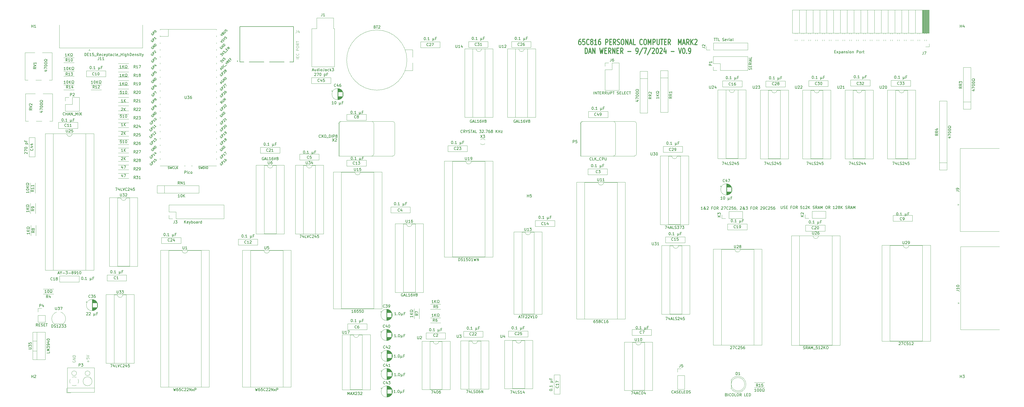
<source format=gto>
G04 #@! TF.GenerationSoftware,KiCad,Pcbnew,7.0.1*
G04 #@! TF.CreationDate,2024-09-08T09:22:38-05:00*
G04 #@! TF.ProjectId,we816mark2,77653831-366d-4617-926b-322e6b696361,.9*
G04 #@! TF.SameCoordinates,Original*
G04 #@! TF.FileFunction,Legend,Top*
G04 #@! TF.FilePolarity,Positive*
%FSLAX46Y46*%
G04 Gerber Fmt 4.6, Leading zero omitted, Abs format (unit mm)*
G04 Created by KiCad (PCBNEW 7.0.1) date 2024-09-08 09:22:38*
%MOMM*%
%LPD*%
G01*
G04 APERTURE LIST*
%ADD10C,0.100000*%
%ADD11C,0.304800*%
%ADD12C,0.150000*%
%ADD13C,0.015000*%
%ADD14C,0.120000*%
%ADD15C,0.127000*%
%ADD16C,0.200000*%
G04 APERTURE END LIST*
D10*
X52836666Y-196611904D02*
X52836666Y-195850000D01*
X53217619Y-196230952D02*
X52455714Y-196230952D01*
X52217619Y-194897619D02*
X52217619Y-195373809D01*
X52217619Y-195373809D02*
X52693809Y-195421428D01*
X52693809Y-195421428D02*
X52646190Y-195373809D01*
X52646190Y-195373809D02*
X52598571Y-195278571D01*
X52598571Y-195278571D02*
X52598571Y-195040476D01*
X52598571Y-195040476D02*
X52646190Y-194945238D01*
X52646190Y-194945238D02*
X52693809Y-194897619D01*
X52693809Y-194897619D02*
X52789047Y-194850000D01*
X52789047Y-194850000D02*
X53027142Y-194850000D01*
X53027142Y-194850000D02*
X53122380Y-194897619D01*
X53122380Y-194897619D02*
X53170000Y-194945238D01*
X53170000Y-194945238D02*
X53217619Y-195040476D01*
X53217619Y-195040476D02*
X53217619Y-195278571D01*
X53217619Y-195278571D02*
X53170000Y-195373809D01*
X53170000Y-195373809D02*
X53122380Y-195421428D01*
X52217619Y-194564285D02*
X53217619Y-194230952D01*
X53217619Y-194230952D02*
X52217619Y-193897619D01*
X47185238Y-196088095D02*
X47137619Y-196183333D01*
X47137619Y-196183333D02*
X47137619Y-196326190D01*
X47137619Y-196326190D02*
X47185238Y-196469047D01*
X47185238Y-196469047D02*
X47280476Y-196564285D01*
X47280476Y-196564285D02*
X47375714Y-196611904D01*
X47375714Y-196611904D02*
X47566190Y-196659523D01*
X47566190Y-196659523D02*
X47709047Y-196659523D01*
X47709047Y-196659523D02*
X47899523Y-196611904D01*
X47899523Y-196611904D02*
X47994761Y-196564285D01*
X47994761Y-196564285D02*
X48090000Y-196469047D01*
X48090000Y-196469047D02*
X48137619Y-196326190D01*
X48137619Y-196326190D02*
X48137619Y-196230952D01*
X48137619Y-196230952D02*
X48090000Y-196088095D01*
X48090000Y-196088095D02*
X48042380Y-196040476D01*
X48042380Y-196040476D02*
X47709047Y-196040476D01*
X47709047Y-196040476D02*
X47709047Y-196230952D01*
X48137619Y-195611904D02*
X47137619Y-195611904D01*
X47137619Y-195611904D02*
X48137619Y-195040476D01*
X48137619Y-195040476D02*
X47137619Y-195040476D01*
X48137619Y-194564285D02*
X47137619Y-194564285D01*
X47137619Y-194564285D02*
X47137619Y-194326190D01*
X47137619Y-194326190D02*
X47185238Y-194183333D01*
X47185238Y-194183333D02*
X47280476Y-194088095D01*
X47280476Y-194088095D02*
X47375714Y-194040476D01*
X47375714Y-194040476D02*
X47566190Y-193992857D01*
X47566190Y-193992857D02*
X47709047Y-193992857D01*
X47709047Y-193992857D02*
X47899523Y-194040476D01*
X47899523Y-194040476D02*
X47994761Y-194088095D01*
X47994761Y-194088095D02*
X48090000Y-194183333D01*
X48090000Y-194183333D02*
X48137619Y-194326190D01*
X48137619Y-194326190D02*
X48137619Y-194564285D01*
D11*
X236300285Y-76062121D02*
X236009999Y-76062121D01*
X236009999Y-76062121D02*
X235864856Y-76158883D01*
X235864856Y-76158883D02*
X235792285Y-76255645D01*
X235792285Y-76255645D02*
X235647142Y-76545931D01*
X235647142Y-76545931D02*
X235574570Y-76932979D01*
X235574570Y-76932979D02*
X235574570Y-77707074D01*
X235574570Y-77707074D02*
X235647142Y-77900598D01*
X235647142Y-77900598D02*
X235719713Y-77997360D01*
X235719713Y-77997360D02*
X235864856Y-78094121D01*
X235864856Y-78094121D02*
X236155142Y-78094121D01*
X236155142Y-78094121D02*
X236300285Y-77997360D01*
X236300285Y-77997360D02*
X236372856Y-77900598D01*
X236372856Y-77900598D02*
X236445427Y-77707074D01*
X236445427Y-77707074D02*
X236445427Y-77223264D01*
X236445427Y-77223264D02*
X236372856Y-77029740D01*
X236372856Y-77029740D02*
X236300285Y-76932979D01*
X236300285Y-76932979D02*
X236155142Y-76836217D01*
X236155142Y-76836217D02*
X235864856Y-76836217D01*
X235864856Y-76836217D02*
X235719713Y-76932979D01*
X235719713Y-76932979D02*
X235647142Y-77029740D01*
X235647142Y-77029740D02*
X235574570Y-77223264D01*
X237824285Y-76062121D02*
X237098571Y-76062121D01*
X237098571Y-76062121D02*
X237025999Y-77029740D01*
X237025999Y-77029740D02*
X237098571Y-76932979D01*
X237098571Y-76932979D02*
X237243714Y-76836217D01*
X237243714Y-76836217D02*
X237606571Y-76836217D01*
X237606571Y-76836217D02*
X237751714Y-76932979D01*
X237751714Y-76932979D02*
X237824285Y-77029740D01*
X237824285Y-77029740D02*
X237896856Y-77223264D01*
X237896856Y-77223264D02*
X237896856Y-77707074D01*
X237896856Y-77707074D02*
X237824285Y-77900598D01*
X237824285Y-77900598D02*
X237751714Y-77997360D01*
X237751714Y-77997360D02*
X237606571Y-78094121D01*
X237606571Y-78094121D02*
X237243714Y-78094121D01*
X237243714Y-78094121D02*
X237098571Y-77997360D01*
X237098571Y-77997360D02*
X237025999Y-77900598D01*
X239420857Y-77900598D02*
X239348285Y-77997360D01*
X239348285Y-77997360D02*
X239130571Y-78094121D01*
X239130571Y-78094121D02*
X238985428Y-78094121D01*
X238985428Y-78094121D02*
X238767714Y-77997360D01*
X238767714Y-77997360D02*
X238622571Y-77803836D01*
X238622571Y-77803836D02*
X238550000Y-77610312D01*
X238550000Y-77610312D02*
X238477428Y-77223264D01*
X238477428Y-77223264D02*
X238477428Y-76932979D01*
X238477428Y-76932979D02*
X238550000Y-76545931D01*
X238550000Y-76545931D02*
X238622571Y-76352407D01*
X238622571Y-76352407D02*
X238767714Y-76158883D01*
X238767714Y-76158883D02*
X238985428Y-76062121D01*
X238985428Y-76062121D02*
X239130571Y-76062121D01*
X239130571Y-76062121D02*
X239348285Y-76158883D01*
X239348285Y-76158883D02*
X239420857Y-76255645D01*
X240291714Y-76932979D02*
X240146571Y-76836217D01*
X240146571Y-76836217D02*
X240074000Y-76739455D01*
X240074000Y-76739455D02*
X240001428Y-76545931D01*
X240001428Y-76545931D02*
X240001428Y-76449169D01*
X240001428Y-76449169D02*
X240074000Y-76255645D01*
X240074000Y-76255645D02*
X240146571Y-76158883D01*
X240146571Y-76158883D02*
X240291714Y-76062121D01*
X240291714Y-76062121D02*
X240582000Y-76062121D01*
X240582000Y-76062121D02*
X240727143Y-76158883D01*
X240727143Y-76158883D02*
X240799714Y-76255645D01*
X240799714Y-76255645D02*
X240872285Y-76449169D01*
X240872285Y-76449169D02*
X240872285Y-76545931D01*
X240872285Y-76545931D02*
X240799714Y-76739455D01*
X240799714Y-76739455D02*
X240727143Y-76836217D01*
X240727143Y-76836217D02*
X240582000Y-76932979D01*
X240582000Y-76932979D02*
X240291714Y-76932979D01*
X240291714Y-76932979D02*
X240146571Y-77029740D01*
X240146571Y-77029740D02*
X240074000Y-77126502D01*
X240074000Y-77126502D02*
X240001428Y-77320026D01*
X240001428Y-77320026D02*
X240001428Y-77707074D01*
X240001428Y-77707074D02*
X240074000Y-77900598D01*
X240074000Y-77900598D02*
X240146571Y-77997360D01*
X240146571Y-77997360D02*
X240291714Y-78094121D01*
X240291714Y-78094121D02*
X240582000Y-78094121D01*
X240582000Y-78094121D02*
X240727143Y-77997360D01*
X240727143Y-77997360D02*
X240799714Y-77900598D01*
X240799714Y-77900598D02*
X240872285Y-77707074D01*
X240872285Y-77707074D02*
X240872285Y-77320026D01*
X240872285Y-77320026D02*
X240799714Y-77126502D01*
X240799714Y-77126502D02*
X240727143Y-77029740D01*
X240727143Y-77029740D02*
X240582000Y-76932979D01*
X242323714Y-78094121D02*
X241452857Y-78094121D01*
X241888286Y-78094121D02*
X241888286Y-76062121D01*
X241888286Y-76062121D02*
X241743143Y-76352407D01*
X241743143Y-76352407D02*
X241598000Y-76545931D01*
X241598000Y-76545931D02*
X241452857Y-76642693D01*
X243630001Y-76062121D02*
X243339715Y-76062121D01*
X243339715Y-76062121D02*
X243194572Y-76158883D01*
X243194572Y-76158883D02*
X243122001Y-76255645D01*
X243122001Y-76255645D02*
X242976858Y-76545931D01*
X242976858Y-76545931D02*
X242904286Y-76932979D01*
X242904286Y-76932979D02*
X242904286Y-77707074D01*
X242904286Y-77707074D02*
X242976858Y-77900598D01*
X242976858Y-77900598D02*
X243049429Y-77997360D01*
X243049429Y-77997360D02*
X243194572Y-78094121D01*
X243194572Y-78094121D02*
X243484858Y-78094121D01*
X243484858Y-78094121D02*
X243630001Y-77997360D01*
X243630001Y-77997360D02*
X243702572Y-77900598D01*
X243702572Y-77900598D02*
X243775143Y-77707074D01*
X243775143Y-77707074D02*
X243775143Y-77223264D01*
X243775143Y-77223264D02*
X243702572Y-77029740D01*
X243702572Y-77029740D02*
X243630001Y-76932979D01*
X243630001Y-76932979D02*
X243484858Y-76836217D01*
X243484858Y-76836217D02*
X243194572Y-76836217D01*
X243194572Y-76836217D02*
X243049429Y-76932979D01*
X243049429Y-76932979D02*
X242976858Y-77029740D01*
X242976858Y-77029740D02*
X242904286Y-77223264D01*
X245589430Y-78094121D02*
X245589430Y-76062121D01*
X245589430Y-76062121D02*
X246170001Y-76062121D01*
X246170001Y-76062121D02*
X246315144Y-76158883D01*
X246315144Y-76158883D02*
X246387715Y-76255645D01*
X246387715Y-76255645D02*
X246460287Y-76449169D01*
X246460287Y-76449169D02*
X246460287Y-76739455D01*
X246460287Y-76739455D02*
X246387715Y-76932979D01*
X246387715Y-76932979D02*
X246315144Y-77029740D01*
X246315144Y-77029740D02*
X246170001Y-77126502D01*
X246170001Y-77126502D02*
X245589430Y-77126502D01*
X247113430Y-77029740D02*
X247621430Y-77029740D01*
X247839144Y-78094121D02*
X247113430Y-78094121D01*
X247113430Y-78094121D02*
X247113430Y-76062121D01*
X247113430Y-76062121D02*
X247839144Y-76062121D01*
X249363144Y-78094121D02*
X248855144Y-77126502D01*
X248492287Y-78094121D02*
X248492287Y-76062121D01*
X248492287Y-76062121D02*
X249072858Y-76062121D01*
X249072858Y-76062121D02*
X249218001Y-76158883D01*
X249218001Y-76158883D02*
X249290572Y-76255645D01*
X249290572Y-76255645D02*
X249363144Y-76449169D01*
X249363144Y-76449169D02*
X249363144Y-76739455D01*
X249363144Y-76739455D02*
X249290572Y-76932979D01*
X249290572Y-76932979D02*
X249218001Y-77029740D01*
X249218001Y-77029740D02*
X249072858Y-77126502D01*
X249072858Y-77126502D02*
X248492287Y-77126502D01*
X249943715Y-77997360D02*
X250161430Y-78094121D01*
X250161430Y-78094121D02*
X250524287Y-78094121D01*
X250524287Y-78094121D02*
X250669430Y-77997360D01*
X250669430Y-77997360D02*
X250742001Y-77900598D01*
X250742001Y-77900598D02*
X250814572Y-77707074D01*
X250814572Y-77707074D02*
X250814572Y-77513550D01*
X250814572Y-77513550D02*
X250742001Y-77320026D01*
X250742001Y-77320026D02*
X250669430Y-77223264D01*
X250669430Y-77223264D02*
X250524287Y-77126502D01*
X250524287Y-77126502D02*
X250234001Y-77029740D01*
X250234001Y-77029740D02*
X250088858Y-76932979D01*
X250088858Y-76932979D02*
X250016287Y-76836217D01*
X250016287Y-76836217D02*
X249943715Y-76642693D01*
X249943715Y-76642693D02*
X249943715Y-76449169D01*
X249943715Y-76449169D02*
X250016287Y-76255645D01*
X250016287Y-76255645D02*
X250088858Y-76158883D01*
X250088858Y-76158883D02*
X250234001Y-76062121D01*
X250234001Y-76062121D02*
X250596858Y-76062121D01*
X250596858Y-76062121D02*
X250814572Y-76158883D01*
X251758001Y-76062121D02*
X252048287Y-76062121D01*
X252048287Y-76062121D02*
X252193430Y-76158883D01*
X252193430Y-76158883D02*
X252338573Y-76352407D01*
X252338573Y-76352407D02*
X252411144Y-76739455D01*
X252411144Y-76739455D02*
X252411144Y-77416788D01*
X252411144Y-77416788D02*
X252338573Y-77803836D01*
X252338573Y-77803836D02*
X252193430Y-77997360D01*
X252193430Y-77997360D02*
X252048287Y-78094121D01*
X252048287Y-78094121D02*
X251758001Y-78094121D01*
X251758001Y-78094121D02*
X251612859Y-77997360D01*
X251612859Y-77997360D02*
X251467716Y-77803836D01*
X251467716Y-77803836D02*
X251395144Y-77416788D01*
X251395144Y-77416788D02*
X251395144Y-76739455D01*
X251395144Y-76739455D02*
X251467716Y-76352407D01*
X251467716Y-76352407D02*
X251612859Y-76158883D01*
X251612859Y-76158883D02*
X251758001Y-76062121D01*
X253064287Y-78094121D02*
X253064287Y-76062121D01*
X253064287Y-76062121D02*
X253935144Y-78094121D01*
X253935144Y-78094121D02*
X253935144Y-76062121D01*
X254588286Y-77513550D02*
X255314001Y-77513550D01*
X254443143Y-78094121D02*
X254951143Y-76062121D01*
X254951143Y-76062121D02*
X255459143Y-78094121D01*
X256692858Y-78094121D02*
X255967144Y-78094121D01*
X255967144Y-78094121D02*
X255967144Y-76062121D01*
X259232858Y-77900598D02*
X259160286Y-77997360D01*
X259160286Y-77997360D02*
X258942572Y-78094121D01*
X258942572Y-78094121D02*
X258797429Y-78094121D01*
X258797429Y-78094121D02*
X258579715Y-77997360D01*
X258579715Y-77997360D02*
X258434572Y-77803836D01*
X258434572Y-77803836D02*
X258362001Y-77610312D01*
X258362001Y-77610312D02*
X258289429Y-77223264D01*
X258289429Y-77223264D02*
X258289429Y-76932979D01*
X258289429Y-76932979D02*
X258362001Y-76545931D01*
X258362001Y-76545931D02*
X258434572Y-76352407D01*
X258434572Y-76352407D02*
X258579715Y-76158883D01*
X258579715Y-76158883D02*
X258797429Y-76062121D01*
X258797429Y-76062121D02*
X258942572Y-76062121D01*
X258942572Y-76062121D02*
X259160286Y-76158883D01*
X259160286Y-76158883D02*
X259232858Y-76255645D01*
X260176286Y-76062121D02*
X260466572Y-76062121D01*
X260466572Y-76062121D02*
X260611715Y-76158883D01*
X260611715Y-76158883D02*
X260756858Y-76352407D01*
X260756858Y-76352407D02*
X260829429Y-76739455D01*
X260829429Y-76739455D02*
X260829429Y-77416788D01*
X260829429Y-77416788D02*
X260756858Y-77803836D01*
X260756858Y-77803836D02*
X260611715Y-77997360D01*
X260611715Y-77997360D02*
X260466572Y-78094121D01*
X260466572Y-78094121D02*
X260176286Y-78094121D01*
X260176286Y-78094121D02*
X260031144Y-77997360D01*
X260031144Y-77997360D02*
X259886001Y-77803836D01*
X259886001Y-77803836D02*
X259813429Y-77416788D01*
X259813429Y-77416788D02*
X259813429Y-76739455D01*
X259813429Y-76739455D02*
X259886001Y-76352407D01*
X259886001Y-76352407D02*
X260031144Y-76158883D01*
X260031144Y-76158883D02*
X260176286Y-76062121D01*
X261482572Y-78094121D02*
X261482572Y-76062121D01*
X261482572Y-76062121D02*
X261990572Y-77513550D01*
X261990572Y-77513550D02*
X262498572Y-76062121D01*
X262498572Y-76062121D02*
X262498572Y-78094121D01*
X263224286Y-78094121D02*
X263224286Y-76062121D01*
X263224286Y-76062121D02*
X263804857Y-76062121D01*
X263804857Y-76062121D02*
X263950000Y-76158883D01*
X263950000Y-76158883D02*
X264022571Y-76255645D01*
X264022571Y-76255645D02*
X264095143Y-76449169D01*
X264095143Y-76449169D02*
X264095143Y-76739455D01*
X264095143Y-76739455D02*
X264022571Y-76932979D01*
X264022571Y-76932979D02*
X263950000Y-77029740D01*
X263950000Y-77029740D02*
X263804857Y-77126502D01*
X263804857Y-77126502D02*
X263224286Y-77126502D01*
X264748286Y-76062121D02*
X264748286Y-77707074D01*
X264748286Y-77707074D02*
X264820857Y-77900598D01*
X264820857Y-77900598D02*
X264893429Y-77997360D01*
X264893429Y-77997360D02*
X265038571Y-78094121D01*
X265038571Y-78094121D02*
X265328857Y-78094121D01*
X265328857Y-78094121D02*
X265474000Y-77997360D01*
X265474000Y-77997360D02*
X265546571Y-77900598D01*
X265546571Y-77900598D02*
X265619143Y-77707074D01*
X265619143Y-77707074D02*
X265619143Y-76062121D01*
X266127142Y-76062121D02*
X266998000Y-76062121D01*
X266562571Y-78094121D02*
X266562571Y-76062121D01*
X267506000Y-77029740D02*
X268014000Y-77029740D01*
X268231714Y-78094121D02*
X267506000Y-78094121D01*
X267506000Y-78094121D02*
X267506000Y-76062121D01*
X267506000Y-76062121D02*
X268231714Y-76062121D01*
X269755714Y-78094121D02*
X269247714Y-77126502D01*
X268884857Y-78094121D02*
X268884857Y-76062121D01*
X268884857Y-76062121D02*
X269465428Y-76062121D01*
X269465428Y-76062121D02*
X269610571Y-76158883D01*
X269610571Y-76158883D02*
X269683142Y-76255645D01*
X269683142Y-76255645D02*
X269755714Y-76449169D01*
X269755714Y-76449169D02*
X269755714Y-76739455D01*
X269755714Y-76739455D02*
X269683142Y-76932979D01*
X269683142Y-76932979D02*
X269610571Y-77029740D01*
X269610571Y-77029740D02*
X269465428Y-77126502D01*
X269465428Y-77126502D02*
X268884857Y-77126502D01*
X272731143Y-78094121D02*
X272731143Y-76062121D01*
X272731143Y-76062121D02*
X273239143Y-77513550D01*
X273239143Y-77513550D02*
X273747143Y-76062121D01*
X273747143Y-76062121D02*
X273747143Y-78094121D01*
X274400285Y-77513550D02*
X275126000Y-77513550D01*
X274255142Y-78094121D02*
X274763142Y-76062121D01*
X274763142Y-76062121D02*
X275271142Y-78094121D01*
X276650000Y-78094121D02*
X276142000Y-77126502D01*
X275779143Y-78094121D02*
X275779143Y-76062121D01*
X275779143Y-76062121D02*
X276359714Y-76062121D01*
X276359714Y-76062121D02*
X276504857Y-76158883D01*
X276504857Y-76158883D02*
X276577428Y-76255645D01*
X276577428Y-76255645D02*
X276650000Y-76449169D01*
X276650000Y-76449169D02*
X276650000Y-76739455D01*
X276650000Y-76739455D02*
X276577428Y-76932979D01*
X276577428Y-76932979D02*
X276504857Y-77029740D01*
X276504857Y-77029740D02*
X276359714Y-77126502D01*
X276359714Y-77126502D02*
X275779143Y-77126502D01*
X277303143Y-78094121D02*
X277303143Y-76062121D01*
X278174000Y-78094121D02*
X277520857Y-76932979D01*
X278174000Y-76062121D02*
X277303143Y-77223264D01*
X278754571Y-76255645D02*
X278827143Y-76158883D01*
X278827143Y-76158883D02*
X278972286Y-76062121D01*
X278972286Y-76062121D02*
X279335143Y-76062121D01*
X279335143Y-76062121D02*
X279480286Y-76158883D01*
X279480286Y-76158883D02*
X279552857Y-76255645D01*
X279552857Y-76255645D02*
X279625428Y-76449169D01*
X279625428Y-76449169D02*
X279625428Y-76642693D01*
X279625428Y-76642693D02*
X279552857Y-76932979D01*
X279552857Y-76932979D02*
X278682000Y-78094121D01*
X278682000Y-78094121D02*
X279625428Y-78094121D01*
X237969428Y-81385961D02*
X237969428Y-79353961D01*
X237969428Y-79353961D02*
X238332285Y-79353961D01*
X238332285Y-79353961D02*
X238549999Y-79450723D01*
X238549999Y-79450723D02*
X238695142Y-79644247D01*
X238695142Y-79644247D02*
X238767713Y-79837771D01*
X238767713Y-79837771D02*
X238840285Y-80224819D01*
X238840285Y-80224819D02*
X238840285Y-80515104D01*
X238840285Y-80515104D02*
X238767713Y-80902152D01*
X238767713Y-80902152D02*
X238695142Y-81095676D01*
X238695142Y-81095676D02*
X238549999Y-81289200D01*
X238549999Y-81289200D02*
X238332285Y-81385961D01*
X238332285Y-81385961D02*
X237969428Y-81385961D01*
X239420856Y-80805390D02*
X240146571Y-80805390D01*
X239275713Y-81385961D02*
X239783713Y-79353961D01*
X239783713Y-79353961D02*
X240291713Y-81385961D01*
X240799714Y-81385961D02*
X240799714Y-79353961D01*
X240799714Y-79353961D02*
X241670571Y-81385961D01*
X241670571Y-81385961D02*
X241670571Y-79353961D01*
X243412285Y-79353961D02*
X243775142Y-81385961D01*
X243775142Y-81385961D02*
X244065428Y-79934533D01*
X244065428Y-79934533D02*
X244355713Y-81385961D01*
X244355713Y-81385961D02*
X244718571Y-79353961D01*
X245299142Y-80321580D02*
X245807142Y-80321580D01*
X246024856Y-81385961D02*
X245299142Y-81385961D01*
X245299142Y-81385961D02*
X245299142Y-79353961D01*
X245299142Y-79353961D02*
X246024856Y-79353961D01*
X247548856Y-81385961D02*
X247040856Y-80418342D01*
X246677999Y-81385961D02*
X246677999Y-79353961D01*
X246677999Y-79353961D02*
X247258570Y-79353961D01*
X247258570Y-79353961D02*
X247403713Y-79450723D01*
X247403713Y-79450723D02*
X247476284Y-79547485D01*
X247476284Y-79547485D02*
X247548856Y-79741009D01*
X247548856Y-79741009D02*
X247548856Y-80031295D01*
X247548856Y-80031295D02*
X247476284Y-80224819D01*
X247476284Y-80224819D02*
X247403713Y-80321580D01*
X247403713Y-80321580D02*
X247258570Y-80418342D01*
X247258570Y-80418342D02*
X246677999Y-80418342D01*
X248201999Y-81385961D02*
X248201999Y-79353961D01*
X248201999Y-79353961D02*
X249072856Y-81385961D01*
X249072856Y-81385961D02*
X249072856Y-79353961D01*
X249798570Y-80321580D02*
X250306570Y-80321580D01*
X250524284Y-81385961D02*
X249798570Y-81385961D01*
X249798570Y-81385961D02*
X249798570Y-79353961D01*
X249798570Y-79353961D02*
X250524284Y-79353961D01*
X252048284Y-81385961D02*
X251540284Y-80418342D01*
X251177427Y-81385961D02*
X251177427Y-79353961D01*
X251177427Y-79353961D02*
X251757998Y-79353961D01*
X251757998Y-79353961D02*
X251903141Y-79450723D01*
X251903141Y-79450723D02*
X251975712Y-79547485D01*
X251975712Y-79547485D02*
X252048284Y-79741009D01*
X252048284Y-79741009D02*
X252048284Y-80031295D01*
X252048284Y-80031295D02*
X251975712Y-80224819D01*
X251975712Y-80224819D02*
X251903141Y-80321580D01*
X251903141Y-80321580D02*
X251757998Y-80418342D01*
X251757998Y-80418342D02*
X251177427Y-80418342D01*
X253862570Y-80611866D02*
X255023713Y-80611866D01*
X256983141Y-81385961D02*
X257273427Y-81385961D01*
X257273427Y-81385961D02*
X257418570Y-81289200D01*
X257418570Y-81289200D02*
X257491141Y-81192438D01*
X257491141Y-81192438D02*
X257636284Y-80902152D01*
X257636284Y-80902152D02*
X257708855Y-80515104D01*
X257708855Y-80515104D02*
X257708855Y-79741009D01*
X257708855Y-79741009D02*
X257636284Y-79547485D01*
X257636284Y-79547485D02*
X257563713Y-79450723D01*
X257563713Y-79450723D02*
X257418570Y-79353961D01*
X257418570Y-79353961D02*
X257128284Y-79353961D01*
X257128284Y-79353961D02*
X256983141Y-79450723D01*
X256983141Y-79450723D02*
X256910570Y-79547485D01*
X256910570Y-79547485D02*
X256837998Y-79741009D01*
X256837998Y-79741009D02*
X256837998Y-80224819D01*
X256837998Y-80224819D02*
X256910570Y-80418342D01*
X256910570Y-80418342D02*
X256983141Y-80515104D01*
X256983141Y-80515104D02*
X257128284Y-80611866D01*
X257128284Y-80611866D02*
X257418570Y-80611866D01*
X257418570Y-80611866D02*
X257563713Y-80515104D01*
X257563713Y-80515104D02*
X257636284Y-80418342D01*
X257636284Y-80418342D02*
X257708855Y-80224819D01*
X259450570Y-79257200D02*
X258144284Y-81869771D01*
X259813427Y-79353961D02*
X260829427Y-79353961D01*
X260829427Y-79353961D02*
X260176284Y-81385961D01*
X262498570Y-79257200D02*
X261192284Y-81869771D01*
X262933998Y-79547485D02*
X263006570Y-79450723D01*
X263006570Y-79450723D02*
X263151713Y-79353961D01*
X263151713Y-79353961D02*
X263514570Y-79353961D01*
X263514570Y-79353961D02*
X263659713Y-79450723D01*
X263659713Y-79450723D02*
X263732284Y-79547485D01*
X263732284Y-79547485D02*
X263804855Y-79741009D01*
X263804855Y-79741009D02*
X263804855Y-79934533D01*
X263804855Y-79934533D02*
X263732284Y-80224819D01*
X263732284Y-80224819D02*
X262861427Y-81385961D01*
X262861427Y-81385961D02*
X263804855Y-81385961D01*
X264748284Y-79353961D02*
X264893427Y-79353961D01*
X264893427Y-79353961D02*
X265038570Y-79450723D01*
X265038570Y-79450723D02*
X265111142Y-79547485D01*
X265111142Y-79547485D02*
X265183713Y-79741009D01*
X265183713Y-79741009D02*
X265256284Y-80128057D01*
X265256284Y-80128057D02*
X265256284Y-80611866D01*
X265256284Y-80611866D02*
X265183713Y-80998914D01*
X265183713Y-80998914D02*
X265111142Y-81192438D01*
X265111142Y-81192438D02*
X265038570Y-81289200D01*
X265038570Y-81289200D02*
X264893427Y-81385961D01*
X264893427Y-81385961D02*
X264748284Y-81385961D01*
X264748284Y-81385961D02*
X264603142Y-81289200D01*
X264603142Y-81289200D02*
X264530570Y-81192438D01*
X264530570Y-81192438D02*
X264457999Y-80998914D01*
X264457999Y-80998914D02*
X264385427Y-80611866D01*
X264385427Y-80611866D02*
X264385427Y-80128057D01*
X264385427Y-80128057D02*
X264457999Y-79741009D01*
X264457999Y-79741009D02*
X264530570Y-79547485D01*
X264530570Y-79547485D02*
X264603142Y-79450723D01*
X264603142Y-79450723D02*
X264748284Y-79353961D01*
X265836856Y-79547485D02*
X265909428Y-79450723D01*
X265909428Y-79450723D02*
X266054571Y-79353961D01*
X266054571Y-79353961D02*
X266417428Y-79353961D01*
X266417428Y-79353961D02*
X266562571Y-79450723D01*
X266562571Y-79450723D02*
X266635142Y-79547485D01*
X266635142Y-79547485D02*
X266707713Y-79741009D01*
X266707713Y-79741009D02*
X266707713Y-79934533D01*
X266707713Y-79934533D02*
X266635142Y-80224819D01*
X266635142Y-80224819D02*
X265764285Y-81385961D01*
X265764285Y-81385961D02*
X266707713Y-81385961D01*
X268014000Y-80031295D02*
X268014000Y-81385961D01*
X267651142Y-79257200D02*
X267288285Y-80708628D01*
X267288285Y-80708628D02*
X268231714Y-80708628D01*
X269973429Y-80611866D02*
X271134572Y-80611866D01*
X272803714Y-79353961D02*
X273311714Y-81385961D01*
X273311714Y-81385961D02*
X273819714Y-79353961D01*
X274618000Y-79353961D02*
X274763143Y-79353961D01*
X274763143Y-79353961D02*
X274908286Y-79450723D01*
X274908286Y-79450723D02*
X274980858Y-79547485D01*
X274980858Y-79547485D02*
X275053429Y-79741009D01*
X275053429Y-79741009D02*
X275126000Y-80128057D01*
X275126000Y-80128057D02*
X275126000Y-80611866D01*
X275126000Y-80611866D02*
X275053429Y-80998914D01*
X275053429Y-80998914D02*
X274980858Y-81192438D01*
X274980858Y-81192438D02*
X274908286Y-81289200D01*
X274908286Y-81289200D02*
X274763143Y-81385961D01*
X274763143Y-81385961D02*
X274618000Y-81385961D01*
X274618000Y-81385961D02*
X274472858Y-81289200D01*
X274472858Y-81289200D02*
X274400286Y-81192438D01*
X274400286Y-81192438D02*
X274327715Y-80998914D01*
X274327715Y-80998914D02*
X274255143Y-80611866D01*
X274255143Y-80611866D02*
X274255143Y-80128057D01*
X274255143Y-80128057D02*
X274327715Y-79741009D01*
X274327715Y-79741009D02*
X274400286Y-79547485D01*
X274400286Y-79547485D02*
X274472858Y-79450723D01*
X274472858Y-79450723D02*
X274618000Y-79353961D01*
X275779144Y-81192438D02*
X275851715Y-81289200D01*
X275851715Y-81289200D02*
X275779144Y-81385961D01*
X275779144Y-81385961D02*
X275706572Y-81289200D01*
X275706572Y-81289200D02*
X275779144Y-81192438D01*
X275779144Y-81192438D02*
X275779144Y-81385961D01*
X276577429Y-81385961D02*
X276867715Y-81385961D01*
X276867715Y-81385961D02*
X277012858Y-81289200D01*
X277012858Y-81289200D02*
X277085429Y-81192438D01*
X277085429Y-81192438D02*
X277230572Y-80902152D01*
X277230572Y-80902152D02*
X277303143Y-80515104D01*
X277303143Y-80515104D02*
X277303143Y-79741009D01*
X277303143Y-79741009D02*
X277230572Y-79547485D01*
X277230572Y-79547485D02*
X277158001Y-79450723D01*
X277158001Y-79450723D02*
X277012858Y-79353961D01*
X277012858Y-79353961D02*
X276722572Y-79353961D01*
X276722572Y-79353961D02*
X276577429Y-79450723D01*
X276577429Y-79450723D02*
X276504858Y-79547485D01*
X276504858Y-79547485D02*
X276432286Y-79741009D01*
X276432286Y-79741009D02*
X276432286Y-80224819D01*
X276432286Y-80224819D02*
X276504858Y-80418342D01*
X276504858Y-80418342D02*
X276577429Y-80515104D01*
X276577429Y-80515104D02*
X276722572Y-80611866D01*
X276722572Y-80611866D02*
X277012858Y-80611866D01*
X277012858Y-80611866D02*
X277158001Y-80515104D01*
X277158001Y-80515104D02*
X277230572Y-80418342D01*
X277230572Y-80418342D02*
X277303143Y-80224819D01*
D12*
X242633333Y-125867380D02*
X242585714Y-125915000D01*
X242585714Y-125915000D02*
X242442857Y-125962619D01*
X242442857Y-125962619D02*
X242347619Y-125962619D01*
X242347619Y-125962619D02*
X242204762Y-125915000D01*
X242204762Y-125915000D02*
X242109524Y-125819761D01*
X242109524Y-125819761D02*
X242061905Y-125724523D01*
X242061905Y-125724523D02*
X242014286Y-125534047D01*
X242014286Y-125534047D02*
X242014286Y-125391190D01*
X242014286Y-125391190D02*
X242061905Y-125200714D01*
X242061905Y-125200714D02*
X242109524Y-125105476D01*
X242109524Y-125105476D02*
X242204762Y-125010238D01*
X242204762Y-125010238D02*
X242347619Y-124962619D01*
X242347619Y-124962619D02*
X242442857Y-124962619D01*
X242442857Y-124962619D02*
X242585714Y-125010238D01*
X242585714Y-125010238D02*
X242633333Y-125057857D01*
X242966667Y-124962619D02*
X243585714Y-124962619D01*
X243585714Y-124962619D02*
X243252381Y-125343571D01*
X243252381Y-125343571D02*
X243395238Y-125343571D01*
X243395238Y-125343571D02*
X243490476Y-125391190D01*
X243490476Y-125391190D02*
X243538095Y-125438809D01*
X243538095Y-125438809D02*
X243585714Y-125534047D01*
X243585714Y-125534047D02*
X243585714Y-125772142D01*
X243585714Y-125772142D02*
X243538095Y-125867380D01*
X243538095Y-125867380D02*
X243490476Y-125915000D01*
X243490476Y-125915000D02*
X243395238Y-125962619D01*
X243395238Y-125962619D02*
X243109524Y-125962619D01*
X243109524Y-125962619D02*
X243014286Y-125915000D01*
X243014286Y-125915000D02*
X242966667Y-125867380D01*
X240504762Y-122712619D02*
X240600000Y-122712619D01*
X240600000Y-122712619D02*
X240695238Y-122760238D01*
X240695238Y-122760238D02*
X240742857Y-122807857D01*
X240742857Y-122807857D02*
X240790476Y-122903095D01*
X240790476Y-122903095D02*
X240838095Y-123093571D01*
X240838095Y-123093571D02*
X240838095Y-123331666D01*
X240838095Y-123331666D02*
X240790476Y-123522142D01*
X240790476Y-123522142D02*
X240742857Y-123617380D01*
X240742857Y-123617380D02*
X240695238Y-123665000D01*
X240695238Y-123665000D02*
X240600000Y-123712619D01*
X240600000Y-123712619D02*
X240504762Y-123712619D01*
X240504762Y-123712619D02*
X240409524Y-123665000D01*
X240409524Y-123665000D02*
X240361905Y-123617380D01*
X240361905Y-123617380D02*
X240314286Y-123522142D01*
X240314286Y-123522142D02*
X240266667Y-123331666D01*
X240266667Y-123331666D02*
X240266667Y-123093571D01*
X240266667Y-123093571D02*
X240314286Y-122903095D01*
X240314286Y-122903095D02*
X240361905Y-122807857D01*
X240361905Y-122807857D02*
X240409524Y-122760238D01*
X240409524Y-122760238D02*
X240504762Y-122712619D01*
X241266667Y-123617380D02*
X241314286Y-123665000D01*
X241314286Y-123665000D02*
X241266667Y-123712619D01*
X241266667Y-123712619D02*
X241219048Y-123665000D01*
X241219048Y-123665000D02*
X241266667Y-123617380D01*
X241266667Y-123617380D02*
X241266667Y-123712619D01*
X242266666Y-123712619D02*
X241695238Y-123712619D01*
X241980952Y-123712619D02*
X241980952Y-122712619D01*
X241980952Y-122712619D02*
X241885714Y-122855476D01*
X241885714Y-122855476D02*
X241790476Y-122950714D01*
X241790476Y-122950714D02*
X241695238Y-122998333D01*
X243457143Y-123045952D02*
X243457143Y-124045952D01*
X243933333Y-123569761D02*
X243980952Y-123665000D01*
X243980952Y-123665000D02*
X244076190Y-123712619D01*
X243457143Y-123569761D02*
X243504762Y-123665000D01*
X243504762Y-123665000D02*
X243600000Y-123712619D01*
X243600000Y-123712619D02*
X243790476Y-123712619D01*
X243790476Y-123712619D02*
X243885714Y-123665000D01*
X243885714Y-123665000D02*
X243933333Y-123569761D01*
X243933333Y-123569761D02*
X243933333Y-123045952D01*
X244838095Y-123188809D02*
X244504762Y-123188809D01*
X244504762Y-123712619D02*
X244504762Y-122712619D01*
X244504762Y-122712619D02*
X244980952Y-122712619D01*
X182143333Y-186907380D02*
X182095714Y-186955000D01*
X182095714Y-186955000D02*
X181952857Y-187002619D01*
X181952857Y-187002619D02*
X181857619Y-187002619D01*
X181857619Y-187002619D02*
X181714762Y-186955000D01*
X181714762Y-186955000D02*
X181619524Y-186859761D01*
X181619524Y-186859761D02*
X181571905Y-186764523D01*
X181571905Y-186764523D02*
X181524286Y-186574047D01*
X181524286Y-186574047D02*
X181524286Y-186431190D01*
X181524286Y-186431190D02*
X181571905Y-186240714D01*
X181571905Y-186240714D02*
X181619524Y-186145476D01*
X181619524Y-186145476D02*
X181714762Y-186050238D01*
X181714762Y-186050238D02*
X181857619Y-186002619D01*
X181857619Y-186002619D02*
X181952857Y-186002619D01*
X181952857Y-186002619D02*
X182095714Y-186050238D01*
X182095714Y-186050238D02*
X182143333Y-186097857D01*
X182524286Y-186097857D02*
X182571905Y-186050238D01*
X182571905Y-186050238D02*
X182667143Y-186002619D01*
X182667143Y-186002619D02*
X182905238Y-186002619D01*
X182905238Y-186002619D02*
X183000476Y-186050238D01*
X183000476Y-186050238D02*
X183048095Y-186097857D01*
X183048095Y-186097857D02*
X183095714Y-186193095D01*
X183095714Y-186193095D02*
X183095714Y-186288333D01*
X183095714Y-186288333D02*
X183048095Y-186431190D01*
X183048095Y-186431190D02*
X182476667Y-187002619D01*
X182476667Y-187002619D02*
X183095714Y-187002619D01*
X180214762Y-183952619D02*
X180310000Y-183952619D01*
X180310000Y-183952619D02*
X180405238Y-184000238D01*
X180405238Y-184000238D02*
X180452857Y-184047857D01*
X180452857Y-184047857D02*
X180500476Y-184143095D01*
X180500476Y-184143095D02*
X180548095Y-184333571D01*
X180548095Y-184333571D02*
X180548095Y-184571666D01*
X180548095Y-184571666D02*
X180500476Y-184762142D01*
X180500476Y-184762142D02*
X180452857Y-184857380D01*
X180452857Y-184857380D02*
X180405238Y-184905000D01*
X180405238Y-184905000D02*
X180310000Y-184952619D01*
X180310000Y-184952619D02*
X180214762Y-184952619D01*
X180214762Y-184952619D02*
X180119524Y-184905000D01*
X180119524Y-184905000D02*
X180071905Y-184857380D01*
X180071905Y-184857380D02*
X180024286Y-184762142D01*
X180024286Y-184762142D02*
X179976667Y-184571666D01*
X179976667Y-184571666D02*
X179976667Y-184333571D01*
X179976667Y-184333571D02*
X180024286Y-184143095D01*
X180024286Y-184143095D02*
X180071905Y-184047857D01*
X180071905Y-184047857D02*
X180119524Y-184000238D01*
X180119524Y-184000238D02*
X180214762Y-183952619D01*
X180976667Y-184857380D02*
X181024286Y-184905000D01*
X181024286Y-184905000D02*
X180976667Y-184952619D01*
X180976667Y-184952619D02*
X180929048Y-184905000D01*
X180929048Y-184905000D02*
X180976667Y-184857380D01*
X180976667Y-184857380D02*
X180976667Y-184952619D01*
X181976666Y-184952619D02*
X181405238Y-184952619D01*
X181690952Y-184952619D02*
X181690952Y-183952619D01*
X181690952Y-183952619D02*
X181595714Y-184095476D01*
X181595714Y-184095476D02*
X181500476Y-184190714D01*
X181500476Y-184190714D02*
X181405238Y-184238333D01*
X183167143Y-184285952D02*
X183167143Y-185285952D01*
X183643333Y-184809761D02*
X183690952Y-184905000D01*
X183690952Y-184905000D02*
X183786190Y-184952619D01*
X183167143Y-184809761D02*
X183214762Y-184905000D01*
X183214762Y-184905000D02*
X183310000Y-184952619D01*
X183310000Y-184952619D02*
X183500476Y-184952619D01*
X183500476Y-184952619D02*
X183595714Y-184905000D01*
X183595714Y-184905000D02*
X183643333Y-184809761D01*
X183643333Y-184809761D02*
X183643333Y-184285952D01*
X184548095Y-184428809D02*
X184214762Y-184428809D01*
X184214762Y-184952619D02*
X184214762Y-183952619D01*
X184214762Y-183952619D02*
X184690952Y-183952619D01*
X111752142Y-152132380D02*
X111704523Y-152180000D01*
X111704523Y-152180000D02*
X111561666Y-152227619D01*
X111561666Y-152227619D02*
X111466428Y-152227619D01*
X111466428Y-152227619D02*
X111323571Y-152180000D01*
X111323571Y-152180000D02*
X111228333Y-152084761D01*
X111228333Y-152084761D02*
X111180714Y-151989523D01*
X111180714Y-151989523D02*
X111133095Y-151799047D01*
X111133095Y-151799047D02*
X111133095Y-151656190D01*
X111133095Y-151656190D02*
X111180714Y-151465714D01*
X111180714Y-151465714D02*
X111228333Y-151370476D01*
X111228333Y-151370476D02*
X111323571Y-151275238D01*
X111323571Y-151275238D02*
X111466428Y-151227619D01*
X111466428Y-151227619D02*
X111561666Y-151227619D01*
X111561666Y-151227619D02*
X111704523Y-151275238D01*
X111704523Y-151275238D02*
X111752142Y-151322857D01*
X112704523Y-152227619D02*
X112133095Y-152227619D01*
X112418809Y-152227619D02*
X112418809Y-151227619D01*
X112418809Y-151227619D02*
X112323571Y-151370476D01*
X112323571Y-151370476D02*
X112228333Y-151465714D01*
X112228333Y-151465714D02*
X112133095Y-151513333D01*
X113085476Y-151322857D02*
X113133095Y-151275238D01*
X113133095Y-151275238D02*
X113228333Y-151227619D01*
X113228333Y-151227619D02*
X113466428Y-151227619D01*
X113466428Y-151227619D02*
X113561666Y-151275238D01*
X113561666Y-151275238D02*
X113609285Y-151322857D01*
X113609285Y-151322857D02*
X113656904Y-151418095D01*
X113656904Y-151418095D02*
X113656904Y-151513333D01*
X113656904Y-151513333D02*
X113609285Y-151656190D01*
X113609285Y-151656190D02*
X113037857Y-152227619D01*
X113037857Y-152227619D02*
X113656904Y-152227619D01*
X110299762Y-148977619D02*
X110395000Y-148977619D01*
X110395000Y-148977619D02*
X110490238Y-149025238D01*
X110490238Y-149025238D02*
X110537857Y-149072857D01*
X110537857Y-149072857D02*
X110585476Y-149168095D01*
X110585476Y-149168095D02*
X110633095Y-149358571D01*
X110633095Y-149358571D02*
X110633095Y-149596666D01*
X110633095Y-149596666D02*
X110585476Y-149787142D01*
X110585476Y-149787142D02*
X110537857Y-149882380D01*
X110537857Y-149882380D02*
X110490238Y-149930000D01*
X110490238Y-149930000D02*
X110395000Y-149977619D01*
X110395000Y-149977619D02*
X110299762Y-149977619D01*
X110299762Y-149977619D02*
X110204524Y-149930000D01*
X110204524Y-149930000D02*
X110156905Y-149882380D01*
X110156905Y-149882380D02*
X110109286Y-149787142D01*
X110109286Y-149787142D02*
X110061667Y-149596666D01*
X110061667Y-149596666D02*
X110061667Y-149358571D01*
X110061667Y-149358571D02*
X110109286Y-149168095D01*
X110109286Y-149168095D02*
X110156905Y-149072857D01*
X110156905Y-149072857D02*
X110204524Y-149025238D01*
X110204524Y-149025238D02*
X110299762Y-148977619D01*
X111061667Y-149882380D02*
X111109286Y-149930000D01*
X111109286Y-149930000D02*
X111061667Y-149977619D01*
X111061667Y-149977619D02*
X111014048Y-149930000D01*
X111014048Y-149930000D02*
X111061667Y-149882380D01*
X111061667Y-149882380D02*
X111061667Y-149977619D01*
X112061666Y-149977619D02*
X111490238Y-149977619D01*
X111775952Y-149977619D02*
X111775952Y-148977619D01*
X111775952Y-148977619D02*
X111680714Y-149120476D01*
X111680714Y-149120476D02*
X111585476Y-149215714D01*
X111585476Y-149215714D02*
X111490238Y-149263333D01*
X113252143Y-149310952D02*
X113252143Y-150310952D01*
X113728333Y-149834761D02*
X113775952Y-149930000D01*
X113775952Y-149930000D02*
X113871190Y-149977619D01*
X113252143Y-149834761D02*
X113299762Y-149930000D01*
X113299762Y-149930000D02*
X113395000Y-149977619D01*
X113395000Y-149977619D02*
X113585476Y-149977619D01*
X113585476Y-149977619D02*
X113680714Y-149930000D01*
X113680714Y-149930000D02*
X113728333Y-149834761D01*
X113728333Y-149834761D02*
X113728333Y-149310952D01*
X114633095Y-149453809D02*
X114299762Y-149453809D01*
X114299762Y-149977619D02*
X114299762Y-148977619D01*
X114299762Y-148977619D02*
X114775952Y-148977619D01*
X270757142Y-151067380D02*
X270709523Y-151115000D01*
X270709523Y-151115000D02*
X270566666Y-151162619D01*
X270566666Y-151162619D02*
X270471428Y-151162619D01*
X270471428Y-151162619D02*
X270328571Y-151115000D01*
X270328571Y-151115000D02*
X270233333Y-151019761D01*
X270233333Y-151019761D02*
X270185714Y-150924523D01*
X270185714Y-150924523D02*
X270138095Y-150734047D01*
X270138095Y-150734047D02*
X270138095Y-150591190D01*
X270138095Y-150591190D02*
X270185714Y-150400714D01*
X270185714Y-150400714D02*
X270233333Y-150305476D01*
X270233333Y-150305476D02*
X270328571Y-150210238D01*
X270328571Y-150210238D02*
X270471428Y-150162619D01*
X270471428Y-150162619D02*
X270566666Y-150162619D01*
X270566666Y-150162619D02*
X270709523Y-150210238D01*
X270709523Y-150210238D02*
X270757142Y-150257857D01*
X271709523Y-151162619D02*
X271138095Y-151162619D01*
X271423809Y-151162619D02*
X271423809Y-150162619D01*
X271423809Y-150162619D02*
X271328571Y-150305476D01*
X271328571Y-150305476D02*
X271233333Y-150400714D01*
X271233333Y-150400714D02*
X271138095Y-150448333D01*
X272614285Y-150162619D02*
X272138095Y-150162619D01*
X272138095Y-150162619D02*
X272090476Y-150638809D01*
X272090476Y-150638809D02*
X272138095Y-150591190D01*
X272138095Y-150591190D02*
X272233333Y-150543571D01*
X272233333Y-150543571D02*
X272471428Y-150543571D01*
X272471428Y-150543571D02*
X272566666Y-150591190D01*
X272566666Y-150591190D02*
X272614285Y-150638809D01*
X272614285Y-150638809D02*
X272661904Y-150734047D01*
X272661904Y-150734047D02*
X272661904Y-150972142D01*
X272661904Y-150972142D02*
X272614285Y-151067380D01*
X272614285Y-151067380D02*
X272566666Y-151115000D01*
X272566666Y-151115000D02*
X272471428Y-151162619D01*
X272471428Y-151162619D02*
X272233333Y-151162619D01*
X272233333Y-151162619D02*
X272138095Y-151115000D01*
X272138095Y-151115000D02*
X272090476Y-151067380D01*
X269404762Y-148112619D02*
X269500000Y-148112619D01*
X269500000Y-148112619D02*
X269595238Y-148160238D01*
X269595238Y-148160238D02*
X269642857Y-148207857D01*
X269642857Y-148207857D02*
X269690476Y-148303095D01*
X269690476Y-148303095D02*
X269738095Y-148493571D01*
X269738095Y-148493571D02*
X269738095Y-148731666D01*
X269738095Y-148731666D02*
X269690476Y-148922142D01*
X269690476Y-148922142D02*
X269642857Y-149017380D01*
X269642857Y-149017380D02*
X269595238Y-149065000D01*
X269595238Y-149065000D02*
X269500000Y-149112619D01*
X269500000Y-149112619D02*
X269404762Y-149112619D01*
X269404762Y-149112619D02*
X269309524Y-149065000D01*
X269309524Y-149065000D02*
X269261905Y-149017380D01*
X269261905Y-149017380D02*
X269214286Y-148922142D01*
X269214286Y-148922142D02*
X269166667Y-148731666D01*
X269166667Y-148731666D02*
X269166667Y-148493571D01*
X269166667Y-148493571D02*
X269214286Y-148303095D01*
X269214286Y-148303095D02*
X269261905Y-148207857D01*
X269261905Y-148207857D02*
X269309524Y-148160238D01*
X269309524Y-148160238D02*
X269404762Y-148112619D01*
X270166667Y-149017380D02*
X270214286Y-149065000D01*
X270214286Y-149065000D02*
X270166667Y-149112619D01*
X270166667Y-149112619D02*
X270119048Y-149065000D01*
X270119048Y-149065000D02*
X270166667Y-149017380D01*
X270166667Y-149017380D02*
X270166667Y-149112619D01*
X271166666Y-149112619D02*
X270595238Y-149112619D01*
X270880952Y-149112619D02*
X270880952Y-148112619D01*
X270880952Y-148112619D02*
X270785714Y-148255476D01*
X270785714Y-148255476D02*
X270690476Y-148350714D01*
X270690476Y-148350714D02*
X270595238Y-148398333D01*
X272357143Y-148445952D02*
X272357143Y-149445952D01*
X272833333Y-148969761D02*
X272880952Y-149065000D01*
X272880952Y-149065000D02*
X272976190Y-149112619D01*
X272357143Y-148969761D02*
X272404762Y-149065000D01*
X272404762Y-149065000D02*
X272500000Y-149112619D01*
X272500000Y-149112619D02*
X272690476Y-149112619D01*
X272690476Y-149112619D02*
X272785714Y-149065000D01*
X272785714Y-149065000D02*
X272833333Y-148969761D01*
X272833333Y-148969761D02*
X272833333Y-148445952D01*
X273738095Y-148588809D02*
X273404762Y-148588809D01*
X273404762Y-149112619D02*
X273404762Y-148112619D01*
X273404762Y-148112619D02*
X273880952Y-148112619D01*
X292132142Y-93142380D02*
X292084523Y-93190000D01*
X292084523Y-93190000D02*
X291941666Y-93237619D01*
X291941666Y-93237619D02*
X291846428Y-93237619D01*
X291846428Y-93237619D02*
X291703571Y-93190000D01*
X291703571Y-93190000D02*
X291608333Y-93094761D01*
X291608333Y-93094761D02*
X291560714Y-92999523D01*
X291560714Y-92999523D02*
X291513095Y-92809047D01*
X291513095Y-92809047D02*
X291513095Y-92666190D01*
X291513095Y-92666190D02*
X291560714Y-92475714D01*
X291560714Y-92475714D02*
X291608333Y-92380476D01*
X291608333Y-92380476D02*
X291703571Y-92285238D01*
X291703571Y-92285238D02*
X291846428Y-92237619D01*
X291846428Y-92237619D02*
X291941666Y-92237619D01*
X291941666Y-92237619D02*
X292084523Y-92285238D01*
X292084523Y-92285238D02*
X292132142Y-92332857D01*
X293084523Y-93237619D02*
X292513095Y-93237619D01*
X292798809Y-93237619D02*
X292798809Y-92237619D01*
X292798809Y-92237619D02*
X292703571Y-92380476D01*
X292703571Y-92380476D02*
X292608333Y-92475714D01*
X292608333Y-92475714D02*
X292513095Y-92523333D01*
X293941666Y-92237619D02*
X293751190Y-92237619D01*
X293751190Y-92237619D02*
X293655952Y-92285238D01*
X293655952Y-92285238D02*
X293608333Y-92332857D01*
X293608333Y-92332857D02*
X293513095Y-92475714D01*
X293513095Y-92475714D02*
X293465476Y-92666190D01*
X293465476Y-92666190D02*
X293465476Y-93047142D01*
X293465476Y-93047142D02*
X293513095Y-93142380D01*
X293513095Y-93142380D02*
X293560714Y-93190000D01*
X293560714Y-93190000D02*
X293655952Y-93237619D01*
X293655952Y-93237619D02*
X293846428Y-93237619D01*
X293846428Y-93237619D02*
X293941666Y-93190000D01*
X293941666Y-93190000D02*
X293989285Y-93142380D01*
X293989285Y-93142380D02*
X294036904Y-93047142D01*
X294036904Y-93047142D02*
X294036904Y-92809047D01*
X294036904Y-92809047D02*
X293989285Y-92713809D01*
X293989285Y-92713809D02*
X293941666Y-92666190D01*
X293941666Y-92666190D02*
X293846428Y-92618571D01*
X293846428Y-92618571D02*
X293655952Y-92618571D01*
X293655952Y-92618571D02*
X293560714Y-92666190D01*
X293560714Y-92666190D02*
X293513095Y-92713809D01*
X293513095Y-92713809D02*
X293465476Y-92809047D01*
X290679762Y-89887619D02*
X290775000Y-89887619D01*
X290775000Y-89887619D02*
X290870238Y-89935238D01*
X290870238Y-89935238D02*
X290917857Y-89982857D01*
X290917857Y-89982857D02*
X290965476Y-90078095D01*
X290965476Y-90078095D02*
X291013095Y-90268571D01*
X291013095Y-90268571D02*
X291013095Y-90506666D01*
X291013095Y-90506666D02*
X290965476Y-90697142D01*
X290965476Y-90697142D02*
X290917857Y-90792380D01*
X290917857Y-90792380D02*
X290870238Y-90840000D01*
X290870238Y-90840000D02*
X290775000Y-90887619D01*
X290775000Y-90887619D02*
X290679762Y-90887619D01*
X290679762Y-90887619D02*
X290584524Y-90840000D01*
X290584524Y-90840000D02*
X290536905Y-90792380D01*
X290536905Y-90792380D02*
X290489286Y-90697142D01*
X290489286Y-90697142D02*
X290441667Y-90506666D01*
X290441667Y-90506666D02*
X290441667Y-90268571D01*
X290441667Y-90268571D02*
X290489286Y-90078095D01*
X290489286Y-90078095D02*
X290536905Y-89982857D01*
X290536905Y-89982857D02*
X290584524Y-89935238D01*
X290584524Y-89935238D02*
X290679762Y-89887619D01*
X291441667Y-90792380D02*
X291489286Y-90840000D01*
X291489286Y-90840000D02*
X291441667Y-90887619D01*
X291441667Y-90887619D02*
X291394048Y-90840000D01*
X291394048Y-90840000D02*
X291441667Y-90792380D01*
X291441667Y-90792380D02*
X291441667Y-90887619D01*
X292441666Y-90887619D02*
X291870238Y-90887619D01*
X292155952Y-90887619D02*
X292155952Y-89887619D01*
X292155952Y-89887619D02*
X292060714Y-90030476D01*
X292060714Y-90030476D02*
X291965476Y-90125714D01*
X291965476Y-90125714D02*
X291870238Y-90173333D01*
X293632143Y-90220952D02*
X293632143Y-91220952D01*
X294108333Y-90744761D02*
X294155952Y-90840000D01*
X294155952Y-90840000D02*
X294251190Y-90887619D01*
X293632143Y-90744761D02*
X293679762Y-90840000D01*
X293679762Y-90840000D02*
X293775000Y-90887619D01*
X293775000Y-90887619D02*
X293965476Y-90887619D01*
X293965476Y-90887619D02*
X294060714Y-90840000D01*
X294060714Y-90840000D02*
X294108333Y-90744761D01*
X294108333Y-90744761D02*
X294108333Y-90220952D01*
X295013095Y-90363809D02*
X294679762Y-90363809D01*
X294679762Y-90887619D02*
X294679762Y-89887619D01*
X294679762Y-89887619D02*
X295155952Y-89887619D01*
X227957380Y-205532857D02*
X228005000Y-205580476D01*
X228005000Y-205580476D02*
X228052619Y-205723333D01*
X228052619Y-205723333D02*
X228052619Y-205818571D01*
X228052619Y-205818571D02*
X228005000Y-205961428D01*
X228005000Y-205961428D02*
X227909761Y-206056666D01*
X227909761Y-206056666D02*
X227814523Y-206104285D01*
X227814523Y-206104285D02*
X227624047Y-206151904D01*
X227624047Y-206151904D02*
X227481190Y-206151904D01*
X227481190Y-206151904D02*
X227290714Y-206104285D01*
X227290714Y-206104285D02*
X227195476Y-206056666D01*
X227195476Y-206056666D02*
X227100238Y-205961428D01*
X227100238Y-205961428D02*
X227052619Y-205818571D01*
X227052619Y-205818571D02*
X227052619Y-205723333D01*
X227052619Y-205723333D02*
X227100238Y-205580476D01*
X227100238Y-205580476D02*
X227147857Y-205532857D01*
X228052619Y-204580476D02*
X228052619Y-205151904D01*
X228052619Y-204866190D02*
X227052619Y-204866190D01*
X227052619Y-204866190D02*
X227195476Y-204961428D01*
X227195476Y-204961428D02*
X227290714Y-205056666D01*
X227290714Y-205056666D02*
X227338333Y-205151904D01*
X227052619Y-204247142D02*
X227052619Y-203580476D01*
X227052619Y-203580476D02*
X228052619Y-204009047D01*
X224702619Y-206985237D02*
X224702619Y-206889999D01*
X224702619Y-206889999D02*
X224750238Y-206794761D01*
X224750238Y-206794761D02*
X224797857Y-206747142D01*
X224797857Y-206747142D02*
X224893095Y-206699523D01*
X224893095Y-206699523D02*
X225083571Y-206651904D01*
X225083571Y-206651904D02*
X225321666Y-206651904D01*
X225321666Y-206651904D02*
X225512142Y-206699523D01*
X225512142Y-206699523D02*
X225607380Y-206747142D01*
X225607380Y-206747142D02*
X225655000Y-206794761D01*
X225655000Y-206794761D02*
X225702619Y-206889999D01*
X225702619Y-206889999D02*
X225702619Y-206985237D01*
X225702619Y-206985237D02*
X225655000Y-207080475D01*
X225655000Y-207080475D02*
X225607380Y-207128094D01*
X225607380Y-207128094D02*
X225512142Y-207175713D01*
X225512142Y-207175713D02*
X225321666Y-207223332D01*
X225321666Y-207223332D02*
X225083571Y-207223332D01*
X225083571Y-207223332D02*
X224893095Y-207175713D01*
X224893095Y-207175713D02*
X224797857Y-207128094D01*
X224797857Y-207128094D02*
X224750238Y-207080475D01*
X224750238Y-207080475D02*
X224702619Y-206985237D01*
X225607380Y-206223332D02*
X225655000Y-206175713D01*
X225655000Y-206175713D02*
X225702619Y-206223332D01*
X225702619Y-206223332D02*
X225655000Y-206270951D01*
X225655000Y-206270951D02*
X225607380Y-206223332D01*
X225607380Y-206223332D02*
X225702619Y-206223332D01*
X225702619Y-205223333D02*
X225702619Y-205794761D01*
X225702619Y-205509047D02*
X224702619Y-205509047D01*
X224702619Y-205509047D02*
X224845476Y-205604285D01*
X224845476Y-205604285D02*
X224940714Y-205699523D01*
X224940714Y-205699523D02*
X224988333Y-205794761D01*
X225035952Y-204032856D02*
X226035952Y-204032856D01*
X225559761Y-203556666D02*
X225655000Y-203509047D01*
X225655000Y-203509047D02*
X225702619Y-203413809D01*
X225559761Y-204032856D02*
X225655000Y-203985237D01*
X225655000Y-203985237D02*
X225702619Y-203889999D01*
X225702619Y-203889999D02*
X225702619Y-203699523D01*
X225702619Y-203699523D02*
X225655000Y-203604285D01*
X225655000Y-203604285D02*
X225559761Y-203556666D01*
X225559761Y-203556666D02*
X225035952Y-203556666D01*
X225178809Y-202651904D02*
X225178809Y-202985237D01*
X225702619Y-202985237D02*
X224702619Y-202985237D01*
X224702619Y-202985237D02*
X224702619Y-202509047D01*
X293997142Y-146417380D02*
X293949523Y-146465000D01*
X293949523Y-146465000D02*
X293806666Y-146512619D01*
X293806666Y-146512619D02*
X293711428Y-146512619D01*
X293711428Y-146512619D02*
X293568571Y-146465000D01*
X293568571Y-146465000D02*
X293473333Y-146369761D01*
X293473333Y-146369761D02*
X293425714Y-146274523D01*
X293425714Y-146274523D02*
X293378095Y-146084047D01*
X293378095Y-146084047D02*
X293378095Y-145941190D01*
X293378095Y-145941190D02*
X293425714Y-145750714D01*
X293425714Y-145750714D02*
X293473333Y-145655476D01*
X293473333Y-145655476D02*
X293568571Y-145560238D01*
X293568571Y-145560238D02*
X293711428Y-145512619D01*
X293711428Y-145512619D02*
X293806666Y-145512619D01*
X293806666Y-145512619D02*
X293949523Y-145560238D01*
X293949523Y-145560238D02*
X293997142Y-145607857D01*
X294949523Y-146512619D02*
X294378095Y-146512619D01*
X294663809Y-146512619D02*
X294663809Y-145512619D01*
X294663809Y-145512619D02*
X294568571Y-145655476D01*
X294568571Y-145655476D02*
X294473333Y-145750714D01*
X294473333Y-145750714D02*
X294378095Y-145798333D01*
X295425714Y-146512619D02*
X295616190Y-146512619D01*
X295616190Y-146512619D02*
X295711428Y-146465000D01*
X295711428Y-146465000D02*
X295759047Y-146417380D01*
X295759047Y-146417380D02*
X295854285Y-146274523D01*
X295854285Y-146274523D02*
X295901904Y-146084047D01*
X295901904Y-146084047D02*
X295901904Y-145703095D01*
X295901904Y-145703095D02*
X295854285Y-145607857D01*
X295854285Y-145607857D02*
X295806666Y-145560238D01*
X295806666Y-145560238D02*
X295711428Y-145512619D01*
X295711428Y-145512619D02*
X295520952Y-145512619D01*
X295520952Y-145512619D02*
X295425714Y-145560238D01*
X295425714Y-145560238D02*
X295378095Y-145607857D01*
X295378095Y-145607857D02*
X295330476Y-145703095D01*
X295330476Y-145703095D02*
X295330476Y-145941190D01*
X295330476Y-145941190D02*
X295378095Y-146036428D01*
X295378095Y-146036428D02*
X295425714Y-146084047D01*
X295425714Y-146084047D02*
X295520952Y-146131666D01*
X295520952Y-146131666D02*
X295711428Y-146131666D01*
X295711428Y-146131666D02*
X295806666Y-146084047D01*
X295806666Y-146084047D02*
X295854285Y-146036428D01*
X295854285Y-146036428D02*
X295901904Y-145941190D01*
X292544762Y-143262619D02*
X292640000Y-143262619D01*
X292640000Y-143262619D02*
X292735238Y-143310238D01*
X292735238Y-143310238D02*
X292782857Y-143357857D01*
X292782857Y-143357857D02*
X292830476Y-143453095D01*
X292830476Y-143453095D02*
X292878095Y-143643571D01*
X292878095Y-143643571D02*
X292878095Y-143881666D01*
X292878095Y-143881666D02*
X292830476Y-144072142D01*
X292830476Y-144072142D02*
X292782857Y-144167380D01*
X292782857Y-144167380D02*
X292735238Y-144215000D01*
X292735238Y-144215000D02*
X292640000Y-144262619D01*
X292640000Y-144262619D02*
X292544762Y-144262619D01*
X292544762Y-144262619D02*
X292449524Y-144215000D01*
X292449524Y-144215000D02*
X292401905Y-144167380D01*
X292401905Y-144167380D02*
X292354286Y-144072142D01*
X292354286Y-144072142D02*
X292306667Y-143881666D01*
X292306667Y-143881666D02*
X292306667Y-143643571D01*
X292306667Y-143643571D02*
X292354286Y-143453095D01*
X292354286Y-143453095D02*
X292401905Y-143357857D01*
X292401905Y-143357857D02*
X292449524Y-143310238D01*
X292449524Y-143310238D02*
X292544762Y-143262619D01*
X293306667Y-144167380D02*
X293354286Y-144215000D01*
X293354286Y-144215000D02*
X293306667Y-144262619D01*
X293306667Y-144262619D02*
X293259048Y-144215000D01*
X293259048Y-144215000D02*
X293306667Y-144167380D01*
X293306667Y-144167380D02*
X293306667Y-144262619D01*
X294306666Y-144262619D02*
X293735238Y-144262619D01*
X294020952Y-144262619D02*
X294020952Y-143262619D01*
X294020952Y-143262619D02*
X293925714Y-143405476D01*
X293925714Y-143405476D02*
X293830476Y-143500714D01*
X293830476Y-143500714D02*
X293735238Y-143548333D01*
X295497143Y-143595952D02*
X295497143Y-144595952D01*
X295973333Y-144119761D02*
X296020952Y-144215000D01*
X296020952Y-144215000D02*
X296116190Y-144262619D01*
X295497143Y-144119761D02*
X295544762Y-144215000D01*
X295544762Y-144215000D02*
X295640000Y-144262619D01*
X295640000Y-144262619D02*
X295830476Y-144262619D01*
X295830476Y-144262619D02*
X295925714Y-144215000D01*
X295925714Y-144215000D02*
X295973333Y-144119761D01*
X295973333Y-144119761D02*
X295973333Y-143595952D01*
X296878095Y-143738809D02*
X296544762Y-143738809D01*
X296544762Y-144262619D02*
X296544762Y-143262619D01*
X296544762Y-143262619D02*
X297020952Y-143262619D01*
X195567142Y-186407380D02*
X195519523Y-186455000D01*
X195519523Y-186455000D02*
X195376666Y-186502619D01*
X195376666Y-186502619D02*
X195281428Y-186502619D01*
X195281428Y-186502619D02*
X195138571Y-186455000D01*
X195138571Y-186455000D02*
X195043333Y-186359761D01*
X195043333Y-186359761D02*
X194995714Y-186264523D01*
X194995714Y-186264523D02*
X194948095Y-186074047D01*
X194948095Y-186074047D02*
X194948095Y-185931190D01*
X194948095Y-185931190D02*
X194995714Y-185740714D01*
X194995714Y-185740714D02*
X195043333Y-185645476D01*
X195043333Y-185645476D02*
X195138571Y-185550238D01*
X195138571Y-185550238D02*
X195281428Y-185502619D01*
X195281428Y-185502619D02*
X195376666Y-185502619D01*
X195376666Y-185502619D02*
X195519523Y-185550238D01*
X195519523Y-185550238D02*
X195567142Y-185597857D01*
X195948095Y-185597857D02*
X195995714Y-185550238D01*
X195995714Y-185550238D02*
X196090952Y-185502619D01*
X196090952Y-185502619D02*
X196329047Y-185502619D01*
X196329047Y-185502619D02*
X196424285Y-185550238D01*
X196424285Y-185550238D02*
X196471904Y-185597857D01*
X196471904Y-185597857D02*
X196519523Y-185693095D01*
X196519523Y-185693095D02*
X196519523Y-185788333D01*
X196519523Y-185788333D02*
X196471904Y-185931190D01*
X196471904Y-185931190D02*
X195900476Y-186502619D01*
X195900476Y-186502619D02*
X196519523Y-186502619D01*
X196900476Y-185597857D02*
X196948095Y-185550238D01*
X196948095Y-185550238D02*
X197043333Y-185502619D01*
X197043333Y-185502619D02*
X197281428Y-185502619D01*
X197281428Y-185502619D02*
X197376666Y-185550238D01*
X197376666Y-185550238D02*
X197424285Y-185597857D01*
X197424285Y-185597857D02*
X197471904Y-185693095D01*
X197471904Y-185693095D02*
X197471904Y-185788333D01*
X197471904Y-185788333D02*
X197424285Y-185931190D01*
X197424285Y-185931190D02*
X196852857Y-186502619D01*
X196852857Y-186502619D02*
X197471904Y-186502619D01*
X194214762Y-183352619D02*
X194310000Y-183352619D01*
X194310000Y-183352619D02*
X194405238Y-183400238D01*
X194405238Y-183400238D02*
X194452857Y-183447857D01*
X194452857Y-183447857D02*
X194500476Y-183543095D01*
X194500476Y-183543095D02*
X194548095Y-183733571D01*
X194548095Y-183733571D02*
X194548095Y-183971666D01*
X194548095Y-183971666D02*
X194500476Y-184162142D01*
X194500476Y-184162142D02*
X194452857Y-184257380D01*
X194452857Y-184257380D02*
X194405238Y-184305000D01*
X194405238Y-184305000D02*
X194310000Y-184352619D01*
X194310000Y-184352619D02*
X194214762Y-184352619D01*
X194214762Y-184352619D02*
X194119524Y-184305000D01*
X194119524Y-184305000D02*
X194071905Y-184257380D01*
X194071905Y-184257380D02*
X194024286Y-184162142D01*
X194024286Y-184162142D02*
X193976667Y-183971666D01*
X193976667Y-183971666D02*
X193976667Y-183733571D01*
X193976667Y-183733571D02*
X194024286Y-183543095D01*
X194024286Y-183543095D02*
X194071905Y-183447857D01*
X194071905Y-183447857D02*
X194119524Y-183400238D01*
X194119524Y-183400238D02*
X194214762Y-183352619D01*
X194976667Y-184257380D02*
X195024286Y-184305000D01*
X195024286Y-184305000D02*
X194976667Y-184352619D01*
X194976667Y-184352619D02*
X194929048Y-184305000D01*
X194929048Y-184305000D02*
X194976667Y-184257380D01*
X194976667Y-184257380D02*
X194976667Y-184352619D01*
X195976666Y-184352619D02*
X195405238Y-184352619D01*
X195690952Y-184352619D02*
X195690952Y-183352619D01*
X195690952Y-183352619D02*
X195595714Y-183495476D01*
X195595714Y-183495476D02*
X195500476Y-183590714D01*
X195500476Y-183590714D02*
X195405238Y-183638333D01*
X197167143Y-183685952D02*
X197167143Y-184685952D01*
X197643333Y-184209761D02*
X197690952Y-184305000D01*
X197690952Y-184305000D02*
X197786190Y-184352619D01*
X197167143Y-184209761D02*
X197214762Y-184305000D01*
X197214762Y-184305000D02*
X197310000Y-184352619D01*
X197310000Y-184352619D02*
X197500476Y-184352619D01*
X197500476Y-184352619D02*
X197595714Y-184305000D01*
X197595714Y-184305000D02*
X197643333Y-184209761D01*
X197643333Y-184209761D02*
X197643333Y-183685952D01*
X198548095Y-183828809D02*
X198214762Y-183828809D01*
X198214762Y-184352619D02*
X198214762Y-183352619D01*
X198214762Y-183352619D02*
X198690952Y-183352619D01*
X212467142Y-186307380D02*
X212419523Y-186355000D01*
X212419523Y-186355000D02*
X212276666Y-186402619D01*
X212276666Y-186402619D02*
X212181428Y-186402619D01*
X212181428Y-186402619D02*
X212038571Y-186355000D01*
X212038571Y-186355000D02*
X211943333Y-186259761D01*
X211943333Y-186259761D02*
X211895714Y-186164523D01*
X211895714Y-186164523D02*
X211848095Y-185974047D01*
X211848095Y-185974047D02*
X211848095Y-185831190D01*
X211848095Y-185831190D02*
X211895714Y-185640714D01*
X211895714Y-185640714D02*
X211943333Y-185545476D01*
X211943333Y-185545476D02*
X212038571Y-185450238D01*
X212038571Y-185450238D02*
X212181428Y-185402619D01*
X212181428Y-185402619D02*
X212276666Y-185402619D01*
X212276666Y-185402619D02*
X212419523Y-185450238D01*
X212419523Y-185450238D02*
X212467142Y-185497857D01*
X212848095Y-185497857D02*
X212895714Y-185450238D01*
X212895714Y-185450238D02*
X212990952Y-185402619D01*
X212990952Y-185402619D02*
X213229047Y-185402619D01*
X213229047Y-185402619D02*
X213324285Y-185450238D01*
X213324285Y-185450238D02*
X213371904Y-185497857D01*
X213371904Y-185497857D02*
X213419523Y-185593095D01*
X213419523Y-185593095D02*
X213419523Y-185688333D01*
X213419523Y-185688333D02*
X213371904Y-185831190D01*
X213371904Y-185831190D02*
X212800476Y-186402619D01*
X212800476Y-186402619D02*
X213419523Y-186402619D01*
X214324285Y-185402619D02*
X213848095Y-185402619D01*
X213848095Y-185402619D02*
X213800476Y-185878809D01*
X213800476Y-185878809D02*
X213848095Y-185831190D01*
X213848095Y-185831190D02*
X213943333Y-185783571D01*
X213943333Y-185783571D02*
X214181428Y-185783571D01*
X214181428Y-185783571D02*
X214276666Y-185831190D01*
X214276666Y-185831190D02*
X214324285Y-185878809D01*
X214324285Y-185878809D02*
X214371904Y-185974047D01*
X214371904Y-185974047D02*
X214371904Y-186212142D01*
X214371904Y-186212142D02*
X214324285Y-186307380D01*
X214324285Y-186307380D02*
X214276666Y-186355000D01*
X214276666Y-186355000D02*
X214181428Y-186402619D01*
X214181428Y-186402619D02*
X213943333Y-186402619D01*
X213943333Y-186402619D02*
X213848095Y-186355000D01*
X213848095Y-186355000D02*
X213800476Y-186307380D01*
X210914762Y-183252619D02*
X211010000Y-183252619D01*
X211010000Y-183252619D02*
X211105238Y-183300238D01*
X211105238Y-183300238D02*
X211152857Y-183347857D01*
X211152857Y-183347857D02*
X211200476Y-183443095D01*
X211200476Y-183443095D02*
X211248095Y-183633571D01*
X211248095Y-183633571D02*
X211248095Y-183871666D01*
X211248095Y-183871666D02*
X211200476Y-184062142D01*
X211200476Y-184062142D02*
X211152857Y-184157380D01*
X211152857Y-184157380D02*
X211105238Y-184205000D01*
X211105238Y-184205000D02*
X211010000Y-184252619D01*
X211010000Y-184252619D02*
X210914762Y-184252619D01*
X210914762Y-184252619D02*
X210819524Y-184205000D01*
X210819524Y-184205000D02*
X210771905Y-184157380D01*
X210771905Y-184157380D02*
X210724286Y-184062142D01*
X210724286Y-184062142D02*
X210676667Y-183871666D01*
X210676667Y-183871666D02*
X210676667Y-183633571D01*
X210676667Y-183633571D02*
X210724286Y-183443095D01*
X210724286Y-183443095D02*
X210771905Y-183347857D01*
X210771905Y-183347857D02*
X210819524Y-183300238D01*
X210819524Y-183300238D02*
X210914762Y-183252619D01*
X211676667Y-184157380D02*
X211724286Y-184205000D01*
X211724286Y-184205000D02*
X211676667Y-184252619D01*
X211676667Y-184252619D02*
X211629048Y-184205000D01*
X211629048Y-184205000D02*
X211676667Y-184157380D01*
X211676667Y-184157380D02*
X211676667Y-184252619D01*
X212676666Y-184252619D02*
X212105238Y-184252619D01*
X212390952Y-184252619D02*
X212390952Y-183252619D01*
X212390952Y-183252619D02*
X212295714Y-183395476D01*
X212295714Y-183395476D02*
X212200476Y-183490714D01*
X212200476Y-183490714D02*
X212105238Y-183538333D01*
X213867143Y-183585952D02*
X213867143Y-184585952D01*
X214343333Y-184109761D02*
X214390952Y-184205000D01*
X214390952Y-184205000D02*
X214486190Y-184252619D01*
X213867143Y-184109761D02*
X213914762Y-184205000D01*
X213914762Y-184205000D02*
X214010000Y-184252619D01*
X214010000Y-184252619D02*
X214200476Y-184252619D01*
X214200476Y-184252619D02*
X214295714Y-184205000D01*
X214295714Y-184205000D02*
X214343333Y-184109761D01*
X214343333Y-184109761D02*
X214343333Y-183585952D01*
X215248095Y-183728809D02*
X214914762Y-183728809D01*
X214914762Y-184252619D02*
X214914762Y-183252619D01*
X214914762Y-183252619D02*
X215390952Y-183252619D01*
X189817142Y-117207380D02*
X189769523Y-117255000D01*
X189769523Y-117255000D02*
X189626666Y-117302619D01*
X189626666Y-117302619D02*
X189531428Y-117302619D01*
X189531428Y-117302619D02*
X189388571Y-117255000D01*
X189388571Y-117255000D02*
X189293333Y-117159761D01*
X189293333Y-117159761D02*
X189245714Y-117064523D01*
X189245714Y-117064523D02*
X189198095Y-116874047D01*
X189198095Y-116874047D02*
X189198095Y-116731190D01*
X189198095Y-116731190D02*
X189245714Y-116540714D01*
X189245714Y-116540714D02*
X189293333Y-116445476D01*
X189293333Y-116445476D02*
X189388571Y-116350238D01*
X189388571Y-116350238D02*
X189531428Y-116302619D01*
X189531428Y-116302619D02*
X189626666Y-116302619D01*
X189626666Y-116302619D02*
X189769523Y-116350238D01*
X189769523Y-116350238D02*
X189817142Y-116397857D01*
X190198095Y-116397857D02*
X190245714Y-116350238D01*
X190245714Y-116350238D02*
X190340952Y-116302619D01*
X190340952Y-116302619D02*
X190579047Y-116302619D01*
X190579047Y-116302619D02*
X190674285Y-116350238D01*
X190674285Y-116350238D02*
X190721904Y-116397857D01*
X190721904Y-116397857D02*
X190769523Y-116493095D01*
X190769523Y-116493095D02*
X190769523Y-116588333D01*
X190769523Y-116588333D02*
X190721904Y-116731190D01*
X190721904Y-116731190D02*
X190150476Y-117302619D01*
X190150476Y-117302619D02*
X190769523Y-117302619D01*
X191102857Y-116302619D02*
X191721904Y-116302619D01*
X191721904Y-116302619D02*
X191388571Y-116683571D01*
X191388571Y-116683571D02*
X191531428Y-116683571D01*
X191531428Y-116683571D02*
X191626666Y-116731190D01*
X191626666Y-116731190D02*
X191674285Y-116778809D01*
X191674285Y-116778809D02*
X191721904Y-116874047D01*
X191721904Y-116874047D02*
X191721904Y-117112142D01*
X191721904Y-117112142D02*
X191674285Y-117207380D01*
X191674285Y-117207380D02*
X191626666Y-117255000D01*
X191626666Y-117255000D02*
X191531428Y-117302619D01*
X191531428Y-117302619D02*
X191245714Y-117302619D01*
X191245714Y-117302619D02*
X191150476Y-117255000D01*
X191150476Y-117255000D02*
X191102857Y-117207380D01*
X188364762Y-114052619D02*
X188460000Y-114052619D01*
X188460000Y-114052619D02*
X188555238Y-114100238D01*
X188555238Y-114100238D02*
X188602857Y-114147857D01*
X188602857Y-114147857D02*
X188650476Y-114243095D01*
X188650476Y-114243095D02*
X188698095Y-114433571D01*
X188698095Y-114433571D02*
X188698095Y-114671666D01*
X188698095Y-114671666D02*
X188650476Y-114862142D01*
X188650476Y-114862142D02*
X188602857Y-114957380D01*
X188602857Y-114957380D02*
X188555238Y-115005000D01*
X188555238Y-115005000D02*
X188460000Y-115052619D01*
X188460000Y-115052619D02*
X188364762Y-115052619D01*
X188364762Y-115052619D02*
X188269524Y-115005000D01*
X188269524Y-115005000D02*
X188221905Y-114957380D01*
X188221905Y-114957380D02*
X188174286Y-114862142D01*
X188174286Y-114862142D02*
X188126667Y-114671666D01*
X188126667Y-114671666D02*
X188126667Y-114433571D01*
X188126667Y-114433571D02*
X188174286Y-114243095D01*
X188174286Y-114243095D02*
X188221905Y-114147857D01*
X188221905Y-114147857D02*
X188269524Y-114100238D01*
X188269524Y-114100238D02*
X188364762Y-114052619D01*
X189126667Y-114957380D02*
X189174286Y-115005000D01*
X189174286Y-115005000D02*
X189126667Y-115052619D01*
X189126667Y-115052619D02*
X189079048Y-115005000D01*
X189079048Y-115005000D02*
X189126667Y-114957380D01*
X189126667Y-114957380D02*
X189126667Y-115052619D01*
X190126666Y-115052619D02*
X189555238Y-115052619D01*
X189840952Y-115052619D02*
X189840952Y-114052619D01*
X189840952Y-114052619D02*
X189745714Y-114195476D01*
X189745714Y-114195476D02*
X189650476Y-114290714D01*
X189650476Y-114290714D02*
X189555238Y-114338333D01*
X191317143Y-114385952D02*
X191317143Y-115385952D01*
X191793333Y-114909761D02*
X191840952Y-115005000D01*
X191840952Y-115005000D02*
X191936190Y-115052619D01*
X191317143Y-114909761D02*
X191364762Y-115005000D01*
X191364762Y-115005000D02*
X191460000Y-115052619D01*
X191460000Y-115052619D02*
X191650476Y-115052619D01*
X191650476Y-115052619D02*
X191745714Y-115005000D01*
X191745714Y-115005000D02*
X191793333Y-114909761D01*
X191793333Y-114909761D02*
X191793333Y-114385952D01*
X192698095Y-114528809D02*
X192364762Y-114528809D01*
X192364762Y-115052619D02*
X192364762Y-114052619D01*
X192364762Y-114052619D02*
X192840952Y-114052619D01*
X135088333Y-120482380D02*
X135040714Y-120530000D01*
X135040714Y-120530000D02*
X134897857Y-120577619D01*
X134897857Y-120577619D02*
X134802619Y-120577619D01*
X134802619Y-120577619D02*
X134659762Y-120530000D01*
X134659762Y-120530000D02*
X134564524Y-120434761D01*
X134564524Y-120434761D02*
X134516905Y-120339523D01*
X134516905Y-120339523D02*
X134469286Y-120149047D01*
X134469286Y-120149047D02*
X134469286Y-120006190D01*
X134469286Y-120006190D02*
X134516905Y-119815714D01*
X134516905Y-119815714D02*
X134564524Y-119720476D01*
X134564524Y-119720476D02*
X134659762Y-119625238D01*
X134659762Y-119625238D02*
X134802619Y-119577619D01*
X134802619Y-119577619D02*
X134897857Y-119577619D01*
X134897857Y-119577619D02*
X135040714Y-119625238D01*
X135040714Y-119625238D02*
X135088333Y-119672857D01*
X135993095Y-119577619D02*
X135516905Y-119577619D01*
X135516905Y-119577619D02*
X135469286Y-120053809D01*
X135469286Y-120053809D02*
X135516905Y-120006190D01*
X135516905Y-120006190D02*
X135612143Y-119958571D01*
X135612143Y-119958571D02*
X135850238Y-119958571D01*
X135850238Y-119958571D02*
X135945476Y-120006190D01*
X135945476Y-120006190D02*
X135993095Y-120053809D01*
X135993095Y-120053809D02*
X136040714Y-120149047D01*
X136040714Y-120149047D02*
X136040714Y-120387142D01*
X136040714Y-120387142D02*
X135993095Y-120482380D01*
X135993095Y-120482380D02*
X135945476Y-120530000D01*
X135945476Y-120530000D02*
X135850238Y-120577619D01*
X135850238Y-120577619D02*
X135612143Y-120577619D01*
X135612143Y-120577619D02*
X135516905Y-120530000D01*
X135516905Y-120530000D02*
X135469286Y-120482380D01*
X133259762Y-117677619D02*
X133355000Y-117677619D01*
X133355000Y-117677619D02*
X133450238Y-117725238D01*
X133450238Y-117725238D02*
X133497857Y-117772857D01*
X133497857Y-117772857D02*
X133545476Y-117868095D01*
X133545476Y-117868095D02*
X133593095Y-118058571D01*
X133593095Y-118058571D02*
X133593095Y-118296666D01*
X133593095Y-118296666D02*
X133545476Y-118487142D01*
X133545476Y-118487142D02*
X133497857Y-118582380D01*
X133497857Y-118582380D02*
X133450238Y-118630000D01*
X133450238Y-118630000D02*
X133355000Y-118677619D01*
X133355000Y-118677619D02*
X133259762Y-118677619D01*
X133259762Y-118677619D02*
X133164524Y-118630000D01*
X133164524Y-118630000D02*
X133116905Y-118582380D01*
X133116905Y-118582380D02*
X133069286Y-118487142D01*
X133069286Y-118487142D02*
X133021667Y-118296666D01*
X133021667Y-118296666D02*
X133021667Y-118058571D01*
X133021667Y-118058571D02*
X133069286Y-117868095D01*
X133069286Y-117868095D02*
X133116905Y-117772857D01*
X133116905Y-117772857D02*
X133164524Y-117725238D01*
X133164524Y-117725238D02*
X133259762Y-117677619D01*
X134021667Y-118582380D02*
X134069286Y-118630000D01*
X134069286Y-118630000D02*
X134021667Y-118677619D01*
X134021667Y-118677619D02*
X133974048Y-118630000D01*
X133974048Y-118630000D02*
X134021667Y-118582380D01*
X134021667Y-118582380D02*
X134021667Y-118677619D01*
X135021666Y-118677619D02*
X134450238Y-118677619D01*
X134735952Y-118677619D02*
X134735952Y-117677619D01*
X134735952Y-117677619D02*
X134640714Y-117820476D01*
X134640714Y-117820476D02*
X134545476Y-117915714D01*
X134545476Y-117915714D02*
X134450238Y-117963333D01*
X136212143Y-118010952D02*
X136212143Y-119010952D01*
X136688333Y-118534761D02*
X136735952Y-118630000D01*
X136735952Y-118630000D02*
X136831190Y-118677619D01*
X136212143Y-118534761D02*
X136259762Y-118630000D01*
X136259762Y-118630000D02*
X136355000Y-118677619D01*
X136355000Y-118677619D02*
X136545476Y-118677619D01*
X136545476Y-118677619D02*
X136640714Y-118630000D01*
X136640714Y-118630000D02*
X136688333Y-118534761D01*
X136688333Y-118534761D02*
X136688333Y-118010952D01*
X137593095Y-118153809D02*
X137259762Y-118153809D01*
X137259762Y-118677619D02*
X137259762Y-117677619D01*
X137259762Y-117677619D02*
X137735952Y-117677619D01*
X151981905Y-124132619D02*
X151981905Y-124942142D01*
X151981905Y-124942142D02*
X152029524Y-125037380D01*
X152029524Y-125037380D02*
X152077143Y-125085000D01*
X152077143Y-125085000D02*
X152172381Y-125132619D01*
X152172381Y-125132619D02*
X152362857Y-125132619D01*
X152362857Y-125132619D02*
X152458095Y-125085000D01*
X152458095Y-125085000D02*
X152505714Y-125037380D01*
X152505714Y-125037380D02*
X152553333Y-124942142D01*
X152553333Y-124942142D02*
X152553333Y-124132619D01*
X153553333Y-125132619D02*
X152981905Y-125132619D01*
X153267619Y-125132619D02*
X153267619Y-124132619D01*
X153267619Y-124132619D02*
X153172381Y-124275476D01*
X153172381Y-124275476D02*
X153077143Y-124370714D01*
X153077143Y-124370714D02*
X152981905Y-124418333D01*
X154458095Y-124132619D02*
X153981905Y-124132619D01*
X153981905Y-124132619D02*
X153934286Y-124608809D01*
X153934286Y-124608809D02*
X153981905Y-124561190D01*
X153981905Y-124561190D02*
X154077143Y-124513571D01*
X154077143Y-124513571D02*
X154315238Y-124513571D01*
X154315238Y-124513571D02*
X154410476Y-124561190D01*
X154410476Y-124561190D02*
X154458095Y-124608809D01*
X154458095Y-124608809D02*
X154505714Y-124704047D01*
X154505714Y-124704047D02*
X154505714Y-124942142D01*
X154505714Y-124942142D02*
X154458095Y-125037380D01*
X154458095Y-125037380D02*
X154410476Y-125085000D01*
X154410476Y-125085000D02*
X154315238Y-125132619D01*
X154315238Y-125132619D02*
X154077143Y-125132619D01*
X154077143Y-125132619D02*
X153981905Y-125085000D01*
X153981905Y-125085000D02*
X153934286Y-125037380D01*
X151600952Y-178052619D02*
X151029524Y-178052619D01*
X151315238Y-178052619D02*
X151315238Y-177052619D01*
X151315238Y-177052619D02*
X151220000Y-177195476D01*
X151220000Y-177195476D02*
X151124762Y-177290714D01*
X151124762Y-177290714D02*
X151029524Y-177338333D01*
X152458095Y-177052619D02*
X152267619Y-177052619D01*
X152267619Y-177052619D02*
X152172381Y-177100238D01*
X152172381Y-177100238D02*
X152124762Y-177147857D01*
X152124762Y-177147857D02*
X152029524Y-177290714D01*
X152029524Y-177290714D02*
X151981905Y-177481190D01*
X151981905Y-177481190D02*
X151981905Y-177862142D01*
X151981905Y-177862142D02*
X152029524Y-177957380D01*
X152029524Y-177957380D02*
X152077143Y-178005000D01*
X152077143Y-178005000D02*
X152172381Y-178052619D01*
X152172381Y-178052619D02*
X152362857Y-178052619D01*
X152362857Y-178052619D02*
X152458095Y-178005000D01*
X152458095Y-178005000D02*
X152505714Y-177957380D01*
X152505714Y-177957380D02*
X152553333Y-177862142D01*
X152553333Y-177862142D02*
X152553333Y-177624047D01*
X152553333Y-177624047D02*
X152505714Y-177528809D01*
X152505714Y-177528809D02*
X152458095Y-177481190D01*
X152458095Y-177481190D02*
X152362857Y-177433571D01*
X152362857Y-177433571D02*
X152172381Y-177433571D01*
X152172381Y-177433571D02*
X152077143Y-177481190D01*
X152077143Y-177481190D02*
X152029524Y-177528809D01*
X152029524Y-177528809D02*
X151981905Y-177624047D01*
X153458095Y-177052619D02*
X152981905Y-177052619D01*
X152981905Y-177052619D02*
X152934286Y-177528809D01*
X152934286Y-177528809D02*
X152981905Y-177481190D01*
X152981905Y-177481190D02*
X153077143Y-177433571D01*
X153077143Y-177433571D02*
X153315238Y-177433571D01*
X153315238Y-177433571D02*
X153410476Y-177481190D01*
X153410476Y-177481190D02*
X153458095Y-177528809D01*
X153458095Y-177528809D02*
X153505714Y-177624047D01*
X153505714Y-177624047D02*
X153505714Y-177862142D01*
X153505714Y-177862142D02*
X153458095Y-177957380D01*
X153458095Y-177957380D02*
X153410476Y-178005000D01*
X153410476Y-178005000D02*
X153315238Y-178052619D01*
X153315238Y-178052619D02*
X153077143Y-178052619D01*
X153077143Y-178052619D02*
X152981905Y-178005000D01*
X152981905Y-178005000D02*
X152934286Y-177957380D01*
X154410476Y-177052619D02*
X153934286Y-177052619D01*
X153934286Y-177052619D02*
X153886667Y-177528809D01*
X153886667Y-177528809D02*
X153934286Y-177481190D01*
X153934286Y-177481190D02*
X154029524Y-177433571D01*
X154029524Y-177433571D02*
X154267619Y-177433571D01*
X154267619Y-177433571D02*
X154362857Y-177481190D01*
X154362857Y-177481190D02*
X154410476Y-177528809D01*
X154410476Y-177528809D02*
X154458095Y-177624047D01*
X154458095Y-177624047D02*
X154458095Y-177862142D01*
X154458095Y-177862142D02*
X154410476Y-177957380D01*
X154410476Y-177957380D02*
X154362857Y-178005000D01*
X154362857Y-178005000D02*
X154267619Y-178052619D01*
X154267619Y-178052619D02*
X154029524Y-178052619D01*
X154029524Y-178052619D02*
X153934286Y-178005000D01*
X153934286Y-178005000D02*
X153886667Y-177957380D01*
X155077143Y-177052619D02*
X155172381Y-177052619D01*
X155172381Y-177052619D02*
X155267619Y-177100238D01*
X155267619Y-177100238D02*
X155315238Y-177147857D01*
X155315238Y-177147857D02*
X155362857Y-177243095D01*
X155362857Y-177243095D02*
X155410476Y-177433571D01*
X155410476Y-177433571D02*
X155410476Y-177671666D01*
X155410476Y-177671666D02*
X155362857Y-177862142D01*
X155362857Y-177862142D02*
X155315238Y-177957380D01*
X155315238Y-177957380D02*
X155267619Y-178005000D01*
X155267619Y-178005000D02*
X155172381Y-178052619D01*
X155172381Y-178052619D02*
X155077143Y-178052619D01*
X155077143Y-178052619D02*
X154981905Y-178005000D01*
X154981905Y-178005000D02*
X154934286Y-177957380D01*
X154934286Y-177957380D02*
X154886667Y-177862142D01*
X154886667Y-177862142D02*
X154839048Y-177671666D01*
X154839048Y-177671666D02*
X154839048Y-177433571D01*
X154839048Y-177433571D02*
X154886667Y-177243095D01*
X154886667Y-177243095D02*
X154934286Y-177147857D01*
X154934286Y-177147857D02*
X154981905Y-177100238D01*
X154981905Y-177100238D02*
X155077143Y-177052619D01*
X376262619Y-169769523D02*
X376976904Y-169769523D01*
X376976904Y-169769523D02*
X377119761Y-169817142D01*
X377119761Y-169817142D02*
X377215000Y-169912380D01*
X377215000Y-169912380D02*
X377262619Y-170055237D01*
X377262619Y-170055237D02*
X377262619Y-170150475D01*
X377262619Y-168769523D02*
X377262619Y-169340951D01*
X377262619Y-169055237D02*
X376262619Y-169055237D01*
X376262619Y-169055237D02*
X376405476Y-169150475D01*
X376405476Y-169150475D02*
X376500714Y-169245713D01*
X376500714Y-169245713D02*
X376548333Y-169340951D01*
X376262619Y-168150475D02*
X376262619Y-168055237D01*
X376262619Y-168055237D02*
X376310238Y-167959999D01*
X376310238Y-167959999D02*
X376357857Y-167912380D01*
X376357857Y-167912380D02*
X376453095Y-167864761D01*
X376453095Y-167864761D02*
X376643571Y-167817142D01*
X376643571Y-167817142D02*
X376881666Y-167817142D01*
X376881666Y-167817142D02*
X377072142Y-167864761D01*
X377072142Y-167864761D02*
X377167380Y-167912380D01*
X377167380Y-167912380D02*
X377215000Y-167959999D01*
X377215000Y-167959999D02*
X377262619Y-168055237D01*
X377262619Y-168055237D02*
X377262619Y-168150475D01*
X377262619Y-168150475D02*
X377215000Y-168245713D01*
X377215000Y-168245713D02*
X377167380Y-168293332D01*
X377167380Y-168293332D02*
X377072142Y-168340951D01*
X377072142Y-168340951D02*
X376881666Y-168388570D01*
X376881666Y-168388570D02*
X376643571Y-168388570D01*
X376643571Y-168388570D02*
X376453095Y-168340951D01*
X376453095Y-168340951D02*
X376357857Y-168293332D01*
X376357857Y-168293332D02*
X376310238Y-168245713D01*
X376310238Y-168245713D02*
X376262619Y-168150475D01*
X242057142Y-104467380D02*
X242009523Y-104515000D01*
X242009523Y-104515000D02*
X241866666Y-104562619D01*
X241866666Y-104562619D02*
X241771428Y-104562619D01*
X241771428Y-104562619D02*
X241628571Y-104515000D01*
X241628571Y-104515000D02*
X241533333Y-104419761D01*
X241533333Y-104419761D02*
X241485714Y-104324523D01*
X241485714Y-104324523D02*
X241438095Y-104134047D01*
X241438095Y-104134047D02*
X241438095Y-103991190D01*
X241438095Y-103991190D02*
X241485714Y-103800714D01*
X241485714Y-103800714D02*
X241533333Y-103705476D01*
X241533333Y-103705476D02*
X241628571Y-103610238D01*
X241628571Y-103610238D02*
X241771428Y-103562619D01*
X241771428Y-103562619D02*
X241866666Y-103562619D01*
X241866666Y-103562619D02*
X242009523Y-103610238D01*
X242009523Y-103610238D02*
X242057142Y-103657857D01*
X242914285Y-103895952D02*
X242914285Y-104562619D01*
X242676190Y-103515000D02*
X242438095Y-104229285D01*
X242438095Y-104229285D02*
X243057142Y-104229285D01*
X243485714Y-104562619D02*
X243676190Y-104562619D01*
X243676190Y-104562619D02*
X243771428Y-104515000D01*
X243771428Y-104515000D02*
X243819047Y-104467380D01*
X243819047Y-104467380D02*
X243914285Y-104324523D01*
X243914285Y-104324523D02*
X243961904Y-104134047D01*
X243961904Y-104134047D02*
X243961904Y-103753095D01*
X243961904Y-103753095D02*
X243914285Y-103657857D01*
X243914285Y-103657857D02*
X243866666Y-103610238D01*
X243866666Y-103610238D02*
X243771428Y-103562619D01*
X243771428Y-103562619D02*
X243580952Y-103562619D01*
X243580952Y-103562619D02*
X243485714Y-103610238D01*
X243485714Y-103610238D02*
X243438095Y-103657857D01*
X243438095Y-103657857D02*
X243390476Y-103753095D01*
X243390476Y-103753095D02*
X243390476Y-103991190D01*
X243390476Y-103991190D02*
X243438095Y-104086428D01*
X243438095Y-104086428D02*
X243485714Y-104134047D01*
X243485714Y-104134047D02*
X243580952Y-104181666D01*
X243580952Y-104181666D02*
X243771428Y-104181666D01*
X243771428Y-104181666D02*
X243866666Y-104134047D01*
X243866666Y-104134047D02*
X243914285Y-104086428D01*
X243914285Y-104086428D02*
X243961904Y-103991190D01*
X240704762Y-101312619D02*
X240800000Y-101312619D01*
X240800000Y-101312619D02*
X240895238Y-101360238D01*
X240895238Y-101360238D02*
X240942857Y-101407857D01*
X240942857Y-101407857D02*
X240990476Y-101503095D01*
X240990476Y-101503095D02*
X241038095Y-101693571D01*
X241038095Y-101693571D02*
X241038095Y-101931666D01*
X241038095Y-101931666D02*
X240990476Y-102122142D01*
X240990476Y-102122142D02*
X240942857Y-102217380D01*
X240942857Y-102217380D02*
X240895238Y-102265000D01*
X240895238Y-102265000D02*
X240800000Y-102312619D01*
X240800000Y-102312619D02*
X240704762Y-102312619D01*
X240704762Y-102312619D02*
X240609524Y-102265000D01*
X240609524Y-102265000D02*
X240561905Y-102217380D01*
X240561905Y-102217380D02*
X240514286Y-102122142D01*
X240514286Y-102122142D02*
X240466667Y-101931666D01*
X240466667Y-101931666D02*
X240466667Y-101693571D01*
X240466667Y-101693571D02*
X240514286Y-101503095D01*
X240514286Y-101503095D02*
X240561905Y-101407857D01*
X240561905Y-101407857D02*
X240609524Y-101360238D01*
X240609524Y-101360238D02*
X240704762Y-101312619D01*
X241466667Y-102217380D02*
X241514286Y-102265000D01*
X241514286Y-102265000D02*
X241466667Y-102312619D01*
X241466667Y-102312619D02*
X241419048Y-102265000D01*
X241419048Y-102265000D02*
X241466667Y-102217380D01*
X241466667Y-102217380D02*
X241466667Y-102312619D01*
X242466666Y-102312619D02*
X241895238Y-102312619D01*
X242180952Y-102312619D02*
X242180952Y-101312619D01*
X242180952Y-101312619D02*
X242085714Y-101455476D01*
X242085714Y-101455476D02*
X241990476Y-101550714D01*
X241990476Y-101550714D02*
X241895238Y-101598333D01*
X243657143Y-101645952D02*
X243657143Y-102645952D01*
X244133333Y-102169761D02*
X244180952Y-102265000D01*
X244180952Y-102265000D02*
X244276190Y-102312619D01*
X243657143Y-102169761D02*
X243704762Y-102265000D01*
X243704762Y-102265000D02*
X243800000Y-102312619D01*
X243800000Y-102312619D02*
X243990476Y-102312619D01*
X243990476Y-102312619D02*
X244085714Y-102265000D01*
X244085714Y-102265000D02*
X244133333Y-102169761D01*
X244133333Y-102169761D02*
X244133333Y-101645952D01*
X245038095Y-101788809D02*
X244704762Y-101788809D01*
X244704762Y-102312619D02*
X244704762Y-101312619D01*
X244704762Y-101312619D02*
X245180952Y-101312619D01*
X163357142Y-176017380D02*
X163309523Y-176065000D01*
X163309523Y-176065000D02*
X163166666Y-176112619D01*
X163166666Y-176112619D02*
X163071428Y-176112619D01*
X163071428Y-176112619D02*
X162928571Y-176065000D01*
X162928571Y-176065000D02*
X162833333Y-175969761D01*
X162833333Y-175969761D02*
X162785714Y-175874523D01*
X162785714Y-175874523D02*
X162738095Y-175684047D01*
X162738095Y-175684047D02*
X162738095Y-175541190D01*
X162738095Y-175541190D02*
X162785714Y-175350714D01*
X162785714Y-175350714D02*
X162833333Y-175255476D01*
X162833333Y-175255476D02*
X162928571Y-175160238D01*
X162928571Y-175160238D02*
X163071428Y-175112619D01*
X163071428Y-175112619D02*
X163166666Y-175112619D01*
X163166666Y-175112619D02*
X163309523Y-175160238D01*
X163309523Y-175160238D02*
X163357142Y-175207857D01*
X163690476Y-175112619D02*
X164309523Y-175112619D01*
X164309523Y-175112619D02*
X163976190Y-175493571D01*
X163976190Y-175493571D02*
X164119047Y-175493571D01*
X164119047Y-175493571D02*
X164214285Y-175541190D01*
X164214285Y-175541190D02*
X164261904Y-175588809D01*
X164261904Y-175588809D02*
X164309523Y-175684047D01*
X164309523Y-175684047D02*
X164309523Y-175922142D01*
X164309523Y-175922142D02*
X164261904Y-176017380D01*
X164261904Y-176017380D02*
X164214285Y-176065000D01*
X164214285Y-176065000D02*
X164119047Y-176112619D01*
X164119047Y-176112619D02*
X163833333Y-176112619D01*
X163833333Y-176112619D02*
X163738095Y-176065000D01*
X163738095Y-176065000D02*
X163690476Y-176017380D01*
X164785714Y-176112619D02*
X164976190Y-176112619D01*
X164976190Y-176112619D02*
X165071428Y-176065000D01*
X165071428Y-176065000D02*
X165119047Y-176017380D01*
X165119047Y-176017380D02*
X165214285Y-175874523D01*
X165214285Y-175874523D02*
X165261904Y-175684047D01*
X165261904Y-175684047D02*
X165261904Y-175303095D01*
X165261904Y-175303095D02*
X165214285Y-175207857D01*
X165214285Y-175207857D02*
X165166666Y-175160238D01*
X165166666Y-175160238D02*
X165071428Y-175112619D01*
X165071428Y-175112619D02*
X164880952Y-175112619D01*
X164880952Y-175112619D02*
X164785714Y-175160238D01*
X164785714Y-175160238D02*
X164738095Y-175207857D01*
X164738095Y-175207857D02*
X164690476Y-175303095D01*
X164690476Y-175303095D02*
X164690476Y-175541190D01*
X164690476Y-175541190D02*
X164738095Y-175636428D01*
X164738095Y-175636428D02*
X164785714Y-175684047D01*
X164785714Y-175684047D02*
X164880952Y-175731666D01*
X164880952Y-175731666D02*
X165071428Y-175731666D01*
X165071428Y-175731666D02*
X165166666Y-175684047D01*
X165166666Y-175684047D02*
X165214285Y-175636428D01*
X165214285Y-175636428D02*
X165261904Y-175541190D01*
X167619047Y-178962619D02*
X167047619Y-178962619D01*
X167333333Y-178962619D02*
X167333333Y-177962619D01*
X167333333Y-177962619D02*
X167238095Y-178105476D01*
X167238095Y-178105476D02*
X167142857Y-178200714D01*
X167142857Y-178200714D02*
X167047619Y-178248333D01*
X168047619Y-178867380D02*
X168095238Y-178915000D01*
X168095238Y-178915000D02*
X168047619Y-178962619D01*
X168047619Y-178962619D02*
X168000000Y-178915000D01*
X168000000Y-178915000D02*
X168047619Y-178867380D01*
X168047619Y-178867380D02*
X168047619Y-178962619D01*
X168714285Y-177962619D02*
X168809523Y-177962619D01*
X168809523Y-177962619D02*
X168904761Y-178010238D01*
X168904761Y-178010238D02*
X168952380Y-178057857D01*
X168952380Y-178057857D02*
X168999999Y-178153095D01*
X168999999Y-178153095D02*
X169047618Y-178343571D01*
X169047618Y-178343571D02*
X169047618Y-178581666D01*
X169047618Y-178581666D02*
X168999999Y-178772142D01*
X168999999Y-178772142D02*
X168952380Y-178867380D01*
X168952380Y-178867380D02*
X168904761Y-178915000D01*
X168904761Y-178915000D02*
X168809523Y-178962619D01*
X168809523Y-178962619D02*
X168714285Y-178962619D01*
X168714285Y-178962619D02*
X168619047Y-178915000D01*
X168619047Y-178915000D02*
X168571428Y-178867380D01*
X168571428Y-178867380D02*
X168523809Y-178772142D01*
X168523809Y-178772142D02*
X168476190Y-178581666D01*
X168476190Y-178581666D02*
X168476190Y-178343571D01*
X168476190Y-178343571D02*
X168523809Y-178153095D01*
X168523809Y-178153095D02*
X168571428Y-178057857D01*
X168571428Y-178057857D02*
X168619047Y-178010238D01*
X168619047Y-178010238D02*
X168714285Y-177962619D01*
X169476190Y-178295952D02*
X169476190Y-179295952D01*
X169952380Y-178819761D02*
X169999999Y-178915000D01*
X169999999Y-178915000D02*
X170095237Y-178962619D01*
X169476190Y-178819761D02*
X169523809Y-178915000D01*
X169523809Y-178915000D02*
X169619047Y-178962619D01*
X169619047Y-178962619D02*
X169809523Y-178962619D01*
X169809523Y-178962619D02*
X169904761Y-178915000D01*
X169904761Y-178915000D02*
X169952380Y-178819761D01*
X169952380Y-178819761D02*
X169952380Y-178295952D01*
X170857142Y-178438809D02*
X170523809Y-178438809D01*
X170523809Y-178962619D02*
X170523809Y-177962619D01*
X170523809Y-177962619D02*
X170999999Y-177962619D01*
X163357142Y-183517380D02*
X163309523Y-183565000D01*
X163309523Y-183565000D02*
X163166666Y-183612619D01*
X163166666Y-183612619D02*
X163071428Y-183612619D01*
X163071428Y-183612619D02*
X162928571Y-183565000D01*
X162928571Y-183565000D02*
X162833333Y-183469761D01*
X162833333Y-183469761D02*
X162785714Y-183374523D01*
X162785714Y-183374523D02*
X162738095Y-183184047D01*
X162738095Y-183184047D02*
X162738095Y-183041190D01*
X162738095Y-183041190D02*
X162785714Y-182850714D01*
X162785714Y-182850714D02*
X162833333Y-182755476D01*
X162833333Y-182755476D02*
X162928571Y-182660238D01*
X162928571Y-182660238D02*
X163071428Y-182612619D01*
X163071428Y-182612619D02*
X163166666Y-182612619D01*
X163166666Y-182612619D02*
X163309523Y-182660238D01*
X163309523Y-182660238D02*
X163357142Y-182707857D01*
X164214285Y-182945952D02*
X164214285Y-183612619D01*
X163976190Y-182565000D02*
X163738095Y-183279285D01*
X163738095Y-183279285D02*
X164357142Y-183279285D01*
X164928571Y-182612619D02*
X165023809Y-182612619D01*
X165023809Y-182612619D02*
X165119047Y-182660238D01*
X165119047Y-182660238D02*
X165166666Y-182707857D01*
X165166666Y-182707857D02*
X165214285Y-182803095D01*
X165214285Y-182803095D02*
X165261904Y-182993571D01*
X165261904Y-182993571D02*
X165261904Y-183231666D01*
X165261904Y-183231666D02*
X165214285Y-183422142D01*
X165214285Y-183422142D02*
X165166666Y-183517380D01*
X165166666Y-183517380D02*
X165119047Y-183565000D01*
X165119047Y-183565000D02*
X165023809Y-183612619D01*
X165023809Y-183612619D02*
X164928571Y-183612619D01*
X164928571Y-183612619D02*
X164833333Y-183565000D01*
X164833333Y-183565000D02*
X164785714Y-183517380D01*
X164785714Y-183517380D02*
X164738095Y-183422142D01*
X164738095Y-183422142D02*
X164690476Y-183231666D01*
X164690476Y-183231666D02*
X164690476Y-182993571D01*
X164690476Y-182993571D02*
X164738095Y-182803095D01*
X164738095Y-182803095D02*
X164785714Y-182707857D01*
X164785714Y-182707857D02*
X164833333Y-182660238D01*
X164833333Y-182660238D02*
X164928571Y-182612619D01*
X167519047Y-187162619D02*
X166947619Y-187162619D01*
X167233333Y-187162619D02*
X167233333Y-186162619D01*
X167233333Y-186162619D02*
X167138095Y-186305476D01*
X167138095Y-186305476D02*
X167042857Y-186400714D01*
X167042857Y-186400714D02*
X166947619Y-186448333D01*
X167947619Y-187067380D02*
X167995238Y-187115000D01*
X167995238Y-187115000D02*
X167947619Y-187162619D01*
X167947619Y-187162619D02*
X167900000Y-187115000D01*
X167900000Y-187115000D02*
X167947619Y-187067380D01*
X167947619Y-187067380D02*
X167947619Y-187162619D01*
X168614285Y-186162619D02*
X168709523Y-186162619D01*
X168709523Y-186162619D02*
X168804761Y-186210238D01*
X168804761Y-186210238D02*
X168852380Y-186257857D01*
X168852380Y-186257857D02*
X168899999Y-186353095D01*
X168899999Y-186353095D02*
X168947618Y-186543571D01*
X168947618Y-186543571D02*
X168947618Y-186781666D01*
X168947618Y-186781666D02*
X168899999Y-186972142D01*
X168899999Y-186972142D02*
X168852380Y-187067380D01*
X168852380Y-187067380D02*
X168804761Y-187115000D01*
X168804761Y-187115000D02*
X168709523Y-187162619D01*
X168709523Y-187162619D02*
X168614285Y-187162619D01*
X168614285Y-187162619D02*
X168519047Y-187115000D01*
X168519047Y-187115000D02*
X168471428Y-187067380D01*
X168471428Y-187067380D02*
X168423809Y-186972142D01*
X168423809Y-186972142D02*
X168376190Y-186781666D01*
X168376190Y-186781666D02*
X168376190Y-186543571D01*
X168376190Y-186543571D02*
X168423809Y-186353095D01*
X168423809Y-186353095D02*
X168471428Y-186257857D01*
X168471428Y-186257857D02*
X168519047Y-186210238D01*
X168519047Y-186210238D02*
X168614285Y-186162619D01*
X169376190Y-186495952D02*
X169376190Y-187495952D01*
X169852380Y-187019761D02*
X169899999Y-187115000D01*
X169899999Y-187115000D02*
X169995237Y-187162619D01*
X169376190Y-187019761D02*
X169423809Y-187115000D01*
X169423809Y-187115000D02*
X169519047Y-187162619D01*
X169519047Y-187162619D02*
X169709523Y-187162619D01*
X169709523Y-187162619D02*
X169804761Y-187115000D01*
X169804761Y-187115000D02*
X169852380Y-187019761D01*
X169852380Y-187019761D02*
X169852380Y-186495952D01*
X170757142Y-186638809D02*
X170423809Y-186638809D01*
X170423809Y-187162619D02*
X170423809Y-186162619D01*
X170423809Y-186162619D02*
X170899999Y-186162619D01*
X163457142Y-198117380D02*
X163409523Y-198165000D01*
X163409523Y-198165000D02*
X163266666Y-198212619D01*
X163266666Y-198212619D02*
X163171428Y-198212619D01*
X163171428Y-198212619D02*
X163028571Y-198165000D01*
X163028571Y-198165000D02*
X162933333Y-198069761D01*
X162933333Y-198069761D02*
X162885714Y-197974523D01*
X162885714Y-197974523D02*
X162838095Y-197784047D01*
X162838095Y-197784047D02*
X162838095Y-197641190D01*
X162838095Y-197641190D02*
X162885714Y-197450714D01*
X162885714Y-197450714D02*
X162933333Y-197355476D01*
X162933333Y-197355476D02*
X163028571Y-197260238D01*
X163028571Y-197260238D02*
X163171428Y-197212619D01*
X163171428Y-197212619D02*
X163266666Y-197212619D01*
X163266666Y-197212619D02*
X163409523Y-197260238D01*
X163409523Y-197260238D02*
X163457142Y-197307857D01*
X164314285Y-197545952D02*
X164314285Y-198212619D01*
X164076190Y-197165000D02*
X163838095Y-197879285D01*
X163838095Y-197879285D02*
X164457142Y-197879285D01*
X165361904Y-198212619D02*
X164790476Y-198212619D01*
X165076190Y-198212619D02*
X165076190Y-197212619D01*
X165076190Y-197212619D02*
X164980952Y-197355476D01*
X164980952Y-197355476D02*
X164885714Y-197450714D01*
X164885714Y-197450714D02*
X164790476Y-197498333D01*
X167519047Y-201662619D02*
X166947619Y-201662619D01*
X167233333Y-201662619D02*
X167233333Y-200662619D01*
X167233333Y-200662619D02*
X167138095Y-200805476D01*
X167138095Y-200805476D02*
X167042857Y-200900714D01*
X167042857Y-200900714D02*
X166947619Y-200948333D01*
X167947619Y-201567380D02*
X167995238Y-201615000D01*
X167995238Y-201615000D02*
X167947619Y-201662619D01*
X167947619Y-201662619D02*
X167900000Y-201615000D01*
X167900000Y-201615000D02*
X167947619Y-201567380D01*
X167947619Y-201567380D02*
X167947619Y-201662619D01*
X168614285Y-200662619D02*
X168709523Y-200662619D01*
X168709523Y-200662619D02*
X168804761Y-200710238D01*
X168804761Y-200710238D02*
X168852380Y-200757857D01*
X168852380Y-200757857D02*
X168899999Y-200853095D01*
X168899999Y-200853095D02*
X168947618Y-201043571D01*
X168947618Y-201043571D02*
X168947618Y-201281666D01*
X168947618Y-201281666D02*
X168899999Y-201472142D01*
X168899999Y-201472142D02*
X168852380Y-201567380D01*
X168852380Y-201567380D02*
X168804761Y-201615000D01*
X168804761Y-201615000D02*
X168709523Y-201662619D01*
X168709523Y-201662619D02*
X168614285Y-201662619D01*
X168614285Y-201662619D02*
X168519047Y-201615000D01*
X168519047Y-201615000D02*
X168471428Y-201567380D01*
X168471428Y-201567380D02*
X168423809Y-201472142D01*
X168423809Y-201472142D02*
X168376190Y-201281666D01*
X168376190Y-201281666D02*
X168376190Y-201043571D01*
X168376190Y-201043571D02*
X168423809Y-200853095D01*
X168423809Y-200853095D02*
X168471428Y-200757857D01*
X168471428Y-200757857D02*
X168519047Y-200710238D01*
X168519047Y-200710238D02*
X168614285Y-200662619D01*
X169376190Y-200995952D02*
X169376190Y-201995952D01*
X169852380Y-201519761D02*
X169899999Y-201615000D01*
X169899999Y-201615000D02*
X169995237Y-201662619D01*
X169376190Y-201519761D02*
X169423809Y-201615000D01*
X169423809Y-201615000D02*
X169519047Y-201662619D01*
X169519047Y-201662619D02*
X169709523Y-201662619D01*
X169709523Y-201662619D02*
X169804761Y-201615000D01*
X169804761Y-201615000D02*
X169852380Y-201519761D01*
X169852380Y-201519761D02*
X169852380Y-200995952D01*
X170757142Y-201138809D02*
X170423809Y-201138809D01*
X170423809Y-201662619D02*
X170423809Y-200662619D01*
X170423809Y-200662619D02*
X170899999Y-200662619D01*
X163457142Y-191317380D02*
X163409523Y-191365000D01*
X163409523Y-191365000D02*
X163266666Y-191412619D01*
X163266666Y-191412619D02*
X163171428Y-191412619D01*
X163171428Y-191412619D02*
X163028571Y-191365000D01*
X163028571Y-191365000D02*
X162933333Y-191269761D01*
X162933333Y-191269761D02*
X162885714Y-191174523D01*
X162885714Y-191174523D02*
X162838095Y-190984047D01*
X162838095Y-190984047D02*
X162838095Y-190841190D01*
X162838095Y-190841190D02*
X162885714Y-190650714D01*
X162885714Y-190650714D02*
X162933333Y-190555476D01*
X162933333Y-190555476D02*
X163028571Y-190460238D01*
X163028571Y-190460238D02*
X163171428Y-190412619D01*
X163171428Y-190412619D02*
X163266666Y-190412619D01*
X163266666Y-190412619D02*
X163409523Y-190460238D01*
X163409523Y-190460238D02*
X163457142Y-190507857D01*
X164314285Y-190745952D02*
X164314285Y-191412619D01*
X164076190Y-190365000D02*
X163838095Y-191079285D01*
X163838095Y-191079285D02*
X164457142Y-191079285D01*
X164790476Y-190507857D02*
X164838095Y-190460238D01*
X164838095Y-190460238D02*
X164933333Y-190412619D01*
X164933333Y-190412619D02*
X165171428Y-190412619D01*
X165171428Y-190412619D02*
X165266666Y-190460238D01*
X165266666Y-190460238D02*
X165314285Y-190507857D01*
X165314285Y-190507857D02*
X165361904Y-190603095D01*
X165361904Y-190603095D02*
X165361904Y-190698333D01*
X165361904Y-190698333D02*
X165314285Y-190841190D01*
X165314285Y-190841190D02*
X164742857Y-191412619D01*
X164742857Y-191412619D02*
X165361904Y-191412619D01*
X167419047Y-194762619D02*
X166847619Y-194762619D01*
X167133333Y-194762619D02*
X167133333Y-193762619D01*
X167133333Y-193762619D02*
X167038095Y-193905476D01*
X167038095Y-193905476D02*
X166942857Y-194000714D01*
X166942857Y-194000714D02*
X166847619Y-194048333D01*
X167847619Y-194667380D02*
X167895238Y-194715000D01*
X167895238Y-194715000D02*
X167847619Y-194762619D01*
X167847619Y-194762619D02*
X167800000Y-194715000D01*
X167800000Y-194715000D02*
X167847619Y-194667380D01*
X167847619Y-194667380D02*
X167847619Y-194762619D01*
X168514285Y-193762619D02*
X168609523Y-193762619D01*
X168609523Y-193762619D02*
X168704761Y-193810238D01*
X168704761Y-193810238D02*
X168752380Y-193857857D01*
X168752380Y-193857857D02*
X168799999Y-193953095D01*
X168799999Y-193953095D02*
X168847618Y-194143571D01*
X168847618Y-194143571D02*
X168847618Y-194381666D01*
X168847618Y-194381666D02*
X168799999Y-194572142D01*
X168799999Y-194572142D02*
X168752380Y-194667380D01*
X168752380Y-194667380D02*
X168704761Y-194715000D01*
X168704761Y-194715000D02*
X168609523Y-194762619D01*
X168609523Y-194762619D02*
X168514285Y-194762619D01*
X168514285Y-194762619D02*
X168419047Y-194715000D01*
X168419047Y-194715000D02*
X168371428Y-194667380D01*
X168371428Y-194667380D02*
X168323809Y-194572142D01*
X168323809Y-194572142D02*
X168276190Y-194381666D01*
X168276190Y-194381666D02*
X168276190Y-194143571D01*
X168276190Y-194143571D02*
X168323809Y-193953095D01*
X168323809Y-193953095D02*
X168371428Y-193857857D01*
X168371428Y-193857857D02*
X168419047Y-193810238D01*
X168419047Y-193810238D02*
X168514285Y-193762619D01*
X169276190Y-194095952D02*
X169276190Y-195095952D01*
X169752380Y-194619761D02*
X169799999Y-194715000D01*
X169799999Y-194715000D02*
X169895237Y-194762619D01*
X169276190Y-194619761D02*
X169323809Y-194715000D01*
X169323809Y-194715000D02*
X169419047Y-194762619D01*
X169419047Y-194762619D02*
X169609523Y-194762619D01*
X169609523Y-194762619D02*
X169704761Y-194715000D01*
X169704761Y-194715000D02*
X169752380Y-194619761D01*
X169752380Y-194619761D02*
X169752380Y-194095952D01*
X170657142Y-194238809D02*
X170323809Y-194238809D01*
X170323809Y-194762619D02*
X170323809Y-193762619D01*
X170323809Y-193762619D02*
X170799999Y-193762619D01*
X163457142Y-204617380D02*
X163409523Y-204665000D01*
X163409523Y-204665000D02*
X163266666Y-204712619D01*
X163266666Y-204712619D02*
X163171428Y-204712619D01*
X163171428Y-204712619D02*
X163028571Y-204665000D01*
X163028571Y-204665000D02*
X162933333Y-204569761D01*
X162933333Y-204569761D02*
X162885714Y-204474523D01*
X162885714Y-204474523D02*
X162838095Y-204284047D01*
X162838095Y-204284047D02*
X162838095Y-204141190D01*
X162838095Y-204141190D02*
X162885714Y-203950714D01*
X162885714Y-203950714D02*
X162933333Y-203855476D01*
X162933333Y-203855476D02*
X163028571Y-203760238D01*
X163028571Y-203760238D02*
X163171428Y-203712619D01*
X163171428Y-203712619D02*
X163266666Y-203712619D01*
X163266666Y-203712619D02*
X163409523Y-203760238D01*
X163409523Y-203760238D02*
X163457142Y-203807857D01*
X164314285Y-204045952D02*
X164314285Y-204712619D01*
X164076190Y-203665000D02*
X163838095Y-204379285D01*
X163838095Y-204379285D02*
X164457142Y-204379285D01*
X164742857Y-203712619D02*
X165361904Y-203712619D01*
X165361904Y-203712619D02*
X165028571Y-204093571D01*
X165028571Y-204093571D02*
X165171428Y-204093571D01*
X165171428Y-204093571D02*
X165266666Y-204141190D01*
X165266666Y-204141190D02*
X165314285Y-204188809D01*
X165314285Y-204188809D02*
X165361904Y-204284047D01*
X165361904Y-204284047D02*
X165361904Y-204522142D01*
X165361904Y-204522142D02*
X165314285Y-204617380D01*
X165314285Y-204617380D02*
X165266666Y-204665000D01*
X165266666Y-204665000D02*
X165171428Y-204712619D01*
X165171428Y-204712619D02*
X164885714Y-204712619D01*
X164885714Y-204712619D02*
X164790476Y-204665000D01*
X164790476Y-204665000D02*
X164742857Y-204617380D01*
X167319047Y-207962619D02*
X166747619Y-207962619D01*
X167033333Y-207962619D02*
X167033333Y-206962619D01*
X167033333Y-206962619D02*
X166938095Y-207105476D01*
X166938095Y-207105476D02*
X166842857Y-207200714D01*
X166842857Y-207200714D02*
X166747619Y-207248333D01*
X167747619Y-207867380D02*
X167795238Y-207915000D01*
X167795238Y-207915000D02*
X167747619Y-207962619D01*
X167747619Y-207962619D02*
X167700000Y-207915000D01*
X167700000Y-207915000D02*
X167747619Y-207867380D01*
X167747619Y-207867380D02*
X167747619Y-207962619D01*
X168414285Y-206962619D02*
X168509523Y-206962619D01*
X168509523Y-206962619D02*
X168604761Y-207010238D01*
X168604761Y-207010238D02*
X168652380Y-207057857D01*
X168652380Y-207057857D02*
X168699999Y-207153095D01*
X168699999Y-207153095D02*
X168747618Y-207343571D01*
X168747618Y-207343571D02*
X168747618Y-207581666D01*
X168747618Y-207581666D02*
X168699999Y-207772142D01*
X168699999Y-207772142D02*
X168652380Y-207867380D01*
X168652380Y-207867380D02*
X168604761Y-207915000D01*
X168604761Y-207915000D02*
X168509523Y-207962619D01*
X168509523Y-207962619D02*
X168414285Y-207962619D01*
X168414285Y-207962619D02*
X168319047Y-207915000D01*
X168319047Y-207915000D02*
X168271428Y-207867380D01*
X168271428Y-207867380D02*
X168223809Y-207772142D01*
X168223809Y-207772142D02*
X168176190Y-207581666D01*
X168176190Y-207581666D02*
X168176190Y-207343571D01*
X168176190Y-207343571D02*
X168223809Y-207153095D01*
X168223809Y-207153095D02*
X168271428Y-207057857D01*
X168271428Y-207057857D02*
X168319047Y-207010238D01*
X168319047Y-207010238D02*
X168414285Y-206962619D01*
X169176190Y-207295952D02*
X169176190Y-208295952D01*
X169652380Y-207819761D02*
X169699999Y-207915000D01*
X169699999Y-207915000D02*
X169795237Y-207962619D01*
X169176190Y-207819761D02*
X169223809Y-207915000D01*
X169223809Y-207915000D02*
X169319047Y-207962619D01*
X169319047Y-207962619D02*
X169509523Y-207962619D01*
X169509523Y-207962619D02*
X169604761Y-207915000D01*
X169604761Y-207915000D02*
X169652380Y-207819761D01*
X169652380Y-207819761D02*
X169652380Y-207295952D01*
X170557142Y-207438809D02*
X170223809Y-207438809D01*
X170223809Y-207962619D02*
X170223809Y-206962619D01*
X170223809Y-206962619D02*
X170699999Y-206962619D01*
X308277143Y-93027381D02*
X308229524Y-93075001D01*
X308229524Y-93075001D02*
X308086667Y-93122620D01*
X308086667Y-93122620D02*
X307991429Y-93122620D01*
X307991429Y-93122620D02*
X307848572Y-93075001D01*
X307848572Y-93075001D02*
X307753334Y-92979762D01*
X307753334Y-92979762D02*
X307705715Y-92884524D01*
X307705715Y-92884524D02*
X307658096Y-92694048D01*
X307658096Y-92694048D02*
X307658096Y-92551191D01*
X307658096Y-92551191D02*
X307705715Y-92360715D01*
X307705715Y-92360715D02*
X307753334Y-92265477D01*
X307753334Y-92265477D02*
X307848572Y-92170239D01*
X307848572Y-92170239D02*
X307991429Y-92122620D01*
X307991429Y-92122620D02*
X308086667Y-92122620D01*
X308086667Y-92122620D02*
X308229524Y-92170239D01*
X308229524Y-92170239D02*
X308277143Y-92217858D01*
X308658096Y-92217858D02*
X308705715Y-92170239D01*
X308705715Y-92170239D02*
X308800953Y-92122620D01*
X308800953Y-92122620D02*
X309039048Y-92122620D01*
X309039048Y-92122620D02*
X309134286Y-92170239D01*
X309134286Y-92170239D02*
X309181905Y-92217858D01*
X309181905Y-92217858D02*
X309229524Y-92313096D01*
X309229524Y-92313096D02*
X309229524Y-92408334D01*
X309229524Y-92408334D02*
X309181905Y-92551191D01*
X309181905Y-92551191D02*
X308610477Y-93122620D01*
X308610477Y-93122620D02*
X309229524Y-93122620D01*
X309800953Y-92551191D02*
X309705715Y-92503572D01*
X309705715Y-92503572D02*
X309658096Y-92455953D01*
X309658096Y-92455953D02*
X309610477Y-92360715D01*
X309610477Y-92360715D02*
X309610477Y-92313096D01*
X309610477Y-92313096D02*
X309658096Y-92217858D01*
X309658096Y-92217858D02*
X309705715Y-92170239D01*
X309705715Y-92170239D02*
X309800953Y-92122620D01*
X309800953Y-92122620D02*
X309991429Y-92122620D01*
X309991429Y-92122620D02*
X310086667Y-92170239D01*
X310086667Y-92170239D02*
X310134286Y-92217858D01*
X310134286Y-92217858D02*
X310181905Y-92313096D01*
X310181905Y-92313096D02*
X310181905Y-92360715D01*
X310181905Y-92360715D02*
X310134286Y-92455953D01*
X310134286Y-92455953D02*
X310086667Y-92503572D01*
X310086667Y-92503572D02*
X309991429Y-92551191D01*
X309991429Y-92551191D02*
X309800953Y-92551191D01*
X309800953Y-92551191D02*
X309705715Y-92598810D01*
X309705715Y-92598810D02*
X309658096Y-92646429D01*
X309658096Y-92646429D02*
X309610477Y-92741667D01*
X309610477Y-92741667D02*
X309610477Y-92932143D01*
X309610477Y-92932143D02*
X309658096Y-93027381D01*
X309658096Y-93027381D02*
X309705715Y-93075001D01*
X309705715Y-93075001D02*
X309800953Y-93122620D01*
X309800953Y-93122620D02*
X309991429Y-93122620D01*
X309991429Y-93122620D02*
X310086667Y-93075001D01*
X310086667Y-93075001D02*
X310134286Y-93027381D01*
X310134286Y-93027381D02*
X310181905Y-92932143D01*
X310181905Y-92932143D02*
X310181905Y-92741667D01*
X310181905Y-92741667D02*
X310134286Y-92646429D01*
X310134286Y-92646429D02*
X310086667Y-92598810D01*
X310086667Y-92598810D02*
X309991429Y-92551191D01*
X306779762Y-89937619D02*
X306875000Y-89937619D01*
X306875000Y-89937619D02*
X306970238Y-89985238D01*
X306970238Y-89985238D02*
X307017857Y-90032857D01*
X307017857Y-90032857D02*
X307065476Y-90128095D01*
X307065476Y-90128095D02*
X307113095Y-90318571D01*
X307113095Y-90318571D02*
X307113095Y-90556666D01*
X307113095Y-90556666D02*
X307065476Y-90747142D01*
X307065476Y-90747142D02*
X307017857Y-90842380D01*
X307017857Y-90842380D02*
X306970238Y-90890000D01*
X306970238Y-90890000D02*
X306875000Y-90937619D01*
X306875000Y-90937619D02*
X306779762Y-90937619D01*
X306779762Y-90937619D02*
X306684524Y-90890000D01*
X306684524Y-90890000D02*
X306636905Y-90842380D01*
X306636905Y-90842380D02*
X306589286Y-90747142D01*
X306589286Y-90747142D02*
X306541667Y-90556666D01*
X306541667Y-90556666D02*
X306541667Y-90318571D01*
X306541667Y-90318571D02*
X306589286Y-90128095D01*
X306589286Y-90128095D02*
X306636905Y-90032857D01*
X306636905Y-90032857D02*
X306684524Y-89985238D01*
X306684524Y-89985238D02*
X306779762Y-89937619D01*
X307541667Y-90842380D02*
X307589286Y-90890000D01*
X307589286Y-90890000D02*
X307541667Y-90937619D01*
X307541667Y-90937619D02*
X307494048Y-90890000D01*
X307494048Y-90890000D02*
X307541667Y-90842380D01*
X307541667Y-90842380D02*
X307541667Y-90937619D01*
X308541666Y-90937619D02*
X307970238Y-90937619D01*
X308255952Y-90937619D02*
X308255952Y-89937619D01*
X308255952Y-89937619D02*
X308160714Y-90080476D01*
X308160714Y-90080476D02*
X308065476Y-90175714D01*
X308065476Y-90175714D02*
X307970238Y-90223333D01*
X309732143Y-90270952D02*
X309732143Y-91270952D01*
X310208333Y-90794761D02*
X310255952Y-90890000D01*
X310255952Y-90890000D02*
X310351190Y-90937619D01*
X309732143Y-90794761D02*
X309779762Y-90890000D01*
X309779762Y-90890000D02*
X309875000Y-90937619D01*
X309875000Y-90937619D02*
X310065476Y-90937619D01*
X310065476Y-90937619D02*
X310160714Y-90890000D01*
X310160714Y-90890000D02*
X310208333Y-90794761D01*
X310208333Y-90794761D02*
X310208333Y-90270952D01*
X311113095Y-90413809D02*
X310779762Y-90413809D01*
X310779762Y-90937619D02*
X310779762Y-89937619D01*
X310779762Y-89937619D02*
X311255952Y-89937619D01*
X269897142Y-117567380D02*
X269849523Y-117615000D01*
X269849523Y-117615000D02*
X269706666Y-117662619D01*
X269706666Y-117662619D02*
X269611428Y-117662619D01*
X269611428Y-117662619D02*
X269468571Y-117615000D01*
X269468571Y-117615000D02*
X269373333Y-117519761D01*
X269373333Y-117519761D02*
X269325714Y-117424523D01*
X269325714Y-117424523D02*
X269278095Y-117234047D01*
X269278095Y-117234047D02*
X269278095Y-117091190D01*
X269278095Y-117091190D02*
X269325714Y-116900714D01*
X269325714Y-116900714D02*
X269373333Y-116805476D01*
X269373333Y-116805476D02*
X269468571Y-116710238D01*
X269468571Y-116710238D02*
X269611428Y-116662619D01*
X269611428Y-116662619D02*
X269706666Y-116662619D01*
X269706666Y-116662619D02*
X269849523Y-116710238D01*
X269849523Y-116710238D02*
X269897142Y-116757857D01*
X270278095Y-116757857D02*
X270325714Y-116710238D01*
X270325714Y-116710238D02*
X270420952Y-116662619D01*
X270420952Y-116662619D02*
X270659047Y-116662619D01*
X270659047Y-116662619D02*
X270754285Y-116710238D01*
X270754285Y-116710238D02*
X270801904Y-116757857D01*
X270801904Y-116757857D02*
X270849523Y-116853095D01*
X270849523Y-116853095D02*
X270849523Y-116948333D01*
X270849523Y-116948333D02*
X270801904Y-117091190D01*
X270801904Y-117091190D02*
X270230476Y-117662619D01*
X270230476Y-117662619D02*
X270849523Y-117662619D01*
X271325714Y-117662619D02*
X271516190Y-117662619D01*
X271516190Y-117662619D02*
X271611428Y-117615000D01*
X271611428Y-117615000D02*
X271659047Y-117567380D01*
X271659047Y-117567380D02*
X271754285Y-117424523D01*
X271754285Y-117424523D02*
X271801904Y-117234047D01*
X271801904Y-117234047D02*
X271801904Y-116853095D01*
X271801904Y-116853095D02*
X271754285Y-116757857D01*
X271754285Y-116757857D02*
X271706666Y-116710238D01*
X271706666Y-116710238D02*
X271611428Y-116662619D01*
X271611428Y-116662619D02*
X271420952Y-116662619D01*
X271420952Y-116662619D02*
X271325714Y-116710238D01*
X271325714Y-116710238D02*
X271278095Y-116757857D01*
X271278095Y-116757857D02*
X271230476Y-116853095D01*
X271230476Y-116853095D02*
X271230476Y-117091190D01*
X271230476Y-117091190D02*
X271278095Y-117186428D01*
X271278095Y-117186428D02*
X271325714Y-117234047D01*
X271325714Y-117234047D02*
X271420952Y-117281666D01*
X271420952Y-117281666D02*
X271611428Y-117281666D01*
X271611428Y-117281666D02*
X271706666Y-117234047D01*
X271706666Y-117234047D02*
X271754285Y-117186428D01*
X271754285Y-117186428D02*
X271801904Y-117091190D01*
X268544762Y-114312619D02*
X268640000Y-114312619D01*
X268640000Y-114312619D02*
X268735238Y-114360238D01*
X268735238Y-114360238D02*
X268782857Y-114407857D01*
X268782857Y-114407857D02*
X268830476Y-114503095D01*
X268830476Y-114503095D02*
X268878095Y-114693571D01*
X268878095Y-114693571D02*
X268878095Y-114931666D01*
X268878095Y-114931666D02*
X268830476Y-115122142D01*
X268830476Y-115122142D02*
X268782857Y-115217380D01*
X268782857Y-115217380D02*
X268735238Y-115265000D01*
X268735238Y-115265000D02*
X268640000Y-115312619D01*
X268640000Y-115312619D02*
X268544762Y-115312619D01*
X268544762Y-115312619D02*
X268449524Y-115265000D01*
X268449524Y-115265000D02*
X268401905Y-115217380D01*
X268401905Y-115217380D02*
X268354286Y-115122142D01*
X268354286Y-115122142D02*
X268306667Y-114931666D01*
X268306667Y-114931666D02*
X268306667Y-114693571D01*
X268306667Y-114693571D02*
X268354286Y-114503095D01*
X268354286Y-114503095D02*
X268401905Y-114407857D01*
X268401905Y-114407857D02*
X268449524Y-114360238D01*
X268449524Y-114360238D02*
X268544762Y-114312619D01*
X269306667Y-115217380D02*
X269354286Y-115265000D01*
X269354286Y-115265000D02*
X269306667Y-115312619D01*
X269306667Y-115312619D02*
X269259048Y-115265000D01*
X269259048Y-115265000D02*
X269306667Y-115217380D01*
X269306667Y-115217380D02*
X269306667Y-115312619D01*
X270306666Y-115312619D02*
X269735238Y-115312619D01*
X270020952Y-115312619D02*
X270020952Y-114312619D01*
X270020952Y-114312619D02*
X269925714Y-114455476D01*
X269925714Y-114455476D02*
X269830476Y-114550714D01*
X269830476Y-114550714D02*
X269735238Y-114598333D01*
X271497143Y-114645952D02*
X271497143Y-115645952D01*
X271973333Y-115169761D02*
X272020952Y-115265000D01*
X272020952Y-115265000D02*
X272116190Y-115312619D01*
X271497143Y-115169761D02*
X271544762Y-115265000D01*
X271544762Y-115265000D02*
X271640000Y-115312619D01*
X271640000Y-115312619D02*
X271830476Y-115312619D01*
X271830476Y-115312619D02*
X271925714Y-115265000D01*
X271925714Y-115265000D02*
X271973333Y-115169761D01*
X271973333Y-115169761D02*
X271973333Y-114645952D01*
X272878095Y-114788809D02*
X272544762Y-114788809D01*
X272544762Y-115312619D02*
X272544762Y-114312619D01*
X272544762Y-114312619D02*
X273020952Y-114312619D01*
X324252143Y-92952381D02*
X324204524Y-93000001D01*
X324204524Y-93000001D02*
X324061667Y-93047620D01*
X324061667Y-93047620D02*
X323966429Y-93047620D01*
X323966429Y-93047620D02*
X323823572Y-93000001D01*
X323823572Y-93000001D02*
X323728334Y-92904762D01*
X323728334Y-92904762D02*
X323680715Y-92809524D01*
X323680715Y-92809524D02*
X323633096Y-92619048D01*
X323633096Y-92619048D02*
X323633096Y-92476191D01*
X323633096Y-92476191D02*
X323680715Y-92285715D01*
X323680715Y-92285715D02*
X323728334Y-92190477D01*
X323728334Y-92190477D02*
X323823572Y-92095239D01*
X323823572Y-92095239D02*
X323966429Y-92047620D01*
X323966429Y-92047620D02*
X324061667Y-92047620D01*
X324061667Y-92047620D02*
X324204524Y-92095239D01*
X324204524Y-92095239D02*
X324252143Y-92142858D01*
X324585477Y-92047620D02*
X325204524Y-92047620D01*
X325204524Y-92047620D02*
X324871191Y-92428572D01*
X324871191Y-92428572D02*
X325014048Y-92428572D01*
X325014048Y-92428572D02*
X325109286Y-92476191D01*
X325109286Y-92476191D02*
X325156905Y-92523810D01*
X325156905Y-92523810D02*
X325204524Y-92619048D01*
X325204524Y-92619048D02*
X325204524Y-92857143D01*
X325204524Y-92857143D02*
X325156905Y-92952381D01*
X325156905Y-92952381D02*
X325109286Y-93000001D01*
X325109286Y-93000001D02*
X325014048Y-93047620D01*
X325014048Y-93047620D02*
X324728334Y-93047620D01*
X324728334Y-93047620D02*
X324633096Y-93000001D01*
X324633096Y-93000001D02*
X324585477Y-92952381D01*
X325823572Y-92047620D02*
X325918810Y-92047620D01*
X325918810Y-92047620D02*
X326014048Y-92095239D01*
X326014048Y-92095239D02*
X326061667Y-92142858D01*
X326061667Y-92142858D02*
X326109286Y-92238096D01*
X326109286Y-92238096D02*
X326156905Y-92428572D01*
X326156905Y-92428572D02*
X326156905Y-92666667D01*
X326156905Y-92666667D02*
X326109286Y-92857143D01*
X326109286Y-92857143D02*
X326061667Y-92952381D01*
X326061667Y-92952381D02*
X326014048Y-93000001D01*
X326014048Y-93000001D02*
X325918810Y-93047620D01*
X325918810Y-93047620D02*
X325823572Y-93047620D01*
X325823572Y-93047620D02*
X325728334Y-93000001D01*
X325728334Y-93000001D02*
X325680715Y-92952381D01*
X325680715Y-92952381D02*
X325633096Y-92857143D01*
X325633096Y-92857143D02*
X325585477Y-92666667D01*
X325585477Y-92666667D02*
X325585477Y-92428572D01*
X325585477Y-92428572D02*
X325633096Y-92238096D01*
X325633096Y-92238096D02*
X325680715Y-92142858D01*
X325680715Y-92142858D02*
X325728334Y-92095239D01*
X325728334Y-92095239D02*
X325823572Y-92047620D01*
X322704762Y-89762619D02*
X322800000Y-89762619D01*
X322800000Y-89762619D02*
X322895238Y-89810238D01*
X322895238Y-89810238D02*
X322942857Y-89857857D01*
X322942857Y-89857857D02*
X322990476Y-89953095D01*
X322990476Y-89953095D02*
X323038095Y-90143571D01*
X323038095Y-90143571D02*
X323038095Y-90381666D01*
X323038095Y-90381666D02*
X322990476Y-90572142D01*
X322990476Y-90572142D02*
X322942857Y-90667380D01*
X322942857Y-90667380D02*
X322895238Y-90715000D01*
X322895238Y-90715000D02*
X322800000Y-90762619D01*
X322800000Y-90762619D02*
X322704762Y-90762619D01*
X322704762Y-90762619D02*
X322609524Y-90715000D01*
X322609524Y-90715000D02*
X322561905Y-90667380D01*
X322561905Y-90667380D02*
X322514286Y-90572142D01*
X322514286Y-90572142D02*
X322466667Y-90381666D01*
X322466667Y-90381666D02*
X322466667Y-90143571D01*
X322466667Y-90143571D02*
X322514286Y-89953095D01*
X322514286Y-89953095D02*
X322561905Y-89857857D01*
X322561905Y-89857857D02*
X322609524Y-89810238D01*
X322609524Y-89810238D02*
X322704762Y-89762619D01*
X323466667Y-90667380D02*
X323514286Y-90715000D01*
X323514286Y-90715000D02*
X323466667Y-90762619D01*
X323466667Y-90762619D02*
X323419048Y-90715000D01*
X323419048Y-90715000D02*
X323466667Y-90667380D01*
X323466667Y-90667380D02*
X323466667Y-90762619D01*
X324466666Y-90762619D02*
X323895238Y-90762619D01*
X324180952Y-90762619D02*
X324180952Y-89762619D01*
X324180952Y-89762619D02*
X324085714Y-89905476D01*
X324085714Y-89905476D02*
X323990476Y-90000714D01*
X323990476Y-90000714D02*
X323895238Y-90048333D01*
X325657143Y-90095952D02*
X325657143Y-91095952D01*
X326133333Y-90619761D02*
X326180952Y-90715000D01*
X326180952Y-90715000D02*
X326276190Y-90762619D01*
X325657143Y-90619761D02*
X325704762Y-90715000D01*
X325704762Y-90715000D02*
X325800000Y-90762619D01*
X325800000Y-90762619D02*
X325990476Y-90762619D01*
X325990476Y-90762619D02*
X326085714Y-90715000D01*
X326085714Y-90715000D02*
X326133333Y-90619761D01*
X326133333Y-90619761D02*
X326133333Y-90095952D01*
X327038095Y-90238809D02*
X326704762Y-90238809D01*
X326704762Y-90762619D02*
X326704762Y-89762619D01*
X326704762Y-89762619D02*
X327180952Y-89762619D01*
X32267380Y-116942857D02*
X32315000Y-116990476D01*
X32315000Y-116990476D02*
X32362619Y-117133333D01*
X32362619Y-117133333D02*
X32362619Y-117228571D01*
X32362619Y-117228571D02*
X32315000Y-117371428D01*
X32315000Y-117371428D02*
X32219761Y-117466666D01*
X32219761Y-117466666D02*
X32124523Y-117514285D01*
X32124523Y-117514285D02*
X31934047Y-117561904D01*
X31934047Y-117561904D02*
X31791190Y-117561904D01*
X31791190Y-117561904D02*
X31600714Y-117514285D01*
X31600714Y-117514285D02*
X31505476Y-117466666D01*
X31505476Y-117466666D02*
X31410238Y-117371428D01*
X31410238Y-117371428D02*
X31362619Y-117228571D01*
X31362619Y-117228571D02*
X31362619Y-117133333D01*
X31362619Y-117133333D02*
X31410238Y-116990476D01*
X31410238Y-116990476D02*
X31457857Y-116942857D01*
X31695952Y-116085714D02*
X32362619Y-116085714D01*
X31315000Y-116323809D02*
X32029285Y-116561904D01*
X32029285Y-116561904D02*
X32029285Y-115942857D01*
X31695952Y-115133333D02*
X32362619Y-115133333D01*
X31315000Y-115371428D02*
X32029285Y-115609523D01*
X32029285Y-115609523D02*
X32029285Y-114990476D01*
X29307857Y-118799999D02*
X29260238Y-118752380D01*
X29260238Y-118752380D02*
X29212619Y-118657142D01*
X29212619Y-118657142D02*
X29212619Y-118419047D01*
X29212619Y-118419047D02*
X29260238Y-118323809D01*
X29260238Y-118323809D02*
X29307857Y-118276190D01*
X29307857Y-118276190D02*
X29403095Y-118228571D01*
X29403095Y-118228571D02*
X29498333Y-118228571D01*
X29498333Y-118228571D02*
X29641190Y-118276190D01*
X29641190Y-118276190D02*
X30212619Y-118847618D01*
X30212619Y-118847618D02*
X30212619Y-118228571D01*
X29212619Y-117895237D02*
X29212619Y-117228571D01*
X29212619Y-117228571D02*
X30212619Y-117657142D01*
X29212619Y-116657142D02*
X29212619Y-116561904D01*
X29212619Y-116561904D02*
X29260238Y-116466666D01*
X29260238Y-116466666D02*
X29307857Y-116419047D01*
X29307857Y-116419047D02*
X29403095Y-116371428D01*
X29403095Y-116371428D02*
X29593571Y-116323809D01*
X29593571Y-116323809D02*
X29831666Y-116323809D01*
X29831666Y-116323809D02*
X30022142Y-116371428D01*
X30022142Y-116371428D02*
X30117380Y-116419047D01*
X30117380Y-116419047D02*
X30165000Y-116466666D01*
X30165000Y-116466666D02*
X30212619Y-116561904D01*
X30212619Y-116561904D02*
X30212619Y-116657142D01*
X30212619Y-116657142D02*
X30165000Y-116752380D01*
X30165000Y-116752380D02*
X30117380Y-116799999D01*
X30117380Y-116799999D02*
X30022142Y-116847618D01*
X30022142Y-116847618D02*
X29831666Y-116895237D01*
X29831666Y-116895237D02*
X29593571Y-116895237D01*
X29593571Y-116895237D02*
X29403095Y-116847618D01*
X29403095Y-116847618D02*
X29307857Y-116799999D01*
X29307857Y-116799999D02*
X29260238Y-116752380D01*
X29260238Y-116752380D02*
X29212619Y-116657142D01*
X29545952Y-115133332D02*
X30545952Y-115133332D01*
X29593571Y-115133332D02*
X29545952Y-115038094D01*
X29545952Y-115038094D02*
X29545952Y-114847618D01*
X29545952Y-114847618D02*
X29593571Y-114752380D01*
X29593571Y-114752380D02*
X29641190Y-114704761D01*
X29641190Y-114704761D02*
X29736428Y-114657142D01*
X29736428Y-114657142D02*
X30022142Y-114657142D01*
X30022142Y-114657142D02*
X30117380Y-114704761D01*
X30117380Y-114704761D02*
X30165000Y-114752380D01*
X30165000Y-114752380D02*
X30212619Y-114847618D01*
X30212619Y-114847618D02*
X30212619Y-115038094D01*
X30212619Y-115038094D02*
X30165000Y-115133332D01*
X29688809Y-113895237D02*
X29688809Y-114228570D01*
X30212619Y-114228570D02*
X29212619Y-114228570D01*
X29212619Y-114228570D02*
X29212619Y-113752380D01*
X139017142Y-91807380D02*
X138969523Y-91855000D01*
X138969523Y-91855000D02*
X138826666Y-91902619D01*
X138826666Y-91902619D02*
X138731428Y-91902619D01*
X138731428Y-91902619D02*
X138588571Y-91855000D01*
X138588571Y-91855000D02*
X138493333Y-91759761D01*
X138493333Y-91759761D02*
X138445714Y-91664523D01*
X138445714Y-91664523D02*
X138398095Y-91474047D01*
X138398095Y-91474047D02*
X138398095Y-91331190D01*
X138398095Y-91331190D02*
X138445714Y-91140714D01*
X138445714Y-91140714D02*
X138493333Y-91045476D01*
X138493333Y-91045476D02*
X138588571Y-90950238D01*
X138588571Y-90950238D02*
X138731428Y-90902619D01*
X138731428Y-90902619D02*
X138826666Y-90902619D01*
X138826666Y-90902619D02*
X138969523Y-90950238D01*
X138969523Y-90950238D02*
X139017142Y-90997857D01*
X139874285Y-91235952D02*
X139874285Y-91902619D01*
X139636190Y-90855000D02*
X139398095Y-91569285D01*
X139398095Y-91569285D02*
X140017142Y-91569285D01*
X140874285Y-90902619D02*
X140398095Y-90902619D01*
X140398095Y-90902619D02*
X140350476Y-91378809D01*
X140350476Y-91378809D02*
X140398095Y-91331190D01*
X140398095Y-91331190D02*
X140493333Y-91283571D01*
X140493333Y-91283571D02*
X140731428Y-91283571D01*
X140731428Y-91283571D02*
X140826666Y-91331190D01*
X140826666Y-91331190D02*
X140874285Y-91378809D01*
X140874285Y-91378809D02*
X140921904Y-91474047D01*
X140921904Y-91474047D02*
X140921904Y-91712142D01*
X140921904Y-91712142D02*
X140874285Y-91807380D01*
X140874285Y-91807380D02*
X140826666Y-91855000D01*
X140826666Y-91855000D02*
X140731428Y-91902619D01*
X140731428Y-91902619D02*
X140493333Y-91902619D01*
X140493333Y-91902619D02*
X140398095Y-91855000D01*
X140398095Y-91855000D02*
X140350476Y-91807380D01*
X137160000Y-88747857D02*
X137207619Y-88700238D01*
X137207619Y-88700238D02*
X137302857Y-88652619D01*
X137302857Y-88652619D02*
X137540952Y-88652619D01*
X137540952Y-88652619D02*
X137636190Y-88700238D01*
X137636190Y-88700238D02*
X137683809Y-88747857D01*
X137683809Y-88747857D02*
X137731428Y-88843095D01*
X137731428Y-88843095D02*
X137731428Y-88938333D01*
X137731428Y-88938333D02*
X137683809Y-89081190D01*
X137683809Y-89081190D02*
X137112381Y-89652619D01*
X137112381Y-89652619D02*
X137731428Y-89652619D01*
X138064762Y-88652619D02*
X138731428Y-88652619D01*
X138731428Y-88652619D02*
X138302857Y-89652619D01*
X139302857Y-88652619D02*
X139398095Y-88652619D01*
X139398095Y-88652619D02*
X139493333Y-88700238D01*
X139493333Y-88700238D02*
X139540952Y-88747857D01*
X139540952Y-88747857D02*
X139588571Y-88843095D01*
X139588571Y-88843095D02*
X139636190Y-89033571D01*
X139636190Y-89033571D02*
X139636190Y-89271666D01*
X139636190Y-89271666D02*
X139588571Y-89462142D01*
X139588571Y-89462142D02*
X139540952Y-89557380D01*
X139540952Y-89557380D02*
X139493333Y-89605000D01*
X139493333Y-89605000D02*
X139398095Y-89652619D01*
X139398095Y-89652619D02*
X139302857Y-89652619D01*
X139302857Y-89652619D02*
X139207619Y-89605000D01*
X139207619Y-89605000D02*
X139160000Y-89557380D01*
X139160000Y-89557380D02*
X139112381Y-89462142D01*
X139112381Y-89462142D02*
X139064762Y-89271666D01*
X139064762Y-89271666D02*
X139064762Y-89033571D01*
X139064762Y-89033571D02*
X139112381Y-88843095D01*
X139112381Y-88843095D02*
X139160000Y-88747857D01*
X139160000Y-88747857D02*
X139207619Y-88700238D01*
X139207619Y-88700238D02*
X139302857Y-88652619D01*
X140826667Y-88985952D02*
X140826667Y-89985952D01*
X140826667Y-89033571D02*
X140921905Y-88985952D01*
X140921905Y-88985952D02*
X141112381Y-88985952D01*
X141112381Y-88985952D02*
X141207619Y-89033571D01*
X141207619Y-89033571D02*
X141255238Y-89081190D01*
X141255238Y-89081190D02*
X141302857Y-89176428D01*
X141302857Y-89176428D02*
X141302857Y-89462142D01*
X141302857Y-89462142D02*
X141255238Y-89557380D01*
X141255238Y-89557380D02*
X141207619Y-89605000D01*
X141207619Y-89605000D02*
X141112381Y-89652619D01*
X141112381Y-89652619D02*
X140921905Y-89652619D01*
X140921905Y-89652619D02*
X140826667Y-89605000D01*
X142064762Y-89128809D02*
X141731429Y-89128809D01*
X141731429Y-89652619D02*
X141731429Y-88652619D01*
X141731429Y-88652619D02*
X142207619Y-88652619D01*
X145137142Y-93637380D02*
X145089523Y-93685000D01*
X145089523Y-93685000D02*
X144946666Y-93732619D01*
X144946666Y-93732619D02*
X144851428Y-93732619D01*
X144851428Y-93732619D02*
X144708571Y-93685000D01*
X144708571Y-93685000D02*
X144613333Y-93589761D01*
X144613333Y-93589761D02*
X144565714Y-93494523D01*
X144565714Y-93494523D02*
X144518095Y-93304047D01*
X144518095Y-93304047D02*
X144518095Y-93161190D01*
X144518095Y-93161190D02*
X144565714Y-92970714D01*
X144565714Y-92970714D02*
X144613333Y-92875476D01*
X144613333Y-92875476D02*
X144708571Y-92780238D01*
X144708571Y-92780238D02*
X144851428Y-92732619D01*
X144851428Y-92732619D02*
X144946666Y-92732619D01*
X144946666Y-92732619D02*
X145089523Y-92780238D01*
X145089523Y-92780238D02*
X145137142Y-92827857D01*
X145994285Y-93065952D02*
X145994285Y-93732619D01*
X145756190Y-92685000D02*
X145518095Y-93399285D01*
X145518095Y-93399285D02*
X146137142Y-93399285D01*
X146946666Y-92732619D02*
X146756190Y-92732619D01*
X146756190Y-92732619D02*
X146660952Y-92780238D01*
X146660952Y-92780238D02*
X146613333Y-92827857D01*
X146613333Y-92827857D02*
X146518095Y-92970714D01*
X146518095Y-92970714D02*
X146470476Y-93161190D01*
X146470476Y-93161190D02*
X146470476Y-93542142D01*
X146470476Y-93542142D02*
X146518095Y-93637380D01*
X146518095Y-93637380D02*
X146565714Y-93685000D01*
X146565714Y-93685000D02*
X146660952Y-93732619D01*
X146660952Y-93732619D02*
X146851428Y-93732619D01*
X146851428Y-93732619D02*
X146946666Y-93685000D01*
X146946666Y-93685000D02*
X146994285Y-93637380D01*
X146994285Y-93637380D02*
X147041904Y-93542142D01*
X147041904Y-93542142D02*
X147041904Y-93304047D01*
X147041904Y-93304047D02*
X146994285Y-93208809D01*
X146994285Y-93208809D02*
X146946666Y-93161190D01*
X146946666Y-93161190D02*
X146851428Y-93113571D01*
X146851428Y-93113571D02*
X146660952Y-93113571D01*
X146660952Y-93113571D02*
X146565714Y-93161190D01*
X146565714Y-93161190D02*
X146518095Y-93208809D01*
X146518095Y-93208809D02*
X146470476Y-93304047D01*
X144256190Y-100232619D02*
X143684762Y-100232619D01*
X143970476Y-100232619D02*
X143970476Y-99232619D01*
X143970476Y-99232619D02*
X143875238Y-99375476D01*
X143875238Y-99375476D02*
X143780000Y-99470714D01*
X143780000Y-99470714D02*
X143684762Y-99518333D01*
X144875238Y-99232619D02*
X144970476Y-99232619D01*
X144970476Y-99232619D02*
X145065714Y-99280238D01*
X145065714Y-99280238D02*
X145113333Y-99327857D01*
X145113333Y-99327857D02*
X145160952Y-99423095D01*
X145160952Y-99423095D02*
X145208571Y-99613571D01*
X145208571Y-99613571D02*
X145208571Y-99851666D01*
X145208571Y-99851666D02*
X145160952Y-100042142D01*
X145160952Y-100042142D02*
X145113333Y-100137380D01*
X145113333Y-100137380D02*
X145065714Y-100185000D01*
X145065714Y-100185000D02*
X144970476Y-100232619D01*
X144970476Y-100232619D02*
X144875238Y-100232619D01*
X144875238Y-100232619D02*
X144780000Y-100185000D01*
X144780000Y-100185000D02*
X144732381Y-100137380D01*
X144732381Y-100137380D02*
X144684762Y-100042142D01*
X144684762Y-100042142D02*
X144637143Y-99851666D01*
X144637143Y-99851666D02*
X144637143Y-99613571D01*
X144637143Y-99613571D02*
X144684762Y-99423095D01*
X144684762Y-99423095D02*
X144732381Y-99327857D01*
X144732381Y-99327857D02*
X144780000Y-99280238D01*
X144780000Y-99280238D02*
X144875238Y-99232619D01*
X146399048Y-99565952D02*
X146399048Y-100565952D01*
X146875238Y-100089761D02*
X146922857Y-100185000D01*
X146922857Y-100185000D02*
X147018095Y-100232619D01*
X146399048Y-100089761D02*
X146446667Y-100185000D01*
X146446667Y-100185000D02*
X146541905Y-100232619D01*
X146541905Y-100232619D02*
X146732381Y-100232619D01*
X146732381Y-100232619D02*
X146827619Y-100185000D01*
X146827619Y-100185000D02*
X146875238Y-100089761D01*
X146875238Y-100089761D02*
X146875238Y-99565952D01*
X147780000Y-99708809D02*
X147446667Y-99708809D01*
X147446667Y-100232619D02*
X147446667Y-99232619D01*
X147446667Y-99232619D02*
X147922857Y-99232619D01*
X289917142Y-129197380D02*
X289869523Y-129245000D01*
X289869523Y-129245000D02*
X289726666Y-129292619D01*
X289726666Y-129292619D02*
X289631428Y-129292619D01*
X289631428Y-129292619D02*
X289488571Y-129245000D01*
X289488571Y-129245000D02*
X289393333Y-129149761D01*
X289393333Y-129149761D02*
X289345714Y-129054523D01*
X289345714Y-129054523D02*
X289298095Y-128864047D01*
X289298095Y-128864047D02*
X289298095Y-128721190D01*
X289298095Y-128721190D02*
X289345714Y-128530714D01*
X289345714Y-128530714D02*
X289393333Y-128435476D01*
X289393333Y-128435476D02*
X289488571Y-128340238D01*
X289488571Y-128340238D02*
X289631428Y-128292619D01*
X289631428Y-128292619D02*
X289726666Y-128292619D01*
X289726666Y-128292619D02*
X289869523Y-128340238D01*
X289869523Y-128340238D02*
X289917142Y-128387857D01*
X290774285Y-128625952D02*
X290774285Y-129292619D01*
X290536190Y-128245000D02*
X290298095Y-128959285D01*
X290298095Y-128959285D02*
X290917142Y-128959285D01*
X291202857Y-128292619D02*
X291869523Y-128292619D01*
X291869523Y-128292619D02*
X291440952Y-129292619D01*
X289036190Y-135792619D02*
X288464762Y-135792619D01*
X288750476Y-135792619D02*
X288750476Y-134792619D01*
X288750476Y-134792619D02*
X288655238Y-134935476D01*
X288655238Y-134935476D02*
X288560000Y-135030714D01*
X288560000Y-135030714D02*
X288464762Y-135078333D01*
X289655238Y-134792619D02*
X289750476Y-134792619D01*
X289750476Y-134792619D02*
X289845714Y-134840238D01*
X289845714Y-134840238D02*
X289893333Y-134887857D01*
X289893333Y-134887857D02*
X289940952Y-134983095D01*
X289940952Y-134983095D02*
X289988571Y-135173571D01*
X289988571Y-135173571D02*
X289988571Y-135411666D01*
X289988571Y-135411666D02*
X289940952Y-135602142D01*
X289940952Y-135602142D02*
X289893333Y-135697380D01*
X289893333Y-135697380D02*
X289845714Y-135745000D01*
X289845714Y-135745000D02*
X289750476Y-135792619D01*
X289750476Y-135792619D02*
X289655238Y-135792619D01*
X289655238Y-135792619D02*
X289560000Y-135745000D01*
X289560000Y-135745000D02*
X289512381Y-135697380D01*
X289512381Y-135697380D02*
X289464762Y-135602142D01*
X289464762Y-135602142D02*
X289417143Y-135411666D01*
X289417143Y-135411666D02*
X289417143Y-135173571D01*
X289417143Y-135173571D02*
X289464762Y-134983095D01*
X289464762Y-134983095D02*
X289512381Y-134887857D01*
X289512381Y-134887857D02*
X289560000Y-134840238D01*
X289560000Y-134840238D02*
X289655238Y-134792619D01*
X291179048Y-135125952D02*
X291179048Y-136125952D01*
X291655238Y-135649761D02*
X291702857Y-135745000D01*
X291702857Y-135745000D02*
X291798095Y-135792619D01*
X291179048Y-135649761D02*
X291226667Y-135745000D01*
X291226667Y-135745000D02*
X291321905Y-135792619D01*
X291321905Y-135792619D02*
X291512381Y-135792619D01*
X291512381Y-135792619D02*
X291607619Y-135745000D01*
X291607619Y-135745000D02*
X291655238Y-135649761D01*
X291655238Y-135649761D02*
X291655238Y-135125952D01*
X292560000Y-135268809D02*
X292226667Y-135268809D01*
X292226667Y-135792619D02*
X292226667Y-134792619D01*
X292226667Y-134792619D02*
X292702857Y-134792619D01*
X294131905Y-201302619D02*
X294131905Y-200302619D01*
X294131905Y-200302619D02*
X294370000Y-200302619D01*
X294370000Y-200302619D02*
X294512857Y-200350238D01*
X294512857Y-200350238D02*
X294608095Y-200445476D01*
X294608095Y-200445476D02*
X294655714Y-200540714D01*
X294655714Y-200540714D02*
X294703333Y-200731190D01*
X294703333Y-200731190D02*
X294703333Y-200874047D01*
X294703333Y-200874047D02*
X294655714Y-201064523D01*
X294655714Y-201064523D02*
X294608095Y-201159761D01*
X294608095Y-201159761D02*
X294512857Y-201255000D01*
X294512857Y-201255000D02*
X294370000Y-201302619D01*
X294370000Y-201302619D02*
X294131905Y-201302619D01*
X295655714Y-201302619D02*
X295084286Y-201302619D01*
X295370000Y-201302619D02*
X295370000Y-200302619D01*
X295370000Y-200302619D02*
X295274762Y-200445476D01*
X295274762Y-200445476D02*
X295179524Y-200540714D01*
X295179524Y-200540714D02*
X295084286Y-200588333D01*
X290512857Y-208698809D02*
X290655714Y-208746428D01*
X290655714Y-208746428D02*
X290703333Y-208794047D01*
X290703333Y-208794047D02*
X290750952Y-208889285D01*
X290750952Y-208889285D02*
X290750952Y-209032142D01*
X290750952Y-209032142D02*
X290703333Y-209127380D01*
X290703333Y-209127380D02*
X290655714Y-209175000D01*
X290655714Y-209175000D02*
X290560476Y-209222619D01*
X290560476Y-209222619D02*
X290179524Y-209222619D01*
X290179524Y-209222619D02*
X290179524Y-208222619D01*
X290179524Y-208222619D02*
X290512857Y-208222619D01*
X290512857Y-208222619D02*
X290608095Y-208270238D01*
X290608095Y-208270238D02*
X290655714Y-208317857D01*
X290655714Y-208317857D02*
X290703333Y-208413095D01*
X290703333Y-208413095D02*
X290703333Y-208508333D01*
X290703333Y-208508333D02*
X290655714Y-208603571D01*
X290655714Y-208603571D02*
X290608095Y-208651190D01*
X290608095Y-208651190D02*
X290512857Y-208698809D01*
X290512857Y-208698809D02*
X290179524Y-208698809D01*
X291179524Y-209222619D02*
X291179524Y-208222619D01*
X292227142Y-209127380D02*
X292179523Y-209175000D01*
X292179523Y-209175000D02*
X292036666Y-209222619D01*
X292036666Y-209222619D02*
X291941428Y-209222619D01*
X291941428Y-209222619D02*
X291798571Y-209175000D01*
X291798571Y-209175000D02*
X291703333Y-209079761D01*
X291703333Y-209079761D02*
X291655714Y-208984523D01*
X291655714Y-208984523D02*
X291608095Y-208794047D01*
X291608095Y-208794047D02*
X291608095Y-208651190D01*
X291608095Y-208651190D02*
X291655714Y-208460714D01*
X291655714Y-208460714D02*
X291703333Y-208365476D01*
X291703333Y-208365476D02*
X291798571Y-208270238D01*
X291798571Y-208270238D02*
X291941428Y-208222619D01*
X291941428Y-208222619D02*
X292036666Y-208222619D01*
X292036666Y-208222619D02*
X292179523Y-208270238D01*
X292179523Y-208270238D02*
X292227142Y-208317857D01*
X292846190Y-208222619D02*
X293036666Y-208222619D01*
X293036666Y-208222619D02*
X293131904Y-208270238D01*
X293131904Y-208270238D02*
X293227142Y-208365476D01*
X293227142Y-208365476D02*
X293274761Y-208555952D01*
X293274761Y-208555952D02*
X293274761Y-208889285D01*
X293274761Y-208889285D02*
X293227142Y-209079761D01*
X293227142Y-209079761D02*
X293131904Y-209175000D01*
X293131904Y-209175000D02*
X293036666Y-209222619D01*
X293036666Y-209222619D02*
X292846190Y-209222619D01*
X292846190Y-209222619D02*
X292750952Y-209175000D01*
X292750952Y-209175000D02*
X292655714Y-209079761D01*
X292655714Y-209079761D02*
X292608095Y-208889285D01*
X292608095Y-208889285D02*
X292608095Y-208555952D01*
X292608095Y-208555952D02*
X292655714Y-208365476D01*
X292655714Y-208365476D02*
X292750952Y-208270238D01*
X292750952Y-208270238D02*
X292846190Y-208222619D01*
X294179523Y-209222619D02*
X293703333Y-209222619D01*
X293703333Y-209222619D02*
X293703333Y-208222619D01*
X294703333Y-208222619D02*
X294893809Y-208222619D01*
X294893809Y-208222619D02*
X294989047Y-208270238D01*
X294989047Y-208270238D02*
X295084285Y-208365476D01*
X295084285Y-208365476D02*
X295131904Y-208555952D01*
X295131904Y-208555952D02*
X295131904Y-208889285D01*
X295131904Y-208889285D02*
X295084285Y-209079761D01*
X295084285Y-209079761D02*
X294989047Y-209175000D01*
X294989047Y-209175000D02*
X294893809Y-209222619D01*
X294893809Y-209222619D02*
X294703333Y-209222619D01*
X294703333Y-209222619D02*
X294608095Y-209175000D01*
X294608095Y-209175000D02*
X294512857Y-209079761D01*
X294512857Y-209079761D02*
X294465238Y-208889285D01*
X294465238Y-208889285D02*
X294465238Y-208555952D01*
X294465238Y-208555952D02*
X294512857Y-208365476D01*
X294512857Y-208365476D02*
X294608095Y-208270238D01*
X294608095Y-208270238D02*
X294703333Y-208222619D01*
X296131904Y-209222619D02*
X295798571Y-208746428D01*
X295560476Y-209222619D02*
X295560476Y-208222619D01*
X295560476Y-208222619D02*
X295941428Y-208222619D01*
X295941428Y-208222619D02*
X296036666Y-208270238D01*
X296036666Y-208270238D02*
X296084285Y-208317857D01*
X296084285Y-208317857D02*
X296131904Y-208413095D01*
X296131904Y-208413095D02*
X296131904Y-208555952D01*
X296131904Y-208555952D02*
X296084285Y-208651190D01*
X296084285Y-208651190D02*
X296036666Y-208698809D01*
X296036666Y-208698809D02*
X295941428Y-208746428D01*
X295941428Y-208746428D02*
X295560476Y-208746428D01*
X297798571Y-209222619D02*
X297322381Y-209222619D01*
X297322381Y-209222619D02*
X297322381Y-208222619D01*
X298131905Y-208698809D02*
X298465238Y-208698809D01*
X298608095Y-209222619D02*
X298131905Y-209222619D01*
X298131905Y-209222619D02*
X298131905Y-208222619D01*
X298131905Y-208222619D02*
X298608095Y-208222619D01*
X299036667Y-209222619D02*
X299036667Y-208222619D01*
X299036667Y-208222619D02*
X299274762Y-208222619D01*
X299274762Y-208222619D02*
X299417619Y-208270238D01*
X299417619Y-208270238D02*
X299512857Y-208365476D01*
X299512857Y-208365476D02*
X299560476Y-208460714D01*
X299560476Y-208460714D02*
X299608095Y-208651190D01*
X299608095Y-208651190D02*
X299608095Y-208794047D01*
X299608095Y-208794047D02*
X299560476Y-208984523D01*
X299560476Y-208984523D02*
X299512857Y-209079761D01*
X299512857Y-209079761D02*
X299417619Y-209175000D01*
X299417619Y-209175000D02*
X299274762Y-209222619D01*
X299274762Y-209222619D02*
X299036667Y-209222619D01*
X247636666Y-83292619D02*
X247636666Y-84006904D01*
X247636666Y-84006904D02*
X247589047Y-84149761D01*
X247589047Y-84149761D02*
X247493809Y-84245000D01*
X247493809Y-84245000D02*
X247350952Y-84292619D01*
X247350952Y-84292619D02*
X247255714Y-84292619D01*
X248541428Y-83292619D02*
X248350952Y-83292619D01*
X248350952Y-83292619D02*
X248255714Y-83340238D01*
X248255714Y-83340238D02*
X248208095Y-83387857D01*
X248208095Y-83387857D02*
X248112857Y-83530714D01*
X248112857Y-83530714D02*
X248065238Y-83721190D01*
X248065238Y-83721190D02*
X248065238Y-84102142D01*
X248065238Y-84102142D02*
X248112857Y-84197380D01*
X248112857Y-84197380D02*
X248160476Y-84245000D01*
X248160476Y-84245000D02*
X248255714Y-84292619D01*
X248255714Y-84292619D02*
X248446190Y-84292619D01*
X248446190Y-84292619D02*
X248541428Y-84245000D01*
X248541428Y-84245000D02*
X248589047Y-84197380D01*
X248589047Y-84197380D02*
X248636666Y-84102142D01*
X248636666Y-84102142D02*
X248636666Y-83864047D01*
X248636666Y-83864047D02*
X248589047Y-83768809D01*
X248589047Y-83768809D02*
X248541428Y-83721190D01*
X248541428Y-83721190D02*
X248446190Y-83673571D01*
X248446190Y-83673571D02*
X248255714Y-83673571D01*
X248255714Y-83673571D02*
X248160476Y-83721190D01*
X248160476Y-83721190D02*
X248112857Y-83768809D01*
X248112857Y-83768809D02*
X248065238Y-83864047D01*
X241160476Y-96572619D02*
X241160476Y-95572619D01*
X241636666Y-96572619D02*
X241636666Y-95572619D01*
X241636666Y-95572619D02*
X242208094Y-96572619D01*
X242208094Y-96572619D02*
X242208094Y-95572619D01*
X242541428Y-95572619D02*
X243112856Y-95572619D01*
X242827142Y-96572619D02*
X242827142Y-95572619D01*
X243446190Y-96048809D02*
X243779523Y-96048809D01*
X243922380Y-96572619D02*
X243446190Y-96572619D01*
X243446190Y-96572619D02*
X243446190Y-95572619D01*
X243446190Y-95572619D02*
X243922380Y-95572619D01*
X244922380Y-96572619D02*
X244589047Y-96096428D01*
X244350952Y-96572619D02*
X244350952Y-95572619D01*
X244350952Y-95572619D02*
X244731904Y-95572619D01*
X244731904Y-95572619D02*
X244827142Y-95620238D01*
X244827142Y-95620238D02*
X244874761Y-95667857D01*
X244874761Y-95667857D02*
X244922380Y-95763095D01*
X244922380Y-95763095D02*
X244922380Y-95905952D01*
X244922380Y-95905952D02*
X244874761Y-96001190D01*
X244874761Y-96001190D02*
X244827142Y-96048809D01*
X244827142Y-96048809D02*
X244731904Y-96096428D01*
X244731904Y-96096428D02*
X244350952Y-96096428D01*
X245922380Y-96572619D02*
X245589047Y-96096428D01*
X245350952Y-96572619D02*
X245350952Y-95572619D01*
X245350952Y-95572619D02*
X245731904Y-95572619D01*
X245731904Y-95572619D02*
X245827142Y-95620238D01*
X245827142Y-95620238D02*
X245874761Y-95667857D01*
X245874761Y-95667857D02*
X245922380Y-95763095D01*
X245922380Y-95763095D02*
X245922380Y-95905952D01*
X245922380Y-95905952D02*
X245874761Y-96001190D01*
X245874761Y-96001190D02*
X245827142Y-96048809D01*
X245827142Y-96048809D02*
X245731904Y-96096428D01*
X245731904Y-96096428D02*
X245350952Y-96096428D01*
X246350952Y-95572619D02*
X246350952Y-96382142D01*
X246350952Y-96382142D02*
X246398571Y-96477380D01*
X246398571Y-96477380D02*
X246446190Y-96525000D01*
X246446190Y-96525000D02*
X246541428Y-96572619D01*
X246541428Y-96572619D02*
X246731904Y-96572619D01*
X246731904Y-96572619D02*
X246827142Y-96525000D01*
X246827142Y-96525000D02*
X246874761Y-96477380D01*
X246874761Y-96477380D02*
X246922380Y-96382142D01*
X246922380Y-96382142D02*
X246922380Y-95572619D01*
X247398571Y-96572619D02*
X247398571Y-95572619D01*
X247398571Y-95572619D02*
X247779523Y-95572619D01*
X247779523Y-95572619D02*
X247874761Y-95620238D01*
X247874761Y-95620238D02*
X247922380Y-95667857D01*
X247922380Y-95667857D02*
X247969999Y-95763095D01*
X247969999Y-95763095D02*
X247969999Y-95905952D01*
X247969999Y-95905952D02*
X247922380Y-96001190D01*
X247922380Y-96001190D02*
X247874761Y-96048809D01*
X247874761Y-96048809D02*
X247779523Y-96096428D01*
X247779523Y-96096428D02*
X247398571Y-96096428D01*
X248255714Y-95572619D02*
X248827142Y-95572619D01*
X248541428Y-96572619D02*
X248541428Y-95572619D01*
X249874762Y-96525000D02*
X250017619Y-96572619D01*
X250017619Y-96572619D02*
X250255714Y-96572619D01*
X250255714Y-96572619D02*
X250350952Y-96525000D01*
X250350952Y-96525000D02*
X250398571Y-96477380D01*
X250398571Y-96477380D02*
X250446190Y-96382142D01*
X250446190Y-96382142D02*
X250446190Y-96286904D01*
X250446190Y-96286904D02*
X250398571Y-96191666D01*
X250398571Y-96191666D02*
X250350952Y-96144047D01*
X250350952Y-96144047D02*
X250255714Y-96096428D01*
X250255714Y-96096428D02*
X250065238Y-96048809D01*
X250065238Y-96048809D02*
X249970000Y-96001190D01*
X249970000Y-96001190D02*
X249922381Y-95953571D01*
X249922381Y-95953571D02*
X249874762Y-95858333D01*
X249874762Y-95858333D02*
X249874762Y-95763095D01*
X249874762Y-95763095D02*
X249922381Y-95667857D01*
X249922381Y-95667857D02*
X249970000Y-95620238D01*
X249970000Y-95620238D02*
X250065238Y-95572619D01*
X250065238Y-95572619D02*
X250303333Y-95572619D01*
X250303333Y-95572619D02*
X250446190Y-95620238D01*
X250874762Y-96048809D02*
X251208095Y-96048809D01*
X251350952Y-96572619D02*
X250874762Y-96572619D01*
X250874762Y-96572619D02*
X250874762Y-95572619D01*
X250874762Y-95572619D02*
X251350952Y-95572619D01*
X252255714Y-96572619D02*
X251779524Y-96572619D01*
X251779524Y-96572619D02*
X251779524Y-95572619D01*
X252589048Y-96048809D02*
X252922381Y-96048809D01*
X253065238Y-96572619D02*
X252589048Y-96572619D01*
X252589048Y-96572619D02*
X252589048Y-95572619D01*
X252589048Y-95572619D02*
X253065238Y-95572619D01*
X254065238Y-96477380D02*
X254017619Y-96525000D01*
X254017619Y-96525000D02*
X253874762Y-96572619D01*
X253874762Y-96572619D02*
X253779524Y-96572619D01*
X253779524Y-96572619D02*
X253636667Y-96525000D01*
X253636667Y-96525000D02*
X253541429Y-96429761D01*
X253541429Y-96429761D02*
X253493810Y-96334523D01*
X253493810Y-96334523D02*
X253446191Y-96144047D01*
X253446191Y-96144047D02*
X253446191Y-96001190D01*
X253446191Y-96001190D02*
X253493810Y-95810714D01*
X253493810Y-95810714D02*
X253541429Y-95715476D01*
X253541429Y-95715476D02*
X253636667Y-95620238D01*
X253636667Y-95620238D02*
X253779524Y-95572619D01*
X253779524Y-95572619D02*
X253874762Y-95572619D01*
X253874762Y-95572619D02*
X254017619Y-95620238D01*
X254017619Y-95620238D02*
X254065238Y-95667857D01*
X254350953Y-95572619D02*
X254922381Y-95572619D01*
X254636667Y-96572619D02*
X254636667Y-95572619D01*
X376162619Y-132593333D02*
X376876904Y-132593333D01*
X376876904Y-132593333D02*
X377019761Y-132640952D01*
X377019761Y-132640952D02*
X377115000Y-132736190D01*
X377115000Y-132736190D02*
X377162619Y-132879047D01*
X377162619Y-132879047D02*
X377162619Y-132974285D01*
X377162619Y-132069523D02*
X377162619Y-131879047D01*
X377162619Y-131879047D02*
X377115000Y-131783809D01*
X377115000Y-131783809D02*
X377067380Y-131736190D01*
X377067380Y-131736190D02*
X376924523Y-131640952D01*
X376924523Y-131640952D02*
X376734047Y-131593333D01*
X376734047Y-131593333D02*
X376353095Y-131593333D01*
X376353095Y-131593333D02*
X376257857Y-131640952D01*
X376257857Y-131640952D02*
X376210238Y-131688571D01*
X376210238Y-131688571D02*
X376162619Y-131783809D01*
X376162619Y-131783809D02*
X376162619Y-131974285D01*
X376162619Y-131974285D02*
X376210238Y-132069523D01*
X376210238Y-132069523D02*
X376257857Y-132117142D01*
X376257857Y-132117142D02*
X376353095Y-132164761D01*
X376353095Y-132164761D02*
X376591190Y-132164761D01*
X376591190Y-132164761D02*
X376686428Y-132117142D01*
X376686428Y-132117142D02*
X376734047Y-132069523D01*
X376734047Y-132069523D02*
X376781666Y-131974285D01*
X376781666Y-131974285D02*
X376781666Y-131783809D01*
X376781666Y-131783809D02*
X376734047Y-131688571D01*
X376734047Y-131688571D02*
X376686428Y-131640952D01*
X376686428Y-131640952D02*
X376591190Y-131593333D01*
X273366666Y-197432619D02*
X273366666Y-198146904D01*
X273366666Y-198146904D02*
X273319047Y-198289761D01*
X273319047Y-198289761D02*
X273223809Y-198385000D01*
X273223809Y-198385000D02*
X273080952Y-198432619D01*
X273080952Y-198432619D02*
X272985714Y-198432619D01*
X274319047Y-197432619D02*
X273842857Y-197432619D01*
X273842857Y-197432619D02*
X273795238Y-197908809D01*
X273795238Y-197908809D02*
X273842857Y-197861190D01*
X273842857Y-197861190D02*
X273938095Y-197813571D01*
X273938095Y-197813571D02*
X274176190Y-197813571D01*
X274176190Y-197813571D02*
X274271428Y-197861190D01*
X274271428Y-197861190D02*
X274319047Y-197908809D01*
X274319047Y-197908809D02*
X274366666Y-198004047D01*
X274366666Y-198004047D02*
X274366666Y-198242142D01*
X274366666Y-198242142D02*
X274319047Y-198337380D01*
X274319047Y-198337380D02*
X274271428Y-198385000D01*
X274271428Y-198385000D02*
X274176190Y-198432619D01*
X274176190Y-198432619D02*
X273938095Y-198432619D01*
X273938095Y-198432619D02*
X273842857Y-198385000D01*
X273842857Y-198385000D02*
X273795238Y-198337380D01*
X270819047Y-208077380D02*
X270771428Y-208125000D01*
X270771428Y-208125000D02*
X270628571Y-208172619D01*
X270628571Y-208172619D02*
X270533333Y-208172619D01*
X270533333Y-208172619D02*
X270390476Y-208125000D01*
X270390476Y-208125000D02*
X270295238Y-208029761D01*
X270295238Y-208029761D02*
X270247619Y-207934523D01*
X270247619Y-207934523D02*
X270200000Y-207744047D01*
X270200000Y-207744047D02*
X270200000Y-207601190D01*
X270200000Y-207601190D02*
X270247619Y-207410714D01*
X270247619Y-207410714D02*
X270295238Y-207315476D01*
X270295238Y-207315476D02*
X270390476Y-207220238D01*
X270390476Y-207220238D02*
X270533333Y-207172619D01*
X270533333Y-207172619D02*
X270628571Y-207172619D01*
X270628571Y-207172619D02*
X270771428Y-207220238D01*
X270771428Y-207220238D02*
X270819047Y-207267857D01*
X271200000Y-207886904D02*
X271676190Y-207886904D01*
X271104762Y-208172619D02*
X271438095Y-207172619D01*
X271438095Y-207172619D02*
X271771428Y-208172619D01*
X272057143Y-208125000D02*
X272200000Y-208172619D01*
X272200000Y-208172619D02*
X272438095Y-208172619D01*
X272438095Y-208172619D02*
X272533333Y-208125000D01*
X272533333Y-208125000D02*
X272580952Y-208077380D01*
X272580952Y-208077380D02*
X272628571Y-207982142D01*
X272628571Y-207982142D02*
X272628571Y-207886904D01*
X272628571Y-207886904D02*
X272580952Y-207791666D01*
X272580952Y-207791666D02*
X272533333Y-207744047D01*
X272533333Y-207744047D02*
X272438095Y-207696428D01*
X272438095Y-207696428D02*
X272247619Y-207648809D01*
X272247619Y-207648809D02*
X272152381Y-207601190D01*
X272152381Y-207601190D02*
X272104762Y-207553571D01*
X272104762Y-207553571D02*
X272057143Y-207458333D01*
X272057143Y-207458333D02*
X272057143Y-207363095D01*
X272057143Y-207363095D02*
X272104762Y-207267857D01*
X272104762Y-207267857D02*
X272152381Y-207220238D01*
X272152381Y-207220238D02*
X272247619Y-207172619D01*
X272247619Y-207172619D02*
X272485714Y-207172619D01*
X272485714Y-207172619D02*
X272628571Y-207220238D01*
X273057143Y-207648809D02*
X273390476Y-207648809D01*
X273533333Y-208172619D02*
X273057143Y-208172619D01*
X273057143Y-208172619D02*
X273057143Y-207172619D01*
X273057143Y-207172619D02*
X273533333Y-207172619D01*
X274438095Y-208172619D02*
X273961905Y-208172619D01*
X273961905Y-208172619D02*
X273961905Y-207172619D01*
X274771429Y-207648809D02*
X275104762Y-207648809D01*
X275247619Y-208172619D02*
X274771429Y-208172619D01*
X274771429Y-208172619D02*
X274771429Y-207172619D01*
X274771429Y-207172619D02*
X275247619Y-207172619D01*
X275676191Y-208172619D02*
X275676191Y-207172619D01*
X275676191Y-207172619D02*
X275914286Y-207172619D01*
X275914286Y-207172619D02*
X276057143Y-207220238D01*
X276057143Y-207220238D02*
X276152381Y-207315476D01*
X276152381Y-207315476D02*
X276200000Y-207410714D01*
X276200000Y-207410714D02*
X276247619Y-207601190D01*
X276247619Y-207601190D02*
X276247619Y-207744047D01*
X276247619Y-207744047D02*
X276200000Y-207934523D01*
X276200000Y-207934523D02*
X276152381Y-208029761D01*
X276152381Y-208029761D02*
X276057143Y-208125000D01*
X276057143Y-208125000D02*
X275914286Y-208172619D01*
X275914286Y-208172619D02*
X275676191Y-208172619D01*
X276628572Y-208125000D02*
X276771429Y-208172619D01*
X276771429Y-208172619D02*
X277009524Y-208172619D01*
X277009524Y-208172619D02*
X277104762Y-208125000D01*
X277104762Y-208125000D02*
X277152381Y-208077380D01*
X277152381Y-208077380D02*
X277200000Y-207982142D01*
X277200000Y-207982142D02*
X277200000Y-207886904D01*
X277200000Y-207886904D02*
X277152381Y-207791666D01*
X277152381Y-207791666D02*
X277104762Y-207744047D01*
X277104762Y-207744047D02*
X277009524Y-207696428D01*
X277009524Y-207696428D02*
X276819048Y-207648809D01*
X276819048Y-207648809D02*
X276723810Y-207601190D01*
X276723810Y-207601190D02*
X276676191Y-207553571D01*
X276676191Y-207553571D02*
X276628572Y-207458333D01*
X276628572Y-207458333D02*
X276628572Y-207363095D01*
X276628572Y-207363095D02*
X276676191Y-207267857D01*
X276676191Y-207267857D02*
X276723810Y-207220238D01*
X276723810Y-207220238D02*
X276819048Y-207172619D01*
X276819048Y-207172619D02*
X277057143Y-207172619D01*
X277057143Y-207172619D02*
X277200000Y-207220238D01*
X233449905Y-114762619D02*
X233449905Y-113762619D01*
X233449905Y-113762619D02*
X233830857Y-113762619D01*
X233830857Y-113762619D02*
X233926095Y-113810238D01*
X233926095Y-113810238D02*
X233973714Y-113857857D01*
X233973714Y-113857857D02*
X234021333Y-113953095D01*
X234021333Y-113953095D02*
X234021333Y-114095952D01*
X234021333Y-114095952D02*
X233973714Y-114191190D01*
X233973714Y-114191190D02*
X233926095Y-114238809D01*
X233926095Y-114238809D02*
X233830857Y-114286428D01*
X233830857Y-114286428D02*
X233449905Y-114286428D01*
X234926095Y-113762619D02*
X234449905Y-113762619D01*
X234449905Y-113762619D02*
X234402286Y-114238809D01*
X234402286Y-114238809D02*
X234449905Y-114191190D01*
X234449905Y-114191190D02*
X234545143Y-114143571D01*
X234545143Y-114143571D02*
X234783238Y-114143571D01*
X234783238Y-114143571D02*
X234878476Y-114191190D01*
X234878476Y-114191190D02*
X234926095Y-114238809D01*
X234926095Y-114238809D02*
X234973714Y-114334047D01*
X234973714Y-114334047D02*
X234973714Y-114572142D01*
X234973714Y-114572142D02*
X234926095Y-114667380D01*
X234926095Y-114667380D02*
X234878476Y-114715000D01*
X234878476Y-114715000D02*
X234783238Y-114762619D01*
X234783238Y-114762619D02*
X234545143Y-114762619D01*
X234545143Y-114762619D02*
X234449905Y-114715000D01*
X234449905Y-114715000D02*
X234402286Y-114667380D01*
X240309999Y-121107380D02*
X240262380Y-121155000D01*
X240262380Y-121155000D02*
X240119523Y-121202619D01*
X240119523Y-121202619D02*
X240024285Y-121202619D01*
X240024285Y-121202619D02*
X239881428Y-121155000D01*
X239881428Y-121155000D02*
X239786190Y-121059761D01*
X239786190Y-121059761D02*
X239738571Y-120964523D01*
X239738571Y-120964523D02*
X239690952Y-120774047D01*
X239690952Y-120774047D02*
X239690952Y-120631190D01*
X239690952Y-120631190D02*
X239738571Y-120440714D01*
X239738571Y-120440714D02*
X239786190Y-120345476D01*
X239786190Y-120345476D02*
X239881428Y-120250238D01*
X239881428Y-120250238D02*
X240024285Y-120202619D01*
X240024285Y-120202619D02*
X240119523Y-120202619D01*
X240119523Y-120202619D02*
X240262380Y-120250238D01*
X240262380Y-120250238D02*
X240309999Y-120297857D01*
X241214761Y-121202619D02*
X240738571Y-121202619D01*
X240738571Y-121202619D02*
X240738571Y-120202619D01*
X241548095Y-121202619D02*
X241548095Y-120202619D01*
X242119523Y-121202619D02*
X241690952Y-120631190D01*
X242119523Y-120202619D02*
X241548095Y-120774047D01*
X242310000Y-121297857D02*
X243071904Y-121297857D01*
X243881428Y-121107380D02*
X243833809Y-121155000D01*
X243833809Y-121155000D02*
X243690952Y-121202619D01*
X243690952Y-121202619D02*
X243595714Y-121202619D01*
X243595714Y-121202619D02*
X243452857Y-121155000D01*
X243452857Y-121155000D02*
X243357619Y-121059761D01*
X243357619Y-121059761D02*
X243310000Y-120964523D01*
X243310000Y-120964523D02*
X243262381Y-120774047D01*
X243262381Y-120774047D02*
X243262381Y-120631190D01*
X243262381Y-120631190D02*
X243310000Y-120440714D01*
X243310000Y-120440714D02*
X243357619Y-120345476D01*
X243357619Y-120345476D02*
X243452857Y-120250238D01*
X243452857Y-120250238D02*
X243595714Y-120202619D01*
X243595714Y-120202619D02*
X243690952Y-120202619D01*
X243690952Y-120202619D02*
X243833809Y-120250238D01*
X243833809Y-120250238D02*
X243881428Y-120297857D01*
X244310000Y-121202619D02*
X244310000Y-120202619D01*
X244310000Y-120202619D02*
X244690952Y-120202619D01*
X244690952Y-120202619D02*
X244786190Y-120250238D01*
X244786190Y-120250238D02*
X244833809Y-120297857D01*
X244833809Y-120297857D02*
X244881428Y-120393095D01*
X244881428Y-120393095D02*
X244881428Y-120535952D01*
X244881428Y-120535952D02*
X244833809Y-120631190D01*
X244833809Y-120631190D02*
X244786190Y-120678809D01*
X244786190Y-120678809D02*
X244690952Y-120726428D01*
X244690952Y-120726428D02*
X244310000Y-120726428D01*
X245310000Y-120202619D02*
X245310000Y-121012142D01*
X245310000Y-121012142D02*
X245357619Y-121107380D01*
X245357619Y-121107380D02*
X245405238Y-121155000D01*
X245405238Y-121155000D02*
X245500476Y-121202619D01*
X245500476Y-121202619D02*
X245690952Y-121202619D01*
X245690952Y-121202619D02*
X245786190Y-121155000D01*
X245786190Y-121155000D02*
X245833809Y-121107380D01*
X245833809Y-121107380D02*
X245881428Y-121012142D01*
X245881428Y-121012142D02*
X245881428Y-120202619D01*
X302312142Y-205667619D02*
X301978809Y-205191428D01*
X301740714Y-205667619D02*
X301740714Y-204667619D01*
X301740714Y-204667619D02*
X302121666Y-204667619D01*
X302121666Y-204667619D02*
X302216904Y-204715238D01*
X302216904Y-204715238D02*
X302264523Y-204762857D01*
X302264523Y-204762857D02*
X302312142Y-204858095D01*
X302312142Y-204858095D02*
X302312142Y-205000952D01*
X302312142Y-205000952D02*
X302264523Y-205096190D01*
X302264523Y-205096190D02*
X302216904Y-205143809D01*
X302216904Y-205143809D02*
X302121666Y-205191428D01*
X302121666Y-205191428D02*
X301740714Y-205191428D01*
X303264523Y-205667619D02*
X302693095Y-205667619D01*
X302978809Y-205667619D02*
X302978809Y-204667619D01*
X302978809Y-204667619D02*
X302883571Y-204810476D01*
X302883571Y-204810476D02*
X302788333Y-204905714D01*
X302788333Y-204905714D02*
X302693095Y-204953333D01*
X304169285Y-204667619D02*
X303693095Y-204667619D01*
X303693095Y-204667619D02*
X303645476Y-205143809D01*
X303645476Y-205143809D02*
X303693095Y-205096190D01*
X303693095Y-205096190D02*
X303788333Y-205048571D01*
X303788333Y-205048571D02*
X304026428Y-205048571D01*
X304026428Y-205048571D02*
X304121666Y-205096190D01*
X304121666Y-205096190D02*
X304169285Y-205143809D01*
X304169285Y-205143809D02*
X304216904Y-205239047D01*
X304216904Y-205239047D02*
X304216904Y-205477142D01*
X304216904Y-205477142D02*
X304169285Y-205572380D01*
X304169285Y-205572380D02*
X304121666Y-205620000D01*
X304121666Y-205620000D02*
X304026428Y-205667619D01*
X304026428Y-205667619D02*
X303788333Y-205667619D01*
X303788333Y-205667619D02*
X303693095Y-205620000D01*
X303693095Y-205620000D02*
X303645476Y-205572380D01*
X301656904Y-207487619D02*
X301085476Y-207487619D01*
X301371190Y-207487619D02*
X301371190Y-206487619D01*
X301371190Y-206487619D02*
X301275952Y-206630476D01*
X301275952Y-206630476D02*
X301180714Y-206725714D01*
X301180714Y-206725714D02*
X301085476Y-206773333D01*
X302275952Y-206487619D02*
X302371190Y-206487619D01*
X302371190Y-206487619D02*
X302466428Y-206535238D01*
X302466428Y-206535238D02*
X302514047Y-206582857D01*
X302514047Y-206582857D02*
X302561666Y-206678095D01*
X302561666Y-206678095D02*
X302609285Y-206868571D01*
X302609285Y-206868571D02*
X302609285Y-207106666D01*
X302609285Y-207106666D02*
X302561666Y-207297142D01*
X302561666Y-207297142D02*
X302514047Y-207392380D01*
X302514047Y-207392380D02*
X302466428Y-207440000D01*
X302466428Y-207440000D02*
X302371190Y-207487619D01*
X302371190Y-207487619D02*
X302275952Y-207487619D01*
X302275952Y-207487619D02*
X302180714Y-207440000D01*
X302180714Y-207440000D02*
X302133095Y-207392380D01*
X302133095Y-207392380D02*
X302085476Y-207297142D01*
X302085476Y-207297142D02*
X302037857Y-207106666D01*
X302037857Y-207106666D02*
X302037857Y-206868571D01*
X302037857Y-206868571D02*
X302085476Y-206678095D01*
X302085476Y-206678095D02*
X302133095Y-206582857D01*
X302133095Y-206582857D02*
X302180714Y-206535238D01*
X302180714Y-206535238D02*
X302275952Y-206487619D01*
X303228333Y-206487619D02*
X303323571Y-206487619D01*
X303323571Y-206487619D02*
X303418809Y-206535238D01*
X303418809Y-206535238D02*
X303466428Y-206582857D01*
X303466428Y-206582857D02*
X303514047Y-206678095D01*
X303514047Y-206678095D02*
X303561666Y-206868571D01*
X303561666Y-206868571D02*
X303561666Y-207106666D01*
X303561666Y-207106666D02*
X303514047Y-207297142D01*
X303514047Y-207297142D02*
X303466428Y-207392380D01*
X303466428Y-207392380D02*
X303418809Y-207440000D01*
X303418809Y-207440000D02*
X303323571Y-207487619D01*
X303323571Y-207487619D02*
X303228333Y-207487619D01*
X303228333Y-207487619D02*
X303133095Y-207440000D01*
X303133095Y-207440000D02*
X303085476Y-207392380D01*
X303085476Y-207392380D02*
X303037857Y-207297142D01*
X303037857Y-207297142D02*
X302990238Y-207106666D01*
X302990238Y-207106666D02*
X302990238Y-206868571D01*
X302990238Y-206868571D02*
X303037857Y-206678095D01*
X303037857Y-206678095D02*
X303085476Y-206582857D01*
X303085476Y-206582857D02*
X303133095Y-206535238D01*
X303133095Y-206535238D02*
X303228333Y-206487619D01*
X303942619Y-207487619D02*
X304180714Y-207487619D01*
X304180714Y-207487619D02*
X304180714Y-207297142D01*
X304180714Y-207297142D02*
X304085476Y-207249523D01*
X304085476Y-207249523D02*
X303990238Y-207154285D01*
X303990238Y-207154285D02*
X303942619Y-207011428D01*
X303942619Y-207011428D02*
X303942619Y-206773333D01*
X303942619Y-206773333D02*
X303990238Y-206630476D01*
X303990238Y-206630476D02*
X304085476Y-206535238D01*
X304085476Y-206535238D02*
X304228333Y-206487619D01*
X304228333Y-206487619D02*
X304418809Y-206487619D01*
X304418809Y-206487619D02*
X304561666Y-206535238D01*
X304561666Y-206535238D02*
X304656904Y-206630476D01*
X304656904Y-206630476D02*
X304704523Y-206773333D01*
X304704523Y-206773333D02*
X304704523Y-207011428D01*
X304704523Y-207011428D02*
X304656904Y-207154285D01*
X304656904Y-207154285D02*
X304561666Y-207249523D01*
X304561666Y-207249523D02*
X304466428Y-207297142D01*
X304466428Y-207297142D02*
X304466428Y-207487619D01*
X304466428Y-207487619D02*
X304704523Y-207487619D01*
X182173334Y-176332620D02*
X181840001Y-175856429D01*
X181601906Y-176332620D02*
X181601906Y-175332620D01*
X181601906Y-175332620D02*
X181982858Y-175332620D01*
X181982858Y-175332620D02*
X182078096Y-175380239D01*
X182078096Y-175380239D02*
X182125715Y-175427858D01*
X182125715Y-175427858D02*
X182173334Y-175523096D01*
X182173334Y-175523096D02*
X182173334Y-175665953D01*
X182173334Y-175665953D02*
X182125715Y-175761191D01*
X182125715Y-175761191D02*
X182078096Y-175808810D01*
X182078096Y-175808810D02*
X181982858Y-175856429D01*
X181982858Y-175856429D02*
X181601906Y-175856429D01*
X183078096Y-175332620D02*
X182601906Y-175332620D01*
X182601906Y-175332620D02*
X182554287Y-175808810D01*
X182554287Y-175808810D02*
X182601906Y-175761191D01*
X182601906Y-175761191D02*
X182697144Y-175713572D01*
X182697144Y-175713572D02*
X182935239Y-175713572D01*
X182935239Y-175713572D02*
X183030477Y-175761191D01*
X183030477Y-175761191D02*
X183078096Y-175808810D01*
X183078096Y-175808810D02*
X183125715Y-175904048D01*
X183125715Y-175904048D02*
X183125715Y-176142143D01*
X183125715Y-176142143D02*
X183078096Y-176237381D01*
X183078096Y-176237381D02*
X183030477Y-176285001D01*
X183030477Y-176285001D02*
X182935239Y-176332620D01*
X182935239Y-176332620D02*
X182697144Y-176332620D01*
X182697144Y-176332620D02*
X182601906Y-176285001D01*
X182601906Y-176285001D02*
X182554287Y-176237381D01*
X181459285Y-174437619D02*
X180887857Y-174437619D01*
X181173571Y-174437619D02*
X181173571Y-173437619D01*
X181173571Y-173437619D02*
X181078333Y-173580476D01*
X181078333Y-173580476D02*
X180983095Y-173675714D01*
X180983095Y-173675714D02*
X180887857Y-173723333D01*
X181887857Y-174437619D02*
X181887857Y-173437619D01*
X182459285Y-174437619D02*
X182030714Y-173866190D01*
X182459285Y-173437619D02*
X181887857Y-174009047D01*
X182840238Y-174437619D02*
X183078333Y-174437619D01*
X183078333Y-174437619D02*
X183078333Y-174247142D01*
X183078333Y-174247142D02*
X182983095Y-174199523D01*
X182983095Y-174199523D02*
X182887857Y-174104285D01*
X182887857Y-174104285D02*
X182840238Y-173961428D01*
X182840238Y-173961428D02*
X182840238Y-173723333D01*
X182840238Y-173723333D02*
X182887857Y-173580476D01*
X182887857Y-173580476D02*
X182983095Y-173485238D01*
X182983095Y-173485238D02*
X183125952Y-173437619D01*
X183125952Y-173437619D02*
X183316428Y-173437619D01*
X183316428Y-173437619D02*
X183459285Y-173485238D01*
X183459285Y-173485238D02*
X183554523Y-173580476D01*
X183554523Y-173580476D02*
X183602142Y-173723333D01*
X183602142Y-173723333D02*
X183602142Y-173961428D01*
X183602142Y-173961428D02*
X183554523Y-174104285D01*
X183554523Y-174104285D02*
X183459285Y-174199523D01*
X183459285Y-174199523D02*
X183364047Y-174247142D01*
X183364047Y-174247142D02*
X183364047Y-174437619D01*
X183364047Y-174437619D02*
X183602142Y-174437619D01*
X32927620Y-147606666D02*
X32451429Y-147939999D01*
X32927620Y-148178094D02*
X31927620Y-148178094D01*
X31927620Y-148178094D02*
X31927620Y-147797142D01*
X31927620Y-147797142D02*
X31975239Y-147701904D01*
X31975239Y-147701904D02*
X32022858Y-147654285D01*
X32022858Y-147654285D02*
X32118096Y-147606666D01*
X32118096Y-147606666D02*
X32260953Y-147606666D01*
X32260953Y-147606666D02*
X32356191Y-147654285D01*
X32356191Y-147654285D02*
X32403810Y-147701904D01*
X32403810Y-147701904D02*
X32451429Y-147797142D01*
X32451429Y-147797142D02*
X32451429Y-148178094D01*
X32356191Y-147035237D02*
X32308572Y-147130475D01*
X32308572Y-147130475D02*
X32260953Y-147178094D01*
X32260953Y-147178094D02*
X32165715Y-147225713D01*
X32165715Y-147225713D02*
X32118096Y-147225713D01*
X32118096Y-147225713D02*
X32022858Y-147178094D01*
X32022858Y-147178094D02*
X31975239Y-147130475D01*
X31975239Y-147130475D02*
X31927620Y-147035237D01*
X31927620Y-147035237D02*
X31927620Y-146844761D01*
X31927620Y-146844761D02*
X31975239Y-146749523D01*
X31975239Y-146749523D02*
X32022858Y-146701904D01*
X32022858Y-146701904D02*
X32118096Y-146654285D01*
X32118096Y-146654285D02*
X32165715Y-146654285D01*
X32165715Y-146654285D02*
X32260953Y-146701904D01*
X32260953Y-146701904D02*
X32308572Y-146749523D01*
X32308572Y-146749523D02*
X32356191Y-146844761D01*
X32356191Y-146844761D02*
X32356191Y-147035237D01*
X32356191Y-147035237D02*
X32403810Y-147130475D01*
X32403810Y-147130475D02*
X32451429Y-147178094D01*
X32451429Y-147178094D02*
X32546667Y-147225713D01*
X32546667Y-147225713D02*
X32737143Y-147225713D01*
X32737143Y-147225713D02*
X32832381Y-147178094D01*
X32832381Y-147178094D02*
X32880001Y-147130475D01*
X32880001Y-147130475D02*
X32927620Y-147035237D01*
X32927620Y-147035237D02*
X32927620Y-146844761D01*
X32927620Y-146844761D02*
X32880001Y-146749523D01*
X32880001Y-146749523D02*
X32832381Y-146701904D01*
X32832381Y-146701904D02*
X32737143Y-146654285D01*
X32737143Y-146654285D02*
X32546667Y-146654285D01*
X32546667Y-146654285D02*
X32451429Y-146701904D01*
X32451429Y-146701904D02*
X32403810Y-146749523D01*
X32403810Y-146749523D02*
X32356191Y-146844761D01*
X31042619Y-148225714D02*
X31042619Y-148797142D01*
X31042619Y-148511428D02*
X30042619Y-148511428D01*
X30042619Y-148511428D02*
X30185476Y-148606666D01*
X30185476Y-148606666D02*
X30280714Y-148701904D01*
X30280714Y-148701904D02*
X30328333Y-148797142D01*
X31042619Y-147797142D02*
X30042619Y-147797142D01*
X31042619Y-147225714D02*
X30471190Y-147654285D01*
X30042619Y-147225714D02*
X30614047Y-147797142D01*
X31042619Y-146844761D02*
X31042619Y-146606666D01*
X31042619Y-146606666D02*
X30852142Y-146606666D01*
X30852142Y-146606666D02*
X30804523Y-146701904D01*
X30804523Y-146701904D02*
X30709285Y-146797142D01*
X30709285Y-146797142D02*
X30566428Y-146844761D01*
X30566428Y-146844761D02*
X30328333Y-146844761D01*
X30328333Y-146844761D02*
X30185476Y-146797142D01*
X30185476Y-146797142D02*
X30090238Y-146701904D01*
X30090238Y-146701904D02*
X30042619Y-146559047D01*
X30042619Y-146559047D02*
X30042619Y-146368571D01*
X30042619Y-146368571D02*
X30090238Y-146225714D01*
X30090238Y-146225714D02*
X30185476Y-146130476D01*
X30185476Y-146130476D02*
X30328333Y-146082857D01*
X30328333Y-146082857D02*
X30566428Y-146082857D01*
X30566428Y-146082857D02*
X30709285Y-146130476D01*
X30709285Y-146130476D02*
X30804523Y-146225714D01*
X30804523Y-146225714D02*
X30852142Y-146320952D01*
X30852142Y-146320952D02*
X31042619Y-146320952D01*
X31042619Y-146320952D02*
X31042619Y-146082857D01*
X32762620Y-139466665D02*
X32286429Y-139799998D01*
X32762620Y-140038093D02*
X31762620Y-140038093D01*
X31762620Y-140038093D02*
X31762620Y-139657141D01*
X31762620Y-139657141D02*
X31810239Y-139561903D01*
X31810239Y-139561903D02*
X31857858Y-139514284D01*
X31857858Y-139514284D02*
X31953096Y-139466665D01*
X31953096Y-139466665D02*
X32095953Y-139466665D01*
X32095953Y-139466665D02*
X32191191Y-139514284D01*
X32191191Y-139514284D02*
X32238810Y-139561903D01*
X32238810Y-139561903D02*
X32286429Y-139657141D01*
X32286429Y-139657141D02*
X32286429Y-140038093D01*
X32762620Y-138990474D02*
X32762620Y-138799998D01*
X32762620Y-138799998D02*
X32715001Y-138704760D01*
X32715001Y-138704760D02*
X32667381Y-138657141D01*
X32667381Y-138657141D02*
X32524524Y-138561903D01*
X32524524Y-138561903D02*
X32334048Y-138514284D01*
X32334048Y-138514284D02*
X31953096Y-138514284D01*
X31953096Y-138514284D02*
X31857858Y-138561903D01*
X31857858Y-138561903D02*
X31810239Y-138609522D01*
X31810239Y-138609522D02*
X31762620Y-138704760D01*
X31762620Y-138704760D02*
X31762620Y-138895236D01*
X31762620Y-138895236D02*
X31810239Y-138990474D01*
X31810239Y-138990474D02*
X31857858Y-139038093D01*
X31857858Y-139038093D02*
X31953096Y-139085712D01*
X31953096Y-139085712D02*
X32191191Y-139085712D01*
X32191191Y-139085712D02*
X32286429Y-139038093D01*
X32286429Y-139038093D02*
X32334048Y-138990474D01*
X32334048Y-138990474D02*
X32381667Y-138895236D01*
X32381667Y-138895236D02*
X32381667Y-138704760D01*
X32381667Y-138704760D02*
X32334048Y-138609522D01*
X32334048Y-138609522D02*
X32286429Y-138561903D01*
X32286429Y-138561903D02*
X32191191Y-138514284D01*
X30857619Y-139960714D02*
X30857619Y-140532142D01*
X30857619Y-140246428D02*
X29857619Y-140246428D01*
X29857619Y-140246428D02*
X30000476Y-140341666D01*
X30000476Y-140341666D02*
X30095714Y-140436904D01*
X30095714Y-140436904D02*
X30143333Y-140532142D01*
X30857619Y-139532142D02*
X29857619Y-139532142D01*
X30857619Y-138960714D02*
X30286190Y-139389285D01*
X29857619Y-138960714D02*
X30429047Y-139532142D01*
X30857619Y-138579761D02*
X30857619Y-138341666D01*
X30857619Y-138341666D02*
X30667142Y-138341666D01*
X30667142Y-138341666D02*
X30619523Y-138436904D01*
X30619523Y-138436904D02*
X30524285Y-138532142D01*
X30524285Y-138532142D02*
X30381428Y-138579761D01*
X30381428Y-138579761D02*
X30143333Y-138579761D01*
X30143333Y-138579761D02*
X30000476Y-138532142D01*
X30000476Y-138532142D02*
X29905238Y-138436904D01*
X29905238Y-138436904D02*
X29857619Y-138294047D01*
X29857619Y-138294047D02*
X29857619Y-138103571D01*
X29857619Y-138103571D02*
X29905238Y-137960714D01*
X29905238Y-137960714D02*
X30000476Y-137865476D01*
X30000476Y-137865476D02*
X30143333Y-137817857D01*
X30143333Y-137817857D02*
X30381428Y-137817857D01*
X30381428Y-137817857D02*
X30524285Y-137865476D01*
X30524285Y-137865476D02*
X30619523Y-137960714D01*
X30619523Y-137960714D02*
X30667142Y-138055952D01*
X30667142Y-138055952D02*
X30857619Y-138055952D01*
X30857619Y-138055952D02*
X30857619Y-137817857D01*
X45152143Y-84247620D02*
X44818810Y-83771429D01*
X44580715Y-84247620D02*
X44580715Y-83247620D01*
X44580715Y-83247620D02*
X44961667Y-83247620D01*
X44961667Y-83247620D02*
X45056905Y-83295239D01*
X45056905Y-83295239D02*
X45104524Y-83342858D01*
X45104524Y-83342858D02*
X45152143Y-83438096D01*
X45152143Y-83438096D02*
X45152143Y-83580953D01*
X45152143Y-83580953D02*
X45104524Y-83676191D01*
X45104524Y-83676191D02*
X45056905Y-83723810D01*
X45056905Y-83723810D02*
X44961667Y-83771429D01*
X44961667Y-83771429D02*
X44580715Y-83771429D01*
X46104524Y-84247620D02*
X45533096Y-84247620D01*
X45818810Y-84247620D02*
X45818810Y-83247620D01*
X45818810Y-83247620D02*
X45723572Y-83390477D01*
X45723572Y-83390477D02*
X45628334Y-83485715D01*
X45628334Y-83485715D02*
X45533096Y-83533334D01*
X46723572Y-83247620D02*
X46818810Y-83247620D01*
X46818810Y-83247620D02*
X46914048Y-83295239D01*
X46914048Y-83295239D02*
X46961667Y-83342858D01*
X46961667Y-83342858D02*
X47009286Y-83438096D01*
X47009286Y-83438096D02*
X47056905Y-83628572D01*
X47056905Y-83628572D02*
X47056905Y-83866667D01*
X47056905Y-83866667D02*
X47009286Y-84057143D01*
X47009286Y-84057143D02*
X46961667Y-84152381D01*
X46961667Y-84152381D02*
X46914048Y-84200001D01*
X46914048Y-84200001D02*
X46818810Y-84247620D01*
X46818810Y-84247620D02*
X46723572Y-84247620D01*
X46723572Y-84247620D02*
X46628334Y-84200001D01*
X46628334Y-84200001D02*
X46580715Y-84152381D01*
X46580715Y-84152381D02*
X46533096Y-84057143D01*
X46533096Y-84057143D02*
X46485477Y-83866667D01*
X46485477Y-83866667D02*
X46485477Y-83628572D01*
X46485477Y-83628572D02*
X46533096Y-83438096D01*
X46533096Y-83438096D02*
X46580715Y-83342858D01*
X46580715Y-83342858D02*
X46628334Y-83295239D01*
X46628334Y-83295239D02*
X46723572Y-83247620D01*
X44934285Y-82362619D02*
X44362857Y-82362619D01*
X44648571Y-82362619D02*
X44648571Y-81362619D01*
X44648571Y-81362619D02*
X44553333Y-81505476D01*
X44553333Y-81505476D02*
X44458095Y-81600714D01*
X44458095Y-81600714D02*
X44362857Y-81648333D01*
X45362857Y-82362619D02*
X45362857Y-81362619D01*
X45934285Y-82362619D02*
X45505714Y-81791190D01*
X45934285Y-81362619D02*
X45362857Y-81934047D01*
X46315238Y-82362619D02*
X46553333Y-82362619D01*
X46553333Y-82362619D02*
X46553333Y-82172142D01*
X46553333Y-82172142D02*
X46458095Y-82124523D01*
X46458095Y-82124523D02*
X46362857Y-82029285D01*
X46362857Y-82029285D02*
X46315238Y-81886428D01*
X46315238Y-81886428D02*
X46315238Y-81648333D01*
X46315238Y-81648333D02*
X46362857Y-81505476D01*
X46362857Y-81505476D02*
X46458095Y-81410238D01*
X46458095Y-81410238D02*
X46600952Y-81362619D01*
X46600952Y-81362619D02*
X46791428Y-81362619D01*
X46791428Y-81362619D02*
X46934285Y-81410238D01*
X46934285Y-81410238D02*
X47029523Y-81505476D01*
X47029523Y-81505476D02*
X47077142Y-81648333D01*
X47077142Y-81648333D02*
X47077142Y-81886428D01*
X47077142Y-81886428D02*
X47029523Y-82029285D01*
X47029523Y-82029285D02*
X46934285Y-82124523D01*
X46934285Y-82124523D02*
X46839047Y-82172142D01*
X46839047Y-82172142D02*
X46839047Y-82362619D01*
X46839047Y-82362619D02*
X47077142Y-82362619D01*
X55237142Y-94357620D02*
X54903809Y-93881429D01*
X54665714Y-94357620D02*
X54665714Y-93357620D01*
X54665714Y-93357620D02*
X55046666Y-93357620D01*
X55046666Y-93357620D02*
X55141904Y-93405239D01*
X55141904Y-93405239D02*
X55189523Y-93452858D01*
X55189523Y-93452858D02*
X55237142Y-93548096D01*
X55237142Y-93548096D02*
X55237142Y-93690953D01*
X55237142Y-93690953D02*
X55189523Y-93786191D01*
X55189523Y-93786191D02*
X55141904Y-93833810D01*
X55141904Y-93833810D02*
X55046666Y-93881429D01*
X55046666Y-93881429D02*
X54665714Y-93881429D01*
X56189523Y-94357620D02*
X55618095Y-94357620D01*
X55903809Y-94357620D02*
X55903809Y-93357620D01*
X55903809Y-93357620D02*
X55808571Y-93500477D01*
X55808571Y-93500477D02*
X55713333Y-93595715D01*
X55713333Y-93595715D02*
X55618095Y-93643334D01*
X56570476Y-93452858D02*
X56618095Y-93405239D01*
X56618095Y-93405239D02*
X56713333Y-93357620D01*
X56713333Y-93357620D02*
X56951428Y-93357620D01*
X56951428Y-93357620D02*
X57046666Y-93405239D01*
X57046666Y-93405239D02*
X57094285Y-93452858D01*
X57094285Y-93452858D02*
X57141904Y-93548096D01*
X57141904Y-93548096D02*
X57141904Y-93643334D01*
X57141904Y-93643334D02*
X57094285Y-93786191D01*
X57094285Y-93786191D02*
X56522857Y-94357620D01*
X56522857Y-94357620D02*
X57141904Y-94357620D01*
X54618095Y-92522619D02*
X54046667Y-92522619D01*
X54332381Y-92522619D02*
X54332381Y-91522619D01*
X54332381Y-91522619D02*
X54237143Y-91665476D01*
X54237143Y-91665476D02*
X54141905Y-91760714D01*
X54141905Y-91760714D02*
X54046667Y-91808333D01*
X55237143Y-91522619D02*
X55332381Y-91522619D01*
X55332381Y-91522619D02*
X55427619Y-91570238D01*
X55427619Y-91570238D02*
X55475238Y-91617857D01*
X55475238Y-91617857D02*
X55522857Y-91713095D01*
X55522857Y-91713095D02*
X55570476Y-91903571D01*
X55570476Y-91903571D02*
X55570476Y-92141666D01*
X55570476Y-92141666D02*
X55522857Y-92332142D01*
X55522857Y-92332142D02*
X55475238Y-92427380D01*
X55475238Y-92427380D02*
X55427619Y-92475000D01*
X55427619Y-92475000D02*
X55332381Y-92522619D01*
X55332381Y-92522619D02*
X55237143Y-92522619D01*
X55237143Y-92522619D02*
X55141905Y-92475000D01*
X55141905Y-92475000D02*
X55094286Y-92427380D01*
X55094286Y-92427380D02*
X55046667Y-92332142D01*
X55046667Y-92332142D02*
X54999048Y-92141666D01*
X54999048Y-92141666D02*
X54999048Y-91903571D01*
X54999048Y-91903571D02*
X55046667Y-91713095D01*
X55046667Y-91713095D02*
X55094286Y-91617857D01*
X55094286Y-91617857D02*
X55141905Y-91570238D01*
X55141905Y-91570238D02*
X55237143Y-91522619D01*
X55999048Y-92522619D02*
X55999048Y-91522619D01*
X56570476Y-92522619D02*
X56141905Y-91951190D01*
X56570476Y-91522619D02*
X55999048Y-92094047D01*
X56951429Y-92522619D02*
X57189524Y-92522619D01*
X57189524Y-92522619D02*
X57189524Y-92332142D01*
X57189524Y-92332142D02*
X57094286Y-92284523D01*
X57094286Y-92284523D02*
X56999048Y-92189285D01*
X56999048Y-92189285D02*
X56951429Y-92046428D01*
X56951429Y-92046428D02*
X56951429Y-91808333D01*
X56951429Y-91808333D02*
X56999048Y-91665476D01*
X56999048Y-91665476D02*
X57094286Y-91570238D01*
X57094286Y-91570238D02*
X57237143Y-91522619D01*
X57237143Y-91522619D02*
X57427619Y-91522619D01*
X57427619Y-91522619D02*
X57570476Y-91570238D01*
X57570476Y-91570238D02*
X57665714Y-91665476D01*
X57665714Y-91665476D02*
X57713333Y-91808333D01*
X57713333Y-91808333D02*
X57713333Y-92046428D01*
X57713333Y-92046428D02*
X57665714Y-92189285D01*
X57665714Y-92189285D02*
X57570476Y-92284523D01*
X57570476Y-92284523D02*
X57475238Y-92332142D01*
X57475238Y-92332142D02*
X57475238Y-92522619D01*
X57475238Y-92522619D02*
X57713333Y-92522619D01*
X45182143Y-89527620D02*
X44848810Y-89051429D01*
X44610715Y-89527620D02*
X44610715Y-88527620D01*
X44610715Y-88527620D02*
X44991667Y-88527620D01*
X44991667Y-88527620D02*
X45086905Y-88575239D01*
X45086905Y-88575239D02*
X45134524Y-88622858D01*
X45134524Y-88622858D02*
X45182143Y-88718096D01*
X45182143Y-88718096D02*
X45182143Y-88860953D01*
X45182143Y-88860953D02*
X45134524Y-88956191D01*
X45134524Y-88956191D02*
X45086905Y-89003810D01*
X45086905Y-89003810D02*
X44991667Y-89051429D01*
X44991667Y-89051429D02*
X44610715Y-89051429D01*
X46134524Y-89527620D02*
X45563096Y-89527620D01*
X45848810Y-89527620D02*
X45848810Y-88527620D01*
X45848810Y-88527620D02*
X45753572Y-88670477D01*
X45753572Y-88670477D02*
X45658334Y-88765715D01*
X45658334Y-88765715D02*
X45563096Y-88813334D01*
X46467858Y-88527620D02*
X47086905Y-88527620D01*
X47086905Y-88527620D02*
X46753572Y-88908572D01*
X46753572Y-88908572D02*
X46896429Y-88908572D01*
X46896429Y-88908572D02*
X46991667Y-88956191D01*
X46991667Y-88956191D02*
X47039286Y-89003810D01*
X47039286Y-89003810D02*
X47086905Y-89099048D01*
X47086905Y-89099048D02*
X47086905Y-89337143D01*
X47086905Y-89337143D02*
X47039286Y-89432381D01*
X47039286Y-89432381D02*
X46991667Y-89480001D01*
X46991667Y-89480001D02*
X46896429Y-89527620D01*
X46896429Y-89527620D02*
X46610715Y-89527620D01*
X46610715Y-89527620D02*
X46515477Y-89480001D01*
X46515477Y-89480001D02*
X46467858Y-89432381D01*
X44458095Y-87442619D02*
X43886667Y-87442619D01*
X44172381Y-87442619D02*
X44172381Y-86442619D01*
X44172381Y-86442619D02*
X44077143Y-86585476D01*
X44077143Y-86585476D02*
X43981905Y-86680714D01*
X43981905Y-86680714D02*
X43886667Y-86728333D01*
X45077143Y-86442619D02*
X45172381Y-86442619D01*
X45172381Y-86442619D02*
X45267619Y-86490238D01*
X45267619Y-86490238D02*
X45315238Y-86537857D01*
X45315238Y-86537857D02*
X45362857Y-86633095D01*
X45362857Y-86633095D02*
X45410476Y-86823571D01*
X45410476Y-86823571D02*
X45410476Y-87061666D01*
X45410476Y-87061666D02*
X45362857Y-87252142D01*
X45362857Y-87252142D02*
X45315238Y-87347380D01*
X45315238Y-87347380D02*
X45267619Y-87395000D01*
X45267619Y-87395000D02*
X45172381Y-87442619D01*
X45172381Y-87442619D02*
X45077143Y-87442619D01*
X45077143Y-87442619D02*
X44981905Y-87395000D01*
X44981905Y-87395000D02*
X44934286Y-87347380D01*
X44934286Y-87347380D02*
X44886667Y-87252142D01*
X44886667Y-87252142D02*
X44839048Y-87061666D01*
X44839048Y-87061666D02*
X44839048Y-86823571D01*
X44839048Y-86823571D02*
X44886667Y-86633095D01*
X44886667Y-86633095D02*
X44934286Y-86537857D01*
X44934286Y-86537857D02*
X44981905Y-86490238D01*
X44981905Y-86490238D02*
X45077143Y-86442619D01*
X45839048Y-87442619D02*
X45839048Y-86442619D01*
X46410476Y-87442619D02*
X45981905Y-86871190D01*
X46410476Y-86442619D02*
X45839048Y-87014047D01*
X46791429Y-87442619D02*
X47029524Y-87442619D01*
X47029524Y-87442619D02*
X47029524Y-87252142D01*
X47029524Y-87252142D02*
X46934286Y-87204523D01*
X46934286Y-87204523D02*
X46839048Y-87109285D01*
X46839048Y-87109285D02*
X46791429Y-86966428D01*
X46791429Y-86966428D02*
X46791429Y-86728333D01*
X46791429Y-86728333D02*
X46839048Y-86585476D01*
X46839048Y-86585476D02*
X46934286Y-86490238D01*
X46934286Y-86490238D02*
X47077143Y-86442619D01*
X47077143Y-86442619D02*
X47267619Y-86442619D01*
X47267619Y-86442619D02*
X47410476Y-86490238D01*
X47410476Y-86490238D02*
X47505714Y-86585476D01*
X47505714Y-86585476D02*
X47553333Y-86728333D01*
X47553333Y-86728333D02*
X47553333Y-86966428D01*
X47553333Y-86966428D02*
X47505714Y-87109285D01*
X47505714Y-87109285D02*
X47410476Y-87204523D01*
X47410476Y-87204523D02*
X47315238Y-87252142D01*
X47315238Y-87252142D02*
X47315238Y-87442619D01*
X47315238Y-87442619D02*
X47553333Y-87442619D01*
X45382143Y-94307620D02*
X45048810Y-93831429D01*
X44810715Y-94307620D02*
X44810715Y-93307620D01*
X44810715Y-93307620D02*
X45191667Y-93307620D01*
X45191667Y-93307620D02*
X45286905Y-93355239D01*
X45286905Y-93355239D02*
X45334524Y-93402858D01*
X45334524Y-93402858D02*
X45382143Y-93498096D01*
X45382143Y-93498096D02*
X45382143Y-93640953D01*
X45382143Y-93640953D02*
X45334524Y-93736191D01*
X45334524Y-93736191D02*
X45286905Y-93783810D01*
X45286905Y-93783810D02*
X45191667Y-93831429D01*
X45191667Y-93831429D02*
X44810715Y-93831429D01*
X46334524Y-94307620D02*
X45763096Y-94307620D01*
X46048810Y-94307620D02*
X46048810Y-93307620D01*
X46048810Y-93307620D02*
X45953572Y-93450477D01*
X45953572Y-93450477D02*
X45858334Y-93545715D01*
X45858334Y-93545715D02*
X45763096Y-93593334D01*
X47191667Y-93640953D02*
X47191667Y-94307620D01*
X46953572Y-93260001D02*
X46715477Y-93974286D01*
X46715477Y-93974286D02*
X47334524Y-93974286D01*
X44458095Y-92522619D02*
X43886667Y-92522619D01*
X44172381Y-92522619D02*
X44172381Y-91522619D01*
X44172381Y-91522619D02*
X44077143Y-91665476D01*
X44077143Y-91665476D02*
X43981905Y-91760714D01*
X43981905Y-91760714D02*
X43886667Y-91808333D01*
X45077143Y-91522619D02*
X45172381Y-91522619D01*
X45172381Y-91522619D02*
X45267619Y-91570238D01*
X45267619Y-91570238D02*
X45315238Y-91617857D01*
X45315238Y-91617857D02*
X45362857Y-91713095D01*
X45362857Y-91713095D02*
X45410476Y-91903571D01*
X45410476Y-91903571D02*
X45410476Y-92141666D01*
X45410476Y-92141666D02*
X45362857Y-92332142D01*
X45362857Y-92332142D02*
X45315238Y-92427380D01*
X45315238Y-92427380D02*
X45267619Y-92475000D01*
X45267619Y-92475000D02*
X45172381Y-92522619D01*
X45172381Y-92522619D02*
X45077143Y-92522619D01*
X45077143Y-92522619D02*
X44981905Y-92475000D01*
X44981905Y-92475000D02*
X44934286Y-92427380D01*
X44934286Y-92427380D02*
X44886667Y-92332142D01*
X44886667Y-92332142D02*
X44839048Y-92141666D01*
X44839048Y-92141666D02*
X44839048Y-91903571D01*
X44839048Y-91903571D02*
X44886667Y-91713095D01*
X44886667Y-91713095D02*
X44934286Y-91617857D01*
X44934286Y-91617857D02*
X44981905Y-91570238D01*
X44981905Y-91570238D02*
X45077143Y-91522619D01*
X45839048Y-92522619D02*
X45839048Y-91522619D01*
X46410476Y-92522619D02*
X45981905Y-91951190D01*
X46410476Y-91522619D02*
X45839048Y-92094047D01*
X46791429Y-92522619D02*
X47029524Y-92522619D01*
X47029524Y-92522619D02*
X47029524Y-92332142D01*
X47029524Y-92332142D02*
X46934286Y-92284523D01*
X46934286Y-92284523D02*
X46839048Y-92189285D01*
X46839048Y-92189285D02*
X46791429Y-92046428D01*
X46791429Y-92046428D02*
X46791429Y-91808333D01*
X46791429Y-91808333D02*
X46839048Y-91665476D01*
X46839048Y-91665476D02*
X46934286Y-91570238D01*
X46934286Y-91570238D02*
X47077143Y-91522619D01*
X47077143Y-91522619D02*
X47267619Y-91522619D01*
X47267619Y-91522619D02*
X47410476Y-91570238D01*
X47410476Y-91570238D02*
X47505714Y-91665476D01*
X47505714Y-91665476D02*
X47553333Y-91808333D01*
X47553333Y-91808333D02*
X47553333Y-92046428D01*
X47553333Y-92046428D02*
X47505714Y-92189285D01*
X47505714Y-92189285D02*
X47410476Y-92284523D01*
X47410476Y-92284523D02*
X47315238Y-92332142D01*
X47315238Y-92332142D02*
X47315238Y-92522619D01*
X47315238Y-92522619D02*
X47553333Y-92522619D01*
X181943334Y-181412620D02*
X181610001Y-180936429D01*
X181371906Y-181412620D02*
X181371906Y-180412620D01*
X181371906Y-180412620D02*
X181752858Y-180412620D01*
X181752858Y-180412620D02*
X181848096Y-180460239D01*
X181848096Y-180460239D02*
X181895715Y-180507858D01*
X181895715Y-180507858D02*
X181943334Y-180603096D01*
X181943334Y-180603096D02*
X181943334Y-180745953D01*
X181943334Y-180745953D02*
X181895715Y-180841191D01*
X181895715Y-180841191D02*
X181848096Y-180888810D01*
X181848096Y-180888810D02*
X181752858Y-180936429D01*
X181752858Y-180936429D02*
X181371906Y-180936429D01*
X182800477Y-180412620D02*
X182610001Y-180412620D01*
X182610001Y-180412620D02*
X182514763Y-180460239D01*
X182514763Y-180460239D02*
X182467144Y-180507858D01*
X182467144Y-180507858D02*
X182371906Y-180650715D01*
X182371906Y-180650715D02*
X182324287Y-180841191D01*
X182324287Y-180841191D02*
X182324287Y-181222143D01*
X182324287Y-181222143D02*
X182371906Y-181317381D01*
X182371906Y-181317381D02*
X182419525Y-181365001D01*
X182419525Y-181365001D02*
X182514763Y-181412620D01*
X182514763Y-181412620D02*
X182705239Y-181412620D01*
X182705239Y-181412620D02*
X182800477Y-181365001D01*
X182800477Y-181365001D02*
X182848096Y-181317381D01*
X182848096Y-181317381D02*
X182895715Y-181222143D01*
X182895715Y-181222143D02*
X182895715Y-180984048D01*
X182895715Y-180984048D02*
X182848096Y-180888810D01*
X182848096Y-180888810D02*
X182800477Y-180841191D01*
X182800477Y-180841191D02*
X182705239Y-180793572D01*
X182705239Y-180793572D02*
X182514763Y-180793572D01*
X182514763Y-180793572D02*
X182419525Y-180841191D01*
X182419525Y-180841191D02*
X182371906Y-180888810D01*
X182371906Y-180888810D02*
X182324287Y-180984048D01*
X181459285Y-179517619D02*
X180887857Y-179517619D01*
X181173571Y-179517619D02*
X181173571Y-178517619D01*
X181173571Y-178517619D02*
X181078333Y-178660476D01*
X181078333Y-178660476D02*
X180983095Y-178755714D01*
X180983095Y-178755714D02*
X180887857Y-178803333D01*
X181887857Y-179517619D02*
X181887857Y-178517619D01*
X182459285Y-179517619D02*
X182030714Y-178946190D01*
X182459285Y-178517619D02*
X181887857Y-179089047D01*
X182840238Y-179517619D02*
X183078333Y-179517619D01*
X183078333Y-179517619D02*
X183078333Y-179327142D01*
X183078333Y-179327142D02*
X182983095Y-179279523D01*
X182983095Y-179279523D02*
X182887857Y-179184285D01*
X182887857Y-179184285D02*
X182840238Y-179041428D01*
X182840238Y-179041428D02*
X182840238Y-178803333D01*
X182840238Y-178803333D02*
X182887857Y-178660476D01*
X182887857Y-178660476D02*
X182983095Y-178565238D01*
X182983095Y-178565238D02*
X183125952Y-178517619D01*
X183125952Y-178517619D02*
X183316428Y-178517619D01*
X183316428Y-178517619D02*
X183459285Y-178565238D01*
X183459285Y-178565238D02*
X183554523Y-178660476D01*
X183554523Y-178660476D02*
X183602142Y-178803333D01*
X183602142Y-178803333D02*
X183602142Y-179041428D01*
X183602142Y-179041428D02*
X183554523Y-179184285D01*
X183554523Y-179184285D02*
X183459285Y-179279523D01*
X183459285Y-179279523D02*
X183364047Y-179327142D01*
X183364047Y-179327142D02*
X183364047Y-179517619D01*
X183364047Y-179517619D02*
X183602142Y-179517619D01*
X175747620Y-178536665D02*
X175271429Y-178869998D01*
X175747620Y-179108093D02*
X174747620Y-179108093D01*
X174747620Y-179108093D02*
X174747620Y-178727141D01*
X174747620Y-178727141D02*
X174795239Y-178631903D01*
X174795239Y-178631903D02*
X174842858Y-178584284D01*
X174842858Y-178584284D02*
X174938096Y-178536665D01*
X174938096Y-178536665D02*
X175080953Y-178536665D01*
X175080953Y-178536665D02*
X175176191Y-178584284D01*
X175176191Y-178584284D02*
X175223810Y-178631903D01*
X175223810Y-178631903D02*
X175271429Y-178727141D01*
X175271429Y-178727141D02*
X175271429Y-179108093D01*
X174747620Y-178203331D02*
X174747620Y-177536665D01*
X174747620Y-177536665D02*
X175747620Y-177965236D01*
X173802619Y-179220714D02*
X173802619Y-179792142D01*
X173802619Y-179506428D02*
X172802619Y-179506428D01*
X172802619Y-179506428D02*
X172945476Y-179601666D01*
X172945476Y-179601666D02*
X173040714Y-179696904D01*
X173040714Y-179696904D02*
X173088333Y-179792142D01*
X173802619Y-178792142D02*
X172802619Y-178792142D01*
X173802619Y-178220714D02*
X173231190Y-178649285D01*
X172802619Y-178220714D02*
X173374047Y-178792142D01*
X173802619Y-177839761D02*
X173802619Y-177601666D01*
X173802619Y-177601666D02*
X173612142Y-177601666D01*
X173612142Y-177601666D02*
X173564523Y-177696904D01*
X173564523Y-177696904D02*
X173469285Y-177792142D01*
X173469285Y-177792142D02*
X173326428Y-177839761D01*
X173326428Y-177839761D02*
X173088333Y-177839761D01*
X173088333Y-177839761D02*
X172945476Y-177792142D01*
X172945476Y-177792142D02*
X172850238Y-177696904D01*
X172850238Y-177696904D02*
X172802619Y-177554047D01*
X172802619Y-177554047D02*
X172802619Y-177363571D01*
X172802619Y-177363571D02*
X172850238Y-177220714D01*
X172850238Y-177220714D02*
X172945476Y-177125476D01*
X172945476Y-177125476D02*
X173088333Y-177077857D01*
X173088333Y-177077857D02*
X173326428Y-177077857D01*
X173326428Y-177077857D02*
X173469285Y-177125476D01*
X173469285Y-177125476D02*
X173564523Y-177220714D01*
X173564523Y-177220714D02*
X173612142Y-177315952D01*
X173612142Y-177315952D02*
X173802619Y-177315952D01*
X173802619Y-177315952D02*
X173802619Y-177077857D01*
X270262619Y-97486666D02*
X269786428Y-97819999D01*
X270262619Y-98058094D02*
X269262619Y-98058094D01*
X269262619Y-98058094D02*
X269262619Y-97677142D01*
X269262619Y-97677142D02*
X269310238Y-97581904D01*
X269310238Y-97581904D02*
X269357857Y-97534285D01*
X269357857Y-97534285D02*
X269453095Y-97486666D01*
X269453095Y-97486666D02*
X269595952Y-97486666D01*
X269595952Y-97486666D02*
X269691190Y-97534285D01*
X269691190Y-97534285D02*
X269738809Y-97581904D01*
X269738809Y-97581904D02*
X269786428Y-97677142D01*
X269786428Y-97677142D02*
X269786428Y-98058094D01*
X270262619Y-96486666D02*
X269786428Y-96819999D01*
X270262619Y-97058094D02*
X269262619Y-97058094D01*
X269262619Y-97058094D02*
X269262619Y-96677142D01*
X269262619Y-96677142D02*
X269310238Y-96581904D01*
X269310238Y-96581904D02*
X269357857Y-96534285D01*
X269357857Y-96534285D02*
X269453095Y-96486666D01*
X269453095Y-96486666D02*
X269595952Y-96486666D01*
X269595952Y-96486666D02*
X269691190Y-96534285D01*
X269691190Y-96534285D02*
X269738809Y-96581904D01*
X269738809Y-96581904D02*
X269786428Y-96677142D01*
X269786428Y-96677142D02*
X269786428Y-97058094D01*
X270262619Y-95534285D02*
X270262619Y-96105713D01*
X270262619Y-95819999D02*
X269262619Y-95819999D01*
X269262619Y-95819999D02*
X269405476Y-95915237D01*
X269405476Y-95915237D02*
X269500714Y-96010475D01*
X269500714Y-96010475D02*
X269548333Y-96105713D01*
X265462619Y-97605714D02*
X265462619Y-98177142D01*
X265462619Y-97891428D02*
X264462619Y-97891428D01*
X264462619Y-97891428D02*
X264605476Y-97986666D01*
X264605476Y-97986666D02*
X264700714Y-98081904D01*
X264700714Y-98081904D02*
X264748333Y-98177142D01*
X265462619Y-97177142D02*
X264462619Y-97177142D01*
X265462619Y-96605714D02*
X264891190Y-97034285D01*
X264462619Y-96605714D02*
X265034047Y-97177142D01*
X265462619Y-96224761D02*
X265462619Y-95986666D01*
X265462619Y-95986666D02*
X265272142Y-95986666D01*
X265272142Y-95986666D02*
X265224523Y-96081904D01*
X265224523Y-96081904D02*
X265129285Y-96177142D01*
X265129285Y-96177142D02*
X264986428Y-96224761D01*
X264986428Y-96224761D02*
X264748333Y-96224761D01*
X264748333Y-96224761D02*
X264605476Y-96177142D01*
X264605476Y-96177142D02*
X264510238Y-96081904D01*
X264510238Y-96081904D02*
X264462619Y-95939047D01*
X264462619Y-95939047D02*
X264462619Y-95748571D01*
X264462619Y-95748571D02*
X264510238Y-95605714D01*
X264510238Y-95605714D02*
X264605476Y-95510476D01*
X264605476Y-95510476D02*
X264748333Y-95462857D01*
X264748333Y-95462857D02*
X264986428Y-95462857D01*
X264986428Y-95462857D02*
X265129285Y-95510476D01*
X265129285Y-95510476D02*
X265224523Y-95605714D01*
X265224523Y-95605714D02*
X265272142Y-95700952D01*
X265272142Y-95700952D02*
X265462619Y-95700952D01*
X265462619Y-95700952D02*
X265462619Y-95462857D01*
X378262619Y-93746666D02*
X377786428Y-94079999D01*
X378262619Y-94318094D02*
X377262619Y-94318094D01*
X377262619Y-94318094D02*
X377262619Y-93937142D01*
X377262619Y-93937142D02*
X377310238Y-93841904D01*
X377310238Y-93841904D02*
X377357857Y-93794285D01*
X377357857Y-93794285D02*
X377453095Y-93746666D01*
X377453095Y-93746666D02*
X377595952Y-93746666D01*
X377595952Y-93746666D02*
X377691190Y-93794285D01*
X377691190Y-93794285D02*
X377738809Y-93841904D01*
X377738809Y-93841904D02*
X377786428Y-93937142D01*
X377786428Y-93937142D02*
X377786428Y-94318094D01*
X378262619Y-92746666D02*
X377786428Y-93079999D01*
X378262619Y-93318094D02*
X377262619Y-93318094D01*
X377262619Y-93318094D02*
X377262619Y-92937142D01*
X377262619Y-92937142D02*
X377310238Y-92841904D01*
X377310238Y-92841904D02*
X377357857Y-92794285D01*
X377357857Y-92794285D02*
X377453095Y-92746666D01*
X377453095Y-92746666D02*
X377595952Y-92746666D01*
X377595952Y-92746666D02*
X377691190Y-92794285D01*
X377691190Y-92794285D02*
X377738809Y-92841904D01*
X377738809Y-92841904D02*
X377786428Y-92937142D01*
X377786428Y-92937142D02*
X377786428Y-93318094D01*
X377262619Y-92413332D02*
X377262619Y-91794285D01*
X377262619Y-91794285D02*
X377643571Y-92127618D01*
X377643571Y-92127618D02*
X377643571Y-91984761D01*
X377643571Y-91984761D02*
X377691190Y-91889523D01*
X377691190Y-91889523D02*
X377738809Y-91841904D01*
X377738809Y-91841904D02*
X377834047Y-91794285D01*
X377834047Y-91794285D02*
X378072142Y-91794285D01*
X378072142Y-91794285D02*
X378167380Y-91841904D01*
X378167380Y-91841904D02*
X378215000Y-91889523D01*
X378215000Y-91889523D02*
X378262619Y-91984761D01*
X378262619Y-91984761D02*
X378262619Y-92270475D01*
X378262619Y-92270475D02*
X378215000Y-92365713D01*
X378215000Y-92365713D02*
X378167380Y-92413332D01*
X382395952Y-94889523D02*
X383062619Y-94889523D01*
X382015000Y-95127618D02*
X382729285Y-95365713D01*
X382729285Y-95365713D02*
X382729285Y-94746666D01*
X382062619Y-94460951D02*
X382062619Y-93794285D01*
X382062619Y-93794285D02*
X383062619Y-94222856D01*
X382062619Y-93222856D02*
X382062619Y-93127618D01*
X382062619Y-93127618D02*
X382110238Y-93032380D01*
X382110238Y-93032380D02*
X382157857Y-92984761D01*
X382157857Y-92984761D02*
X382253095Y-92937142D01*
X382253095Y-92937142D02*
X382443571Y-92889523D01*
X382443571Y-92889523D02*
X382681666Y-92889523D01*
X382681666Y-92889523D02*
X382872142Y-92937142D01*
X382872142Y-92937142D02*
X382967380Y-92984761D01*
X382967380Y-92984761D02*
X383015000Y-93032380D01*
X383015000Y-93032380D02*
X383062619Y-93127618D01*
X383062619Y-93127618D02*
X383062619Y-93222856D01*
X383062619Y-93222856D02*
X383015000Y-93318094D01*
X383015000Y-93318094D02*
X382967380Y-93365713D01*
X382967380Y-93365713D02*
X382872142Y-93413332D01*
X382872142Y-93413332D02*
X382681666Y-93460951D01*
X382681666Y-93460951D02*
X382443571Y-93460951D01*
X382443571Y-93460951D02*
X382253095Y-93413332D01*
X382253095Y-93413332D02*
X382157857Y-93365713D01*
X382157857Y-93365713D02*
X382110238Y-93318094D01*
X382110238Y-93318094D02*
X382062619Y-93222856D01*
X382062619Y-92270475D02*
X382062619Y-92175237D01*
X382062619Y-92175237D02*
X382110238Y-92079999D01*
X382110238Y-92079999D02*
X382157857Y-92032380D01*
X382157857Y-92032380D02*
X382253095Y-91984761D01*
X382253095Y-91984761D02*
X382443571Y-91937142D01*
X382443571Y-91937142D02*
X382681666Y-91937142D01*
X382681666Y-91937142D02*
X382872142Y-91984761D01*
X382872142Y-91984761D02*
X382967380Y-92032380D01*
X382967380Y-92032380D02*
X383015000Y-92079999D01*
X383015000Y-92079999D02*
X383062619Y-92175237D01*
X383062619Y-92175237D02*
X383062619Y-92270475D01*
X383062619Y-92270475D02*
X383015000Y-92365713D01*
X383015000Y-92365713D02*
X382967380Y-92413332D01*
X382967380Y-92413332D02*
X382872142Y-92460951D01*
X382872142Y-92460951D02*
X382681666Y-92508570D01*
X382681666Y-92508570D02*
X382443571Y-92508570D01*
X382443571Y-92508570D02*
X382253095Y-92460951D01*
X382253095Y-92460951D02*
X382157857Y-92413332D01*
X382157857Y-92413332D02*
X382110238Y-92365713D01*
X382110238Y-92365713D02*
X382062619Y-92270475D01*
X383062619Y-91556189D02*
X383062619Y-91318094D01*
X383062619Y-91318094D02*
X382872142Y-91318094D01*
X382872142Y-91318094D02*
X382824523Y-91413332D01*
X382824523Y-91413332D02*
X382729285Y-91508570D01*
X382729285Y-91508570D02*
X382586428Y-91556189D01*
X382586428Y-91556189D02*
X382348333Y-91556189D01*
X382348333Y-91556189D02*
X382205476Y-91508570D01*
X382205476Y-91508570D02*
X382110238Y-91413332D01*
X382110238Y-91413332D02*
X382062619Y-91270475D01*
X382062619Y-91270475D02*
X382062619Y-91079999D01*
X382062619Y-91079999D02*
X382110238Y-90937142D01*
X382110238Y-90937142D02*
X382205476Y-90841904D01*
X382205476Y-90841904D02*
X382348333Y-90794285D01*
X382348333Y-90794285D02*
X382586428Y-90794285D01*
X382586428Y-90794285D02*
X382729285Y-90841904D01*
X382729285Y-90841904D02*
X382824523Y-90937142D01*
X382824523Y-90937142D02*
X382872142Y-91032380D01*
X382872142Y-91032380D02*
X383062619Y-91032380D01*
X383062619Y-91032380D02*
X383062619Y-90794285D01*
X369362619Y-111366666D02*
X368886428Y-111699999D01*
X369362619Y-111938094D02*
X368362619Y-111938094D01*
X368362619Y-111938094D02*
X368362619Y-111557142D01*
X368362619Y-111557142D02*
X368410238Y-111461904D01*
X368410238Y-111461904D02*
X368457857Y-111414285D01*
X368457857Y-111414285D02*
X368553095Y-111366666D01*
X368553095Y-111366666D02*
X368695952Y-111366666D01*
X368695952Y-111366666D02*
X368791190Y-111414285D01*
X368791190Y-111414285D02*
X368838809Y-111461904D01*
X368838809Y-111461904D02*
X368886428Y-111557142D01*
X368886428Y-111557142D02*
X368886428Y-111938094D01*
X369362619Y-110366666D02*
X368886428Y-110699999D01*
X369362619Y-110938094D02*
X368362619Y-110938094D01*
X368362619Y-110938094D02*
X368362619Y-110557142D01*
X368362619Y-110557142D02*
X368410238Y-110461904D01*
X368410238Y-110461904D02*
X368457857Y-110414285D01*
X368457857Y-110414285D02*
X368553095Y-110366666D01*
X368553095Y-110366666D02*
X368695952Y-110366666D01*
X368695952Y-110366666D02*
X368791190Y-110414285D01*
X368791190Y-110414285D02*
X368838809Y-110461904D01*
X368838809Y-110461904D02*
X368886428Y-110557142D01*
X368886428Y-110557142D02*
X368886428Y-110938094D01*
X368695952Y-109509523D02*
X369362619Y-109509523D01*
X368315000Y-109747618D02*
X369029285Y-109985713D01*
X369029285Y-109985713D02*
X369029285Y-109366666D01*
X373495952Y-112509523D02*
X374162619Y-112509523D01*
X373115000Y-112747618D02*
X373829285Y-112985713D01*
X373829285Y-112985713D02*
X373829285Y-112366666D01*
X373162619Y-112080951D02*
X373162619Y-111414285D01*
X373162619Y-111414285D02*
X374162619Y-111842856D01*
X373162619Y-110842856D02*
X373162619Y-110747618D01*
X373162619Y-110747618D02*
X373210238Y-110652380D01*
X373210238Y-110652380D02*
X373257857Y-110604761D01*
X373257857Y-110604761D02*
X373353095Y-110557142D01*
X373353095Y-110557142D0
... [575432 chars truncated]
</source>
